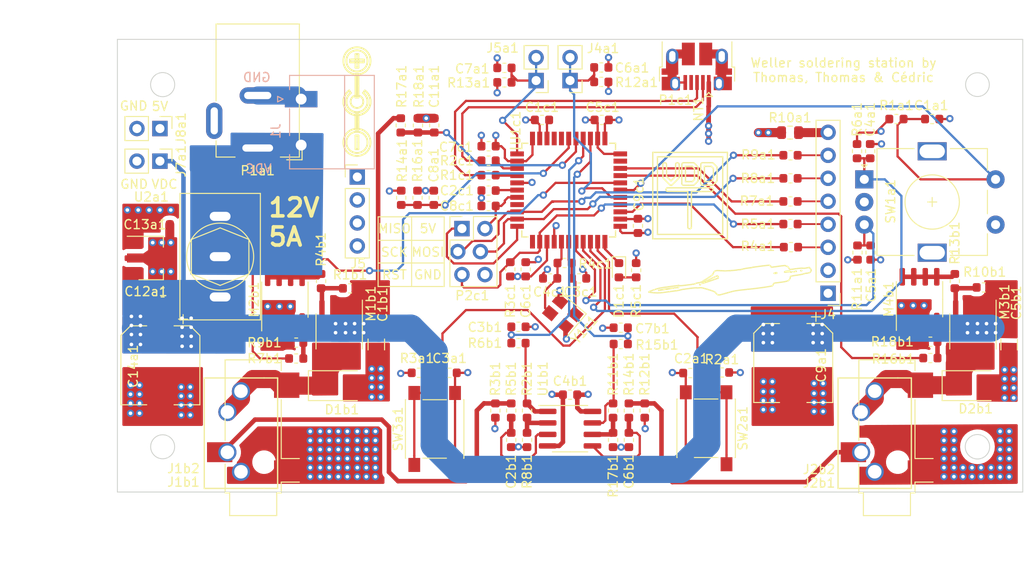
<source format=kicad_pcb>
(kicad_pcb (version 20171130) (host pcbnew "(5.1.2)-1")
  (layers (0 F.Cu signal) (1 In1.Cu power hide) (2 In2.Cu power hide) (31 B.Cu signal) (34 B.Paste user) (35 F.Paste user) (36 B.SilkS user) (37 F.SilkS user) (38 B.Mask user) (39 F.Mask user) (44 Edge.Cuts user))
  (net 0 "")
  (net 1 GND)
  (net 2 /Vdcin)
  (net 3 +VDC)
  (net 4 +5V)
  (net 5 /EncoderSW)
  (net 6 "Net-(C1c1-Pad1)")
  (net 7 /SW1)
  (net 8 "Net-(C2b1-Pad1)")
  (net 9 "Net-(C2c1-Pad1)")
  (net 10 /SW2)
  (net 11 /Vtemp1)
  (net 12 "Net-(C3c1-Pad2)")
  (net 13 /EncoderA)
  (net 14 "Net-(C4c1-Pad2)")
  (net 15 /EncoderB)
  (net 16 /RestHeater1)
  (net 17 "Net-(C6b1-Pad1)")
  (net 18 /RestHeater2)
  (net 19 /Vtemp2)
  (net 20 /NTCtemp1)
  (net 21 "Net-(D1b1-Pad1)")
  (net 22 "Net-(D1c1-Pad2)")
  (net 23 /Micro/GreenLED)
  (net 24 "Net-(D2b1-Pad1)")
  (net 25 "Net-(J4-Pad8)")
  (net 26 "Net-(J4-Pad7)")
  (net 27 "Net-(J4-Pad6)")
  (net 28 "Net-(J4-Pad5)")
  (net 29 "Net-(J4-Pad4)")
  (net 30 "Net-(J4-Pad3)")
  (net 31 /Channels/Temp1)
  (net 32 /Channels/Temp2)
  (net 33 "Net-(M1b1-Pad4)")
  (net 34 "Net-(M2b1-Pad5)")
  (net 35 "Net-(M2b1-Pad4)")
  (net 36 "Net-(M3b1-Pad4)")
  (net 37 "Net-(NT1-Pad1)")
  (net 38 "Net-(P1c1-Pad3)")
  (net 39 "Net-(P1c1-Pad2)")
  (net 40 /MOSI-SDA)
  (net 41 /SCK)
  (net 42 /Micro/D14-MISO)
  (net 43 "Net-(R11b1-Pad2)")
  (net 44 "Net-(R11b1-Pad1)")
  (net 45 /Heater2)
  (net 46 "Net-(R1c1-Pad2)")
  (net 47 "Net-(R2b1-Pad2)")
  (net 48 "Net-(R2b1-Pad1)")
  (net 49 "Net-(R2c1-Pad2)")
  (net 50 /CS)
  (net 51 /A0-DC)
  (net 52 /Heater1)
  (net 53 /RST)
  (net 54 "Net-(J5-Pad4)")
  (net 55 "Net-(J5-Pad3)")
  (net 56 "Net-(J5-Pad2)")
  (net 57 "Net-(J5-Pad1)")
  (net 58 "Net-(P1c1-Pad4)")
  (net 59 /Micro/A5)
  (net 60 /Micro/A4)
  (net 61 /Micro/D13)
  (net 62 /Micro/D12)
  (net 63 /Micro/D11)
  (net 64 /Micro/D14)
  (net 65 "Net-(J1-Pad2)")
  (net 66 "Net-(M4b1-Pad5)")
  (net 67 "Net-(M4b1-Pad4)")
  (module SWITCH:SW_Toggle_Blue_wSlots (layer F.Cu) (at 111.35 124 270)
    (fp_text reference SW4a1 hide)
    (fp_text value SW_SPDT)
    (pad 1 thru_hole oval (at -4.45 0 270) (size 3.2 5) (drill oval 1 2.3) (layers *.Cu *.Mask) (net 65 "Net-(J1-Pad2)"))
    (pad 2 thru_hole oval (at 0 0 270) (size 3.2 5) (drill oval 1 2.3) (layers *.Cu *.Mask) (net 65 "Net-(J1-Pad2)"))
    (pad 3 thru_hole oval (at 4.45 0 270) (size 3.2 5) (drill oval 1 2.3) (layers *.Cu *.Mask) (net 3 +VDC))
  )
  (module SWITCH:Audiojack_straight (layer F.Cu) (at 186.2 146.7 90)
    (fp_text reference J2b2 (at -0.8 -8.7 180) (layer F.SilkS))
    (fp_text value AudioJack3)
    (pad "" np_thru_hole oval (at 6.68 0 90) (size 2.6 1.6) (drill oval 2.6 1.6) (layers *.Cu *.Mask))
    (pad T thru_hole circle (at 7.84 -2.55 90) (size 2 2) (drill 1.5) (layers *.Cu *.Mask) (net 24 "Net-(D2b1-Pad1)"))
    (pad T thru_hole circle (at 5.54 -4.05 180) (size 2 2) (drill 1.5) (layers *.Cu *.Mask) (net 24 "Net-(D2b1-Pad1)"))
    (pad S thru_hole circle (at -1.06 -2.55 90) (size 2 2) (drill 1.5) (layers *.Cu *.Mask) (net 1 GND))
    (pad "" np_thru_hole circle (at 0 0 90) (size 1.6 1.6) (drill 1.6) (layers *.Cu *.Mask))
    (pad R thru_hole circle (at 1.09 -4.05 90) (size 2 2) (drill 1.5) (layers *.Cu *.Mask) (net 32 /Channels/Temp2))
  )
  (module SWITCH:Audiojack_straight (layer F.Cu) (at 116.2 146.7 90)
    (fp_text reference J1b2 (at -0.7 -8.9 180) (layer F.SilkS))
    (fp_text value AudioJack3)
    (pad "" np_thru_hole oval (at 6.68 0 90) (size 2.6 1.6) (drill oval 2.6 1.6) (layers *.Cu *.Mask))
    (pad T thru_hole circle (at 7.84 -2.55 90) (size 2 2) (drill 1.5) (layers *.Cu *.Mask) (net 21 "Net-(D1b1-Pad1)"))
    (pad T thru_hole circle (at 5.54 -4.05 180) (size 2 2) (drill 1.5) (layers *.Cu *.Mask) (net 21 "Net-(D1b1-Pad1)"))
    (pad S thru_hole circle (at -1.06 -2.55 90) (size 2 2) (drill 1.5) (layers *.Cu *.Mask) (net 1 GND))
    (pad "" np_thru_hole circle (at 0 0 90) (size 1.6 1.6) (drill 1.6) (layers *.Cu *.Mask))
    (pad R thru_hole circle (at 1.09 -4.05 90) (size 2 2) (drill 1.5) (layers *.Cu *.Mask) (net 31 /Channels/Temp1))
  )
  (module Connector_Audio:Jack_3.5mm_CUI_SJ-3523-SMT_Horizontal (layer F.Cu) (at 185 144 180)
    (fp_text reference J2b1 (at 7.5 -5 180) (layer F.SilkS))
    (fp_text value AudioJack3)
    (pad T smd rect (at -3.7 5.8 180) (size 2.8 2.8) (layers F.Cu F.Paste F.Mask) (net 24 "Net-(D2b1-Pad1)"))
    (pad S smd rect (at -3.7 -3.6 180) (size 2.8 2.2) (layers F.Cu F.Paste F.Mask) (net 1 GND))
    (pad R smd rect (at 3.7 -1.6 180) (size 2.8 2.2) (layers F.Cu F.Paste F.Mask) (net 32 /Channels/Temp2))
  )
  (module Connector_Audio:Jack_3.5mm_CUI_SJ-3523-SMT_Horizontal (layer F.Cu) (at 115 144 180)
    (fp_text reference J1b1 (at 7.7 -4.9 180) (layer F.SilkS))
    (fp_text value AudioJack3)
    (pad R smd rect (at 3.7 -1.6 180) (size 2.8 2.2) (layers F.Cu F.Paste F.Mask) (net 31 /Channels/Temp1))
    (pad S smd rect (at -3.7 -3.6 180) (size 2.8 2.2) (layers F.Cu F.Paste F.Mask) (net 1 GND))
    (pad T smd rect (at -3.7 5.8 180) (size 2.8 2.8) (layers F.Cu F.Paste F.Mask) (net 21 "Net-(D1b1-Pad1)"))
  )
  (module Connector_PinHeader_2.54mm:PinHeader_1x02_P2.54mm_Vertical (layer F.Cu) (at 104.7 109.85 270)
    (fp_text reference J8a1 (at 0 -2.33 90) (layer F.SilkS))
    (fp_text value Conn_01x02_Male)
    (pad 2 thru_hole oval (at 0 2.54 270) (size 1.7 1.7) (drill 1) (layers *.Cu *.Mask) (net 1 GND))
    (pad 1 thru_hole rect (at 0 0 270) (size 1.7 1.7) (drill 1) (layers *.Cu *.Mask) (net 4 +5V))
  )
  (module Connectors_Phoenix:PhoenixContact_MC-G_02x5.08mm_Angled (layer B.Cu) (at 120.3 106.6 270)
    (fp_text reference J1 (at 3.54 2.8 90) (layer B.SilkS) (effects (justify mirror)))
    (fp_text value Screw_Terminal_01x02)
    (pad 1 thru_hole rect (at 0 0 270) (size 1.8 3.6) (drill 1.2) (layers *.Cu *.Mask) (net 1 GND))
    (pad 2 thru_hole oval (at 5.08 0 270) (size 1.8 3.6) (drill 1.2) (layers *.Cu *.Mask) (net 65 "Net-(J1-Pad2)"))
  )
  (module Connector_PinHeader_2.54mm:PinHeader_1x08_P2.54mm_Vertical (layer F.Cu) (at 178.5 128.05 180)
    (fp_text reference J4 (at 0 -2.33) (layer F.SilkS))
    (fp_text value Conn_01x08_Female)
    (pad 8 thru_hole oval (at 0 17.78 180) (size 1.7 1.7) (drill 1) (layers *.Cu *.Mask) (net 25 "Net-(J4-Pad8)"))
    (pad 7 thru_hole oval (at 0 15.24 180) (size 1.7 1.7) (drill 1) (layers *.Cu *.Mask) (net 26 "Net-(J4-Pad7)"))
    (pad 6 thru_hole oval (at 0 12.7 180) (size 1.7 1.7) (drill 1) (layers *.Cu *.Mask) (net 27 "Net-(J4-Pad6)"))
    (pad 5 thru_hole oval (at 0 10.16 180) (size 1.7 1.7) (drill 1) (layers *.Cu *.Mask) (net 28 "Net-(J4-Pad5)"))
    (pad 4 thru_hole oval (at 0 7.62 180) (size 1.7 1.7) (drill 1) (layers *.Cu *.Mask) (net 29 "Net-(J4-Pad4)"))
    (pad 3 thru_hole oval (at 0 5.08 180) (size 1.7 1.7) (drill 1) (layers *.Cu *.Mask) (net 30 "Net-(J4-Pad3)"))
    (pad 2 thru_hole oval (at 0 2.54 180) (size 1.7 1.7) (drill 1) (layers *.Cu *.Mask) (net 1 GND))
    (pad 1 thru_hole rect (at 0 0 180) (size 1.7 1.7) (drill 1) (layers *.Cu *.Mask) (net 4 +5V))
  )
  (module Package_SO:SOIC-8_3.9x4.9mm_P1.27mm (layer F.Cu) (at 118.5 128.75 90)
    (fp_text reference M2b1 (at 0 -3.4 90) (layer F.SilkS))
    (fp_text value AOSP36326C)
    (pad 8 smd roundrect (at 2.475 -1.905 90) (size 1.95 0.6) (layers F.Cu F.Paste F.Mask) (net 34 "Net-(M2b1-Pad5)"))
    (pad 7 smd roundrect (at 2.475 -0.635 90) (size 1.95 0.6) (layers F.Cu F.Paste F.Mask) (net 34 "Net-(M2b1-Pad5)"))
    (pad 6 smd roundrect (at 2.475 0.635 90) (size 1.95 0.6) (layers F.Cu F.Paste F.Mask) (net 34 "Net-(M2b1-Pad5)"))
    (pad 5 smd roundrect (at 2.475 1.905 90) (size 1.95 0.6) (layers F.Cu F.Paste F.Mask) (net 34 "Net-(M2b1-Pad5)"))
    (pad 4 smd roundrect (at -2.475 1.905 90) (size 1.95 0.6) (layers F.Cu F.Paste F.Mask) (net 35 "Net-(M2b1-Pad4)"))
    (pad 3 smd roundrect (at -2.475 0.635 90) (size 1.95 0.6) (layers F.Cu F.Paste F.Mask) (net 1 GND))
    (pad 2 smd roundrect (at -2.475 -0.635 90) (size 1.95 0.6) (layers F.Cu F.Paste F.Mask) (net 1 GND))
    (pad 1 smd roundrect (at -2.475 -1.905 90) (size 1.95 0.6) (layers F.Cu F.Paste F.Mask) (net 1 GND))
  )
  (module Package_QFP:TQFP-44_10x10mm_P0.8mm (layer F.Cu) (at 149.85 116.65)
    (fp_text reference U1c1 (at -5.85 -6.85 90) (layer F.SilkS))
    (fp_text value ATmega32U4-AU)
    (pad 44 smd rect (at -4 -5.7 90) (size 1.5 0.55) (layers F.Cu F.Paste F.Mask) (net 4 +5V))
    (pad 43 smd rect (at -3.2 -5.7 90) (size 1.5 0.55) (layers F.Cu F.Paste F.Mask) (net 1 GND))
    (pad 42 smd rect (at -2.4 -5.7 90) (size 1.5 0.55) (layers F.Cu F.Paste F.Mask) (net 6 "Net-(C1c1-Pad1)"))
    (pad 41 smd rect (at -1.6 -5.7 90) (size 1.5 0.55) (layers F.Cu F.Paste F.Mask) (net 59 /Micro/A5))
    (pad 40 smd rect (at -0.8 -5.7 90) (size 1.5 0.55) (layers F.Cu F.Paste F.Mask) (net 60 /Micro/A4))
    (pad 39 smd rect (at 0 -5.7 90) (size 1.5 0.55) (layers F.Cu F.Paste F.Mask) (net 20 /NTCtemp1))
    (pad 38 smd rect (at 0.8 -5.7 90) (size 1.5 0.55) (layers F.Cu F.Paste F.Mask) (net 2 /Vdcin))
    (pad 37 smd rect (at 1.6 -5.7 90) (size 1.5 0.55) (layers F.Cu F.Paste F.Mask) (net 11 /Vtemp1))
    (pad 36 smd rect (at 2.4 -5.7 90) (size 1.5 0.55) (layers F.Cu F.Paste F.Mask) (net 19 /Vtemp2))
    (pad 35 smd rect (at 3.2 -5.7 90) (size 1.5 0.55) (layers F.Cu F.Paste F.Mask) (net 1 GND))
    (pad 34 smd rect (at 4 -5.7 90) (size 1.5 0.55) (layers F.Cu F.Paste F.Mask) (net 4 +5V))
    (pad 33 smd rect (at 5.7 -4) (size 1.5 0.55) (layers F.Cu F.Paste F.Mask) (net 1 GND))
    (pad 32 smd rect (at 5.7 -3.2) (size 1.5 0.55) (layers F.Cu F.Paste F.Mask) (net 61 /Micro/D13))
    (pad 31 smd rect (at 5.7 -2.4) (size 1.5 0.55) (layers F.Cu F.Paste F.Mask) (net 51 /A0-DC))
    (pad 30 smd rect (at 5.7 -1.6) (size 1.5 0.55) (layers F.Cu F.Paste F.Mask) (net 45 /Heater2))
    (pad 29 smd rect (at 5.7 -0.8) (size 1.5 0.55) (layers F.Cu F.Paste F.Mask) (net 52 /Heater1))
    (pad 28 smd rect (at 5.7 0) (size 1.5 0.55) (layers F.Cu F.Paste F.Mask) (net 5 /EncoderSW))
    (pad 27 smd rect (at 5.7 0.8) (size 1.5 0.55) (layers F.Cu F.Paste F.Mask) (net 16 /RestHeater1))
    (pad 26 smd rect (at 5.7 1.6) (size 1.5 0.55) (layers F.Cu F.Paste F.Mask) (net 62 /Micro/D12))
    (pad 25 smd rect (at 5.7 2.4) (size 1.5 0.55) (layers F.Cu F.Paste F.Mask) (net 50 /CS))
    (pad 24 smd rect (at 5.7 3.2) (size 1.5 0.55) (layers F.Cu F.Paste F.Mask) (net 4 +5V))
    (pad 23 smd rect (at 5.7 4) (size 1.5 0.55) (layers F.Cu F.Paste F.Mask) (net 1 GND))
    (pad 22 smd rect (at 4 5.7 90) (size 1.5 0.55) (layers F.Cu F.Paste F.Mask) (net 23 /Micro/GreenLED))
    (pad 21 smd rect (at 3.2 5.7 90) (size 1.5 0.55) (layers F.Cu F.Paste F.Mask) (net 7 /SW1))
    (pad 20 smd rect (at 2.4 5.7 90) (size 1.5 0.55) (layers F.Cu F.Paste F.Mask) (net 10 /SW2))
    (pad 19 smd rect (at 1.6 5.7 90) (size 1.5 0.55) (layers F.Cu F.Paste F.Mask) (net 13 /EncoderA))
    (pad 18 smd rect (at 0.8 5.7 90) (size 1.5 0.55) (layers F.Cu F.Paste F.Mask) (net 15 /EncoderB))
    (pad 17 smd rect (at 0 5.7 90) (size 1.5 0.55) (layers F.Cu F.Paste F.Mask) (net 12 "Net-(C3c1-Pad2)"))
    (pad 16 smd rect (at -0.8 5.7 90) (size 1.5 0.55) (layers F.Cu F.Paste F.Mask) (net 14 "Net-(C4c1-Pad2)"))
    (pad 15 smd rect (at -1.6 5.7 90) (size 1.5 0.55) (layers F.Cu F.Paste F.Mask) (net 1 GND))
    (pad 14 smd rect (at -2.4 5.7 90) (size 1.5 0.55) (layers F.Cu F.Paste F.Mask) (net 4 +5V))
    (pad 13 smd rect (at -3.2 5.7 90) (size 1.5 0.55) (layers F.Cu F.Paste F.Mask) (net 53 /RST))
    (pad 12 smd rect (at -4 5.7 90) (size 1.5 0.55) (layers F.Cu F.Paste F.Mask) (net 63 /Micro/D11))
    (pad 11 smd rect (at -5.7 4) (size 1.5 0.55) (layers F.Cu F.Paste F.Mask) (net 42 /Micro/D14-MISO))
    (pad 10 smd rect (at -5.7 3.2) (size 1.5 0.55) (layers F.Cu F.Paste F.Mask) (net 40 /MOSI-SDA))
    (pad 9 smd rect (at -5.7 2.4) (size 1.5 0.55) (layers F.Cu F.Paste F.Mask) (net 41 /SCK))
    (pad 8 smd rect (at -5.7 1.6) (size 1.5 0.55) (layers F.Cu F.Paste F.Mask) (net 64 /Micro/D14))
    (pad 7 smd rect (at -5.7 0.8) (size 1.5 0.55) (layers F.Cu F.Paste F.Mask) (net 4 +5V))
    (pad 6 smd rect (at -5.7 0) (size 1.5 0.55) (layers F.Cu F.Paste F.Mask) (net 9 "Net-(C2c1-Pad1)"))
    (pad 5 smd rect (at -5.7 -0.8) (size 1.5 0.55) (layers F.Cu F.Paste F.Mask) (net 1 GND))
    (pad 4 smd rect (at -5.7 -1.6) (size 1.5 0.55) (layers F.Cu F.Paste F.Mask) (net 46 "Net-(R1c1-Pad2)"))
    (pad 3 smd rect (at -5.7 -2.4) (size 1.5 0.55) (layers F.Cu F.Paste F.Mask) (net 49 "Net-(R2c1-Pad2)"))
    (pad 2 smd rect (at -5.7 -3.2) (size 1.5 0.55) (layers F.Cu F.Paste F.Mask) (net 4 +5V))
    (pad 1 smd rect (at -5.7 -4) (size 1.5 0.55) (layers F.Cu F.Paste F.Mask) (net 18 /RestHeater2))
  )
  (module Capacitor_SMD:CP_Elec_8x10.5 (layer F.Cu) (at 174.65 135.75 270)
    (fp_text reference C9a1 (at 0.25 -3.1 270) (layer F.SilkS))
    (fp_text value 330uF)
    (pad 2 smd roundrect (at 3.7 0 270) (size 4.4 2.5) (layers F.Cu F.Paste F.Mask) (roundrect_rratio 0.1) (net 1 GND))
    (pad 1 smd roundrect (at -3.7 0 270) (size 4.4 2.5) (layers F.Cu F.Paste F.Mask) (roundrect_rratio 0.1) (net 3 +VDC))
  )
  (module Capacitor_SMD:CP_Elec_8x10.5 (layer F.Cu) (at 104.75 136 270)
    (fp_text reference C14a1 (at 0.1 3 90) (layer F.SilkS))
    (fp_text value 330uF)
    (pad 2 smd roundrect (at 3.7 0 270) (size 4.4 2.5) (layers F.Cu F.Paste F.Mask) (roundrect_rratio 0.1) (net 1 GND))
    (pad 1 smd roundrect (at -3.7 0 270) (size 4.4 2.5) (layers F.Cu F.Paste F.Mask) (roundrect_rratio 0.1) (net 3 +VDC))
  )
  (module Crystal:Crystal_SMD_3225-4Pin_3.2x2.5mm (layer F.Cu) (at 149.2 130.3 140)
    (fp_text reference Y1c1 (at -2.963385 0.202112 230) (layer F.SilkS))
    (fp_text value 16MHz)
    (pad 4 smd rect (at -1.1 -0.85 140) (size 1.4 1.2) (layers F.Cu F.Paste F.Mask) (net 1 GND))
    (pad 3 smd rect (at 1.1 -0.85 140) (size 1.4 1.2) (layers F.Cu F.Paste F.Mask) (net 14 "Net-(C4c1-Pad2)"))
    (pad 2 smd rect (at 1.1 0.85 140) (size 1.4 1.2) (layers F.Cu F.Paste F.Mask) (net 1 GND))
    (pad 1 smd rect (at -1.1 0.85 140) (size 1.4 1.2) (layers F.Cu F.Paste F.Mask) (net 12 "Net-(C3c1-Pad2)"))
  )
  (module Package_TO_SOT_SMD:SOT-89-3 (layer F.Cu) (at 103.3 124.15)
    (fp_text reference U2a1 (at 0.45 -6.75 180) (layer F.SilkS))
    (fp_text value L78L05_SOT89)
    (pad 2 smd trapezoid (at -0.0762 0 90) (size 1.5 1) (rect_delta 0 0.7) (layers F.Cu F.Paste F.Mask) (net 1 GND))
    (pad 2 smd rect (at 1.3335 0 270) (size 2.2 1.84) (layers F.Cu F.Paste F.Mask) (net 1 GND))
    (pad 3 smd rect (at -1.48 1.5 270) (size 1 1.5) (layers F.Cu F.Paste F.Mask) (net 3 +VDC))
    (pad 2 smd rect (at -1.3335 0 270) (size 1 1.8) (layers F.Cu F.Paste F.Mask) (net 1 GND))
    (pad 1 smd rect (at -1.48 -1.5 270) (size 1 1.5) (layers F.Cu F.Paste F.Mask) (net 4 +5V))
    (pad 2 smd trapezoid (at 2.667 0 270) (size 1.6 0.85) (rect_delta 0 0.6) (layers F.Cu F.Paste F.Mask) (net 1 GND))
  )
  (module Package_SO:SOIC-8_3.9x4.9mm_P1.27mm (layer F.Cu) (at 150 143)
    (fp_text reference U1b1 (at -3 -5.5 90) (layer F.SilkS))
    (fp_text value OPA2335)
    (pad 8 smd roundrect (at 2.475 -1.905) (size 1.95 0.6) (layers F.Cu F.Paste F.Mask) (net 4 +5V))
    (pad 7 smd roundrect (at 2.475 -0.635) (size 1.95 0.6) (layers F.Cu F.Paste F.Mask) (net 44 "Net-(R11b1-Pad1)"))
    (pad 6 smd roundrect (at 2.475 0.635) (size 1.95 0.6) (layers F.Cu F.Paste F.Mask) (net 43 "Net-(R11b1-Pad2)"))
    (pad 5 smd roundrect (at 2.475 1.905) (size 1.95 0.6) (layers F.Cu F.Paste F.Mask) (net 17 "Net-(C6b1-Pad1)"))
    (pad 4 smd roundrect (at -2.475 1.905) (size 1.95 0.6) (layers F.Cu F.Paste F.Mask) (net 1 GND))
    (pad 3 smd roundrect (at -2.475 0.635) (size 1.95 0.6) (layers F.Cu F.Paste F.Mask) (net 8 "Net-(C2b1-Pad1)"))
    (pad 2 smd roundrect (at -2.475 -0.635) (size 1.95 0.6) (layers F.Cu F.Paste F.Mask) (net 47 "Net-(R2b1-Pad2)"))
    (pad 1 smd roundrect (at -2.475 -1.905) (size 1.95 0.6) (layers F.Cu F.Paste F.Mask) (net 48 "Net-(R2b1-Pad1)"))
  )
  (module Button_Switch_SMD:SW_Push_1P1T_NO_6x6mm_H9.5mm (layer F.Cu) (at 135.04481 143.031712 90)
    (fp_text reference SW3a1 (at 0 -4.05 90) (layer F.SilkS))
    (fp_text value SW_Push)
    (pad 2 smd rect (at 3.975 2.25 90) (size 1.55 1.3) (layers F.Cu F.Paste F.Mask) (net 1 GND))
    (pad 1 smd rect (at 3.975 -2.25 90) (size 1.55 1.3) (layers F.Cu F.Paste F.Mask) (net 10 /SW2))
    (pad 1 smd rect (at -3.975 -2.25 90) (size 1.55 1.3) (layers F.Cu F.Paste F.Mask) (net 10 /SW2))
    (pad 2 smd rect (at -3.975 2.25 90) (size 1.55 1.3) (layers F.Cu F.Paste F.Mask) (net 1 GND))
  )
  (module Button_Switch_SMD:SW_Push_1P1T_NO_6x6mm_H9.5mm (layer F.Cu) (at 165.031712 142.95519 270)
    (fp_text reference SW2a1 (at 0 -4.05 90) (layer F.SilkS))
    (fp_text value SW_Push)
    (pad 2 smd rect (at 3.975 2.25 270) (size 1.55 1.3) (layers F.Cu F.Paste F.Mask) (net 1 GND))
    (pad 1 smd rect (at 3.975 -2.25 270) (size 1.55 1.3) (layers F.Cu F.Paste F.Mask) (net 7 /SW1))
    (pad 1 smd rect (at -3.975 -2.25 270) (size 1.55 1.3) (layers F.Cu F.Paste F.Mask) (net 7 /SW1))
    (pad 2 smd rect (at -3.975 2.25 270) (size 1.55 1.3) (layers F.Cu F.Paste F.Mask) (net 1 GND))
  )
  (module Rotary_Encoder:RotaryEncoder_Alps_EC11E-Switch_Vertical_H20mm (layer F.Cu) (at 182.5 115.463615)
    (fp_text reference SW1a1 (at 2.9 2.436385 270) (layer F.SilkS))
    (fp_text value Rotary_Encoder_Switch)
    (pad A thru_hole rect (at 0 0) (size 2 2) (drill 1) (layers *.Cu *.Mask) (net 13 /EncoderA))
    (pad C thru_hole circle (at 0 2.5) (size 2 2) (drill 1) (layers *.Cu *.Mask) (net 1 GND))
    (pad B thru_hole circle (at 0 5) (size 2 2) (drill 1) (layers *.Cu *.Mask) (net 15 /EncoderB))
    (pad MP thru_hole rect (at 7.5 -3.1) (size 3.2 2) (drill oval 2.8 1.5) (layers *.Cu *.Mask))
    (pad MP thru_hole rect (at 7.5 8.1) (size 3.2 2) (drill oval 2.8 1.5) (layers *.Cu *.Mask))
    (pad S2 thru_hole circle (at 14.5 0) (size 2 2) (drill 1) (layers *.Cu *.Mask) (net 5 /EncoderSW))
    (pad S1 thru_hole circle (at 14.5 5) (size 2 2) (drill 1) (layers *.Cu *.Mask) (net 1 GND))
  )
  (module Resistor_SMD:R_0603_1608Metric (layer F.Cu) (at 119.75 133.5)
    (fp_text reference R9b1 (at -3.5 0) (layer F.SilkS))
    (fp_text value 10k)
    (pad 2 smd roundrect (at 0.7875 0) (size 0.875 0.95) (layers F.Cu F.Paste F.Mask) (net 35 "Net-(M2b1-Pad4)"))
    (pad 1 smd roundrect (at -0.7875 0) (size 0.875 0.95) (layers F.Cu F.Paste F.Mask) (net 1 GND))
  )
  (module Resistor_SMD:R_0603_1608Metric (layer F.Cu) (at 174.35 112.8)
    (fp_text reference R9a1 (at -3.55 -0.05) (layer F.SilkS))
    (fp_text value 1k)
    (pad 2 smd roundrect (at 0.7875 0) (size 0.875 0.95) (layers F.Cu F.Paste F.Mask) (net 26 "Net-(J4-Pad7)"))
    (pad 1 smd roundrect (at -0.7875 0) (size 0.875 0.95) (layers F.Cu F.Paste F.Mask) (net 41 /SCK))
  )
  (module Resistor_SMD:R_0603_1608Metric (layer F.Cu) (at 145.25 144.25 90)
    (fp_text reference R8b1 (at -3.5 0 90) (layer F.SilkS))
    (fp_text value 100)
    (pad 2 smd roundrect (at 0.7875 0 90) (size 0.875 0.95) (layers F.Cu F.Paste F.Mask) (net 47 "Net-(R2b1-Pad2)"))
    (pad 1 smd roundrect (at -0.7875 0 90) (size 0.875 0.95) (layers F.Cu F.Paste F.Mask) (net 1 GND))
  )
  (module Resistor_SMD:R_0603_1608Metric (layer F.Cu) (at 174.35 115.35)
    (fp_text reference R8a1 (at -3.6 0) (layer F.SilkS))
    (fp_text value 1k)
    (pad 2 smd roundrect (at 0.7875 0) (size 0.875 0.95) (layers F.Cu F.Paste F.Mask) (net 27 "Net-(J4-Pad6)"))
    (pad 1 smd roundrect (at -0.7875 0) (size 0.875 0.95) (layers F.Cu F.Paste F.Mask) (net 40 /MOSI-SDA))
  )
  (module Resistor_SMD:R_0603_1608Metric (layer F.Cu) (at 119.75 135.25 180)
    (fp_text reference R7b1 (at 3.5 0) (layer F.SilkS))
    (fp_text value 1k)
    (pad 2 smd roundrect (at 0.7875 0 180) (size 0.875 0.95) (layers F.Cu F.Paste F.Mask) (net 52 /Heater1))
    (pad 1 smd roundrect (at -0.7875 0 180) (size 0.875 0.95) (layers F.Cu F.Paste F.Mask) (net 35 "Net-(M2b1-Pad4)"))
  )
  (module Resistor_SMD:R_0603_1608Metric (layer F.Cu) (at 174.35 117.9)
    (fp_text reference R7a1 (at -3.7 -0.05) (layer F.SilkS))
    (fp_text value 1k)
    (pad 2 smd roundrect (at 0.7875 0) (size 0.875 0.95) (layers F.Cu F.Paste F.Mask) (net 28 "Net-(J4-Pad5)"))
    (pad 1 smd roundrect (at -0.7875 0) (size 0.875 0.95) (layers F.Cu F.Paste F.Mask) (net 51 /A0-DC))
  )
  (module Resistor_SMD:R_0603_1608Metric (layer F.Cu) (at 144.3 133.55)
    (fp_text reference R6b1 (at -3.7 0) (layer F.SilkS))
    (fp_text value 1k)
    (pad 2 smd roundrect (at 0.7875 0) (size 0.875 0.95) (layers F.Cu F.Paste F.Mask) (net 48 "Net-(R2b1-Pad1)"))
    (pad 1 smd roundrect (at -0.7875 0) (size 0.875 0.95) (layers F.Cu F.Paste F.Mask) (net 11 /Vtemp1))
  )
  (module Resistor_SMD:R_0603_1608Metric (layer F.Cu) (at 181.7 112.35 90)
    (fp_text reference R6a1 (at 3.5 0 90) (layer F.SilkS))
    (fp_text value 10k)
    (pad 2 smd roundrect (at 0.7875 0 90) (size 0.875 0.95) (layers F.Cu F.Paste F.Mask) (net 4 +5V))
    (pad 1 smd roundrect (at -0.7875 0 90) (size 0.875 0.95) (layers F.Cu F.Paste F.Mask) (net 13 /EncoderA))
  )
  (module Resistor_SMD:R_0603_1608Metric (layer F.Cu) (at 157.3 125.5 90)
    (fp_text reference R5c1 (at -3.4 0 90) (layer F.SilkS))
    (fp_text value 2k4)
    (pad 2 smd roundrect (at 0.7875 0 90) (size 0.875 0.95) (layers F.Cu F.Paste F.Mask) (net 4 +5V))
    (pad 1 smd roundrect (at -0.7875 0 90) (size 0.875 0.95) (layers F.Cu F.Paste F.Mask) (net 22 "Net-(D1c1-Pad2)"))
  )
  (module Resistor_SMD:R_0603_1608Metric (layer F.Cu) (at 143.5 141 90)
    (fp_text reference R5b1 (at 3.5 0 90) (layer F.SilkS))
    (fp_text value 1k)
    (pad 2 smd roundrect (at 0.7875 0 90) (size 0.875 0.95) (layers F.Cu F.Paste F.Mask) (net 31 /Channels/Temp1))
    (pad 1 smd roundrect (at -0.7875 0 90) (size 0.875 0.95) (layers F.Cu F.Paste F.Mask) (net 8 "Net-(C2b1-Pad1)"))
  )
  (module Resistor_SMD:R_0603_1608Metric (layer F.Cu) (at 174.35 120.4)
    (fp_text reference R5a1 (at -3.6 0) (layer F.SilkS))
    (fp_text value 1k)
    (pad 2 smd roundrect (at 0.7875 0) (size 0.875 0.95) (layers F.Cu F.Paste F.Mask) (net 29 "Net-(J4-Pad4)"))
    (pad 1 smd roundrect (at -0.7875 0) (size 0.875 0.95) (layers F.Cu F.Paste F.Mask) (net 53 /RST))
  )
  (module Resistor_SMD:R_0603_1608Metric (layer F.Cu) (at 149.4 124.7)
    (fp_text reference R4c1 (at 3.4 0.1) (layer F.SilkS))
    (fp_text value 1M)
    (pad 2 smd roundrect (at 0.7875 0) (size 0.875 0.95) (layers F.Cu F.Paste F.Mask) (net 12 "Net-(C3c1-Pad2)"))
    (pad 1 smd roundrect (at -0.7875 0) (size 0.875 0.95) (layers F.Cu F.Paste F.Mask) (net 14 "Net-(C4c1-Pad2)"))
  )
  (module Resistor_SMD:R_0603_1608Metric (layer F.Cu) (at 122.5 126.7 270)
    (fp_text reference R4b1 (at -3.5 0 90) (layer F.SilkS))
    (fp_text value 1k)
    (pad 2 smd roundrect (at 0.7875 0 270) (size 0.875 0.95) (layers F.Cu F.Paste F.Mask) (net 33 "Net-(M1b1-Pad4)"))
    (pad 1 smd roundrect (at -0.7875 0 270) (size 0.875 0.95) (layers F.Cu F.Paste F.Mask) (net 34 "Net-(M2b1-Pad5)"))
  )
  (module Resistor_SMD:R_0603_1608Metric (layer F.Cu) (at 174.4 122.95)
    (fp_text reference R4a1 (at -3.65 -0.1) (layer F.SilkS))
    (fp_text value 1k)
    (pad 2 smd roundrect (at 0.7875 0) (size 0.875 0.95) (layers F.Cu F.Paste F.Mask) (net 30 "Net-(J4-Pad3)"))
    (pad 1 smd roundrect (at -0.7875 0) (size 0.875 0.95) (layers F.Cu F.Paste F.Mask) (net 50 /CS))
  )
  (module Resistor_SMD:R_0603_1608Metric (layer F.Cu) (at 143.4 125.4 270)
    (fp_text reference R3c1 (at 3.5 0 90) (layer F.SilkS))
    (fp_text value 10k)
    (pad 2 smd roundrect (at 0.7875 0 270) (size 0.875 0.95) (layers F.Cu F.Paste F.Mask) (net 4 +5V))
    (pad 1 smd roundrect (at -0.7875 0 270) (size 0.875 0.95) (layers F.Cu F.Paste F.Mask) (net 53 /RST))
  )
  (module Resistor_SMD:R_0603_1608Metric (layer F.Cu) (at 141.75 141 270)
    (fp_text reference R3b1 (at -3.5 0 90) (layer F.SilkS))
    (fp_text value 1M)
    (pad 2 smd roundrect (at 0.7875 0 270) (size 0.875 0.95) (layers F.Cu F.Paste F.Mask) (net 4 +5V))
    (pad 1 smd roundrect (at -0.7875 0 270) (size 0.875 0.95) (layers F.Cu F.Paste F.Mask) (net 31 /Channels/Temp1))
  )
  (module Resistor_SMD:R_0603_1608Metric (layer F.Cu) (at 133.29481 136.831712 180)
    (fp_text reference R3a1 (at 0.2 1.6) (layer F.SilkS))
    (fp_text value 10k)
    (pad 2 smd roundrect (at 0.7875 0 180) (size 0.875 0.95) (layers F.Cu F.Paste F.Mask) (net 4 +5V))
    (pad 1 smd roundrect (at -0.7875 0 180) (size 0.875 0.95) (layers F.Cu F.Paste F.Mask) (net 10 /SW2))
  )
  (module Resistor_SMD:R_0603_1608Metric (layer F.Cu) (at 141 113.4)
    (fp_text reference R2c1 (at -3.5 0) (layer F.SilkS))
    (fp_text value 22)
    (pad 2 smd roundrect (at 0.7875 0) (size 0.875 0.95) (layers F.Cu F.Paste F.Mask) (net 49 "Net-(R2c1-Pad2)"))
    (pad 1 smd roundrect (at -0.7875 0) (size 0.875 0.95) (layers F.Cu F.Paste F.Mask) (net 39 "Net-(P1c1-Pad2)"))
  )
  (module Resistor_SMD:R_0603_1608Metric (layer F.Cu) (at 145.25 141 270)
    (fp_text reference R2b1 (at -3.5 0 90) (layer F.SilkS))
    (fp_text value 56k)
    (pad 2 smd roundrect (at 0.7875 0 270) (size 0.875 0.95) (layers F.Cu F.Paste F.Mask) (net 47 "Net-(R2b1-Pad2)"))
    (pad 1 smd roundrect (at -0.7875 0 270) (size 0.875 0.95) (layers F.Cu F.Paste F.Mask) (net 48 "Net-(R2b1-Pad1)"))
  )
  (module Resistor_SMD:R_0603_1608Metric (layer F.Cu) (at 166.781712 136.793451)
    (fp_text reference R2a1 (at 0 -1.43) (layer F.SilkS))
    (fp_text value 10k)
    (pad 2 smd roundrect (at 0.7875 0) (size 0.875 0.95) (layers F.Cu F.Paste F.Mask) (net 4 +5V))
    (pad 1 smd roundrect (at -0.7875 0) (size 0.875 0.95) (layers F.Cu F.Paste F.Mask) (net 7 /SW1))
  )
  (module Resistor_SMD:R_0603_1608Metric (layer F.Cu) (at 141 115)
    (fp_text reference R1c1 (at -3.5 0) (layer F.SilkS))
    (fp_text value 22)
    (pad 2 smd roundrect (at 0.7875 0) (size 0.875 0.95) (layers F.Cu F.Paste F.Mask) (net 46 "Net-(R1c1-Pad2)"))
    (pad 1 smd roundrect (at -0.7875 0) (size 0.875 0.95) (layers F.Cu F.Paste F.Mask) (net 38 "Net-(P1c1-Pad3)"))
  )
  (module Resistor_SMD:R_0603_1608Metric (layer F.Cu) (at 125.7 127.5)
    (fp_text reference R1b1 (at 0 -1.5) (layer F.SilkS))
    (fp_text value 2k4)
    (pad 2 smd roundrect (at 0.7875 0) (size 0.875 0.95) (layers F.Cu F.Paste F.Mask) (net 3 +VDC))
    (pad 1 smd roundrect (at -0.7875 0) (size 0.875 0.95) (layers F.Cu F.Paste F.Mask) (net 33 "Net-(M1b1-Pad4)"))
  )
  (module Resistor_SMD:R_0603_1608Metric (layer F.Cu) (at 186.05 108.8 180)
    (fp_text reference R1a1 (at 0 1.5) (layer F.SilkS))
    (fp_text value 10k)
    (pad 2 smd roundrect (at 0.7875 0 180) (size 0.875 0.95) (layers F.Cu F.Paste F.Mask) (net 4 +5V))
    (pad 1 smd roundrect (at -0.7875 0 180) (size 0.875 0.95) (layers F.Cu F.Paste F.Mask) (net 5 /EncoderSW))
  )
  (module Resistor_SMD:R_0603_1608Metric (layer F.Cu) (at 189.8 133.4)
    (fp_text reference R18b1 (at -4.2 0) (layer F.SilkS))
    (fp_text value 10k)
    (pad 2 smd roundrect (at 0.7875 0) (size 0.875 0.95) (layers F.Cu F.Paste F.Mask) (net 67 "Net-(M4b1-Pad4)"))
    (pad 1 smd roundrect (at -0.7875 0) (size 0.875 0.95) (layers F.Cu F.Paste F.Mask) (net 1 GND))
  )
  (module Resistor_SMD:R_0603_1608Metric (layer F.Cu) (at 133.2 109.5 270)
    (fp_text reference R18a1 (at -4.3 -0.1 90) (layer F.SilkS))
    (fp_text value 1k)
    (pad 2 smd roundrect (at 0.7875 0 270) (size 0.875 0.95) (layers F.Cu F.Paste F.Mask) (net 2 /Vdcin))
    (pad 1 smd roundrect (at -0.7875 0 270) (size 0.875 0.95) (layers F.Cu F.Paste F.Mask) (net 1 GND))
  )
  (module Resistor_SMD:R_0603_1608Metric (layer F.Cu) (at 154.75 144.25 90)
    (fp_text reference R17b1 (at -4 0 90) (layer F.SilkS))
    (fp_text value 100)
    (pad 2 smd roundrect (at 0.7875 0 90) (size 0.875 0.95) (layers F.Cu F.Paste F.Mask) (net 43 "Net-(R11b1-Pad2)"))
    (pad 1 smd roundrect (at -0.7875 0 90) (size 0.875 0.95) (layers F.Cu F.Paste F.Mask) (net 1 GND))
  )
  (module Resistor_SMD:R_0603_1608Metric (layer F.Cu) (at 131.3 109.5 90)
    (fp_text reference R17a1 (at 4.3 0.1 90) (layer F.SilkS))
    (fp_text value 10k)
    (pad 2 smd roundrect (at 0.7875 0 90) (size 0.875 0.95) (layers F.Cu F.Paste F.Mask) (net 3 +VDC))
    (pad 1 smd roundrect (at -0.7875 0 90) (size 0.875 0.95) (layers F.Cu F.Paste F.Mask) (net 2 /Vdcin))
  )
  (module Resistor_SMD:R_0603_1608Metric (layer F.Cu) (at 189.8 135.2 180)
    (fp_text reference R16b1 (at 4.1 -0.1) (layer F.SilkS))
    (fp_text value 1k)
    (pad 2 smd roundrect (at 0.7875 0 180) (size 0.875 0.95) (layers F.Cu F.Paste F.Mask) (net 45 /Heater2))
    (pad 1 smd roundrect (at -0.7875 0 180) (size 0.875 0.95) (layers F.Cu F.Paste F.Mask) (net 67 "Net-(M4b1-Pad4)"))
  )
  (module Resistor_SMD:R_0603_1608Metric (layer F.Cu) (at 133.15 117.5 90)
    (fp_text reference R16a1 (at 4.1 0 90) (layer F.SilkS))
    (fp_text value 100k)
    (pad 2 smd roundrect (at 0.7875 0 90) (size 0.875 0.95) (layers F.Cu F.Paste F.Mask) (net 1 GND))
    (pad 1 smd roundrect (at -0.7875 0 90) (size 0.875 0.95) (layers F.Cu F.Paste F.Mask) (net 20 /NTCtemp1))
  )
  (module Resistor_SMD:R_0603_1608Metric (layer F.Cu) (at 155.6 133.65 180)
    (fp_text reference R15b1 (at -4 -0.1) (layer F.SilkS))
    (fp_text value 1k)
    (pad 2 smd roundrect (at 0.7875 0 180) (size 0.875 0.95) (layers F.Cu F.Paste F.Mask) (net 44 "Net-(R11b1-Pad1)"))
    (pad 1 smd roundrect (at -0.7875 0 180) (size 0.875 0.95) (layers F.Cu F.Paste F.Mask) (net 19 /Vtemp2))
  )
  (module Resistor_SMD:R_0603_1608Metric (layer F.Cu) (at 156.5 141 90)
    (fp_text reference R14b1 (at 4 0 90) (layer F.SilkS))
    (fp_text value 1k)
    (pad 2 smd roundrect (at 0.7875 0 90) (size 0.875 0.95) (layers F.Cu F.Paste F.Mask) (net 32 /Channels/Temp2))
    (pad 1 smd roundrect (at -0.7875 0 90) (size 0.875 0.95) (layers F.Cu F.Paste F.Mask) (net 17 "Net-(C6b1-Pad1)"))
  )
  (module Resistor_SMD:R_0603_1608Metric (layer F.Cu) (at 131.35 117.5 90)
    (fp_text reference R14a1 (at 4.1 0.1 90) (layer F.SilkS))
    (fp_text value 100k)
    (pad 2 smd roundrect (at 0.7875 0 90) (size 0.875 0.95) (layers F.Cu F.Paste F.Mask) (net 4 +5V))
    (pad 1 smd roundrect (at -0.7875 0 90) (size 0.875 0.95) (layers F.Cu F.Paste F.Mask) (net 20 /NTCtemp1))
  )
  (module Resistor_SMD:R_0603_1608Metric (layer F.Cu) (at 192.5 126.7 270)
    (fp_text reference R13b1 (at -4.2 0 90) (layer F.SilkS))
    (fp_text value 1k)
    (pad 2 smd roundrect (at 0.7875 0 270) (size 0.875 0.95) (layers F.Cu F.Paste F.Mask) (net 36 "Net-(M3b1-Pad4)"))
    (pad 1 smd roundrect (at -0.7875 0 270) (size 0.875 0.95) (layers F.Cu F.Paste F.Mask) (net 66 "Net-(M4b1-Pad5)"))
  )
  (module Resistor_SMD:R_0603_1608Metric (layer F.Cu) (at 142.75 104.75 180)
    (fp_text reference R13a1 (at 3.95 -0.05) (layer F.SilkS))
    (fp_text value 10k)
    (pad 2 smd roundrect (at 0.7875 0 180) (size 0.875 0.95) (layers F.Cu F.Paste F.Mask) (net 4 +5V))
    (pad 1 smd roundrect (at -0.7875 0 180) (size 0.875 0.95) (layers F.Cu F.Paste F.Mask) (net 18 /RestHeater2))
  )
  (module Resistor_SMD:R_0603_1608Metric (layer F.Cu) (at 158.25 141 270)
    (fp_text reference R12b1 (at -4 0 90) (layer F.SilkS))
    (fp_text value 1M)
    (pad 2 smd roundrect (at 0.7875 0 270) (size 0.875 0.95) (layers F.Cu F.Paste F.Mask) (net 4 +5V))
    (pad 1 smd roundrect (at -0.7875 0 270) (size 0.875 0.95) (layers F.Cu F.Paste F.Mask) (net 32 /Channels/Temp2))
  )
  (module Resistor_SMD:R_0603_1608Metric (layer F.Cu) (at 153.45 104.7)
    (fp_text reference R12a1 (at 3.9 0.05) (layer F.SilkS))
    (fp_text value 10k)
    (pad 2 smd roundrect (at 0.7875 0) (size 0.875 0.95) (layers F.Cu F.Paste F.Mask) (net 4 +5V))
    (pad 1 smd roundrect (at -0.7875 0) (size 0.875 0.95) (layers F.Cu F.Paste F.Mask) (net 16 /RestHeater1))
  )
  (module Resistor_SMD:R_0603_1608Metric (layer F.Cu) (at 154.75 141 270)
    (fp_text reference R11b1 (at -4 0 90) (layer F.SilkS))
    (fp_text value 56k)
    (pad 2 smd roundrect (at 0.7875 0 270) (size 0.875 0.95) (layers F.Cu F.Paste F.Mask) (net 43 "Net-(R11b1-Pad2)"))
    (pad 1 smd roundrect (at -0.7875 0 270) (size 0.875 0.95) (layers F.Cu F.Paste F.Mask) (net 44 "Net-(R11b1-Pad1)"))
  )
  (module Resistor_SMD:R_0603_1608Metric (layer F.Cu) (at 181.75 123.55 270)
    (fp_text reference R11a1 (at 4.05 0.05 90) (layer F.SilkS))
    (fp_text value 10k)
    (pad 2 smd roundrect (at 0.7875 0 270) (size 0.875 0.95) (layers F.Cu F.Paste F.Mask) (net 4 +5V))
    (pad 1 smd roundrect (at -0.7875 0 270) (size 0.875 0.95) (layers F.Cu F.Paste F.Mask) (net 15 /EncoderB))
  )
  (module Resistor_SMD:R_0603_1608Metric (layer F.Cu) (at 195.7 127.4)
    (fp_text reference R10b1 (at 0.1 -1.7) (layer F.SilkS))
    (fp_text value 2k4)
    (pad 2 smd roundrect (at 0.7875 0) (size 0.875 0.95) (layers F.Cu F.Paste F.Mask) (net 3 +VDC))
    (pad 1 smd roundrect (at -0.7875 0) (size 0.875 0.95) (layers F.Cu F.Paste F.Mask) (net 36 "Net-(M3b1-Pad4)"))
  )
  (module Resistor_SMD:R_0805_2012Metric (layer F.Cu) (at 174.3 110.3)
    (fp_text reference R10a1 (at 0 -1.65) (layer F.SilkS))
    (fp_text value 150)
    (pad 2 smd roundrect (at 0.9375 0) (size 0.975 1.4) (layers F.Cu F.Paste F.Mask) (net 25 "Net-(J4-Pad8)"))
    (pad 1 smd roundrect (at -0.9375 0) (size 0.975 1.4) (layers F.Cu F.Paste F.Mask) (net 4 +5V))
  )
  (module Package_SO:SOIC-8_3.9x4.9mm_P1.27mm (layer F.Cu) (at 188.6 128.7 90)
    (fp_text reference M4b1 (at 0 -3.4 90) (layer F.SilkS))
    (fp_text value AOSP36326C)
    (pad 8 smd roundrect (at 2.475 -1.905 90) (size 1.95 0.6) (layers F.Cu F.Paste F.Mask) (net 66 "Net-(M4b1-Pad5)"))
    (pad 7 smd roundrect (at 2.475 -0.635 90) (size 1.95 0.6) (layers F.Cu F.Paste F.Mask) (net 66 "Net-(M4b1-Pad5)"))
    (pad 6 smd roundrect (at 2.475 0.635 90) (size 1.95 0.6) (layers F.Cu F.Paste F.Mask) (net 66 "Net-(M4b1-Pad5)"))
    (pad 5 smd roundrect (at 2.475 1.905 90) (size 1.95 0.6) (layers F.Cu F.Paste F.Mask) (net 66 "Net-(M4b1-Pad5)"))
    (pad 4 smd roundrect (at -2.475 1.905 90) (size 1.95 0.6) (layers F.Cu F.Paste F.Mask) (net 67 "Net-(M4b1-Pad4)"))
    (pad 3 smd roundrect (at -2.475 0.635 90) (size 1.95 0.6) (layers F.Cu F.Paste F.Mask) (net 1 GND))
    (pad 2 smd roundrect (at -2.475 -0.635 90) (size 1.95 0.6) (layers F.Cu F.Paste F.Mask) (net 1 GND))
    (pad 1 smd roundrect (at -2.475 -1.905 90) (size 1.95 0.6) (layers F.Cu F.Paste F.Mask) (net 1 GND))
  )
  (module Connector_PinHeader_2.54mm:PinHeader_2x03_P2.54mm_Vertical (layer F.Cu) (at 138.06 120.9)
    (fp_text reference P2c1 (at 1.14 7.4) (layer F.SilkS))
    (fp_text value Conn_02x03_Odd_Even)
    (pad 6 thru_hole oval (at 2.54 5.08) (size 1.7 1.7) (drill 1) (layers *.Cu *.Mask) (net 1 GND))
    (pad 5 thru_hole oval (at 0 5.08) (size 1.7 1.7) (drill 1) (layers *.Cu *.Mask) (net 53 /RST))
    (pad 4 thru_hole oval (at 2.04 2.54) (size 1.7 1.7) (drill 1) (layers *.Cu *.Mask) (net 40 /MOSI-SDA))
    (pad 3 thru_hole oval (at -0.46 2.54) (size 1.7 1.7) (drill 1) (layers *.Cu *.Mask) (net 41 /SCK))
    (pad 2 thru_hole oval (at 2.54 0) (size 1.7 1.7) (drill 1) (layers *.Cu *.Mask) (net 4 +5V))
    (pad 1 thru_hole rect (at 0 0) (size 1.7 1.7) (drill 1) (layers *.Cu *.Mask) (net 42 /Micro/D14-MISO))
  )
  (module Connector_USB:USB_Micro-B_Amphenol_10103594-0001LF_Horizontal (layer F.Cu) (at 164 103 180)
    (fp_text reference P1c1 (at 2.35 -3.7) (layer F.SilkS))
    (fp_text value USB_B_Micro)
    (pad 6 smd rect (at 0.935 1.385 270) (size 2.5 1.43) (layers F.Cu F.Paste F.Mask) (net 1 GND))
    (pad 6 smd rect (at -0.985 1.385 270) (size 2.5 1.43) (layers F.Cu F.Paste F.Mask) (net 1 GND))
    (pad 6 thru_hole oval (at 2.705 1.115 270) (size 1.7 1.35) (drill oval 1.2 0.7) (layers *.Cu *.Mask) (net 1 GND))
    (pad 6 thru_hole oval (at -2.755 1.115 270) (size 1.7 1.35) (drill oval 1.2 0.7) (layers *.Cu *.Mask) (net 1 GND))
    (pad 6 thru_hole oval (at 2.395 -1.885 270) (size 1.5 1.1) (drill oval 1.05 0.65) (layers *.Cu *.Mask) (net 1 GND))
    (pad 6 thru_hole oval (at -2.445 -1.885 270) (size 1.5 1.1) (drill oval 1.05 0.65) (layers *.Cu *.Mask) (net 1 GND))
    (pad 5 smd rect (at 1.275 -1.765 270) (size 1.65 0.4) (layers F.Cu F.Paste F.Mask) (net 1 GND))
    (pad 4 smd rect (at 0.625 -1.765 270) (size 1.65 0.4) (layers F.Cu F.Paste F.Mask) (net 58 "Net-(P1c1-Pad4)"))
    (pad 3 smd rect (at -0.025 -1.765 270) (size 1.65 0.4) (layers F.Cu F.Paste F.Mask) (net 38 "Net-(P1c1-Pad3)"))
    (pad 2 smd rect (at -0.675 -1.765 270) (size 1.65 0.4) (layers F.Cu F.Paste F.Mask) (net 39 "Net-(P1c1-Pad2)"))
    (pad 1 smd rect (at -1.325 -1.765 270) (size 1.65 0.4) (layers F.Cu F.Paste F.Mask) (net 37 "Net-(NT1-Pad1)"))
    (pad 6 smd rect (at 2.875 -1.885 180) (size 2 1.5) (layers F.Cu F.Paste F.Mask) (net 1 GND))
    (pad 6 smd rect (at -2.875 -1.865 180) (size 2 1.5) (layers F.Cu F.Paste F.Mask) (net 1 GND))
    (pad 6 smd rect (at 2.975 -0.565 180) (size 1.825 0.7) (layers F.Cu F.Paste F.Mask) (net 1 GND))
    (pad 6 smd rect (at -2.975 -0.565 180) (size 1.825 0.7) (layers F.Cu F.Paste F.Mask) (net 1 GND))
    (pad 6 smd rect (at -2.755 0.185 180) (size 1.35 2) (layers F.Cu F.Paste F.Mask) (net 1 GND))
    (pad 6 smd rect (at 2.725 0.185 180) (size 1.35 2) (layers F.Cu F.Paste F.Mask) (net 1 GND))
  )
  (module Connector_BarrelJack:BarrelJack_Wuerth_6941xx301002 (layer F.Cu) (at 115.5 112 180)
    (fp_text reference P1a1 (at 0 -2.5) (layer F.SilkS))
    (fp_text value Barrel_Jack_Switch)
    (pad 1 thru_hole rect (at 0 0 180) (size 4.4 1.8) (drill oval 3.4 0.8) (layers *.Cu *.Mask) (net 65 "Net-(J1-Pad2)"))
    (pad 2 thru_hole oval (at 0 5.8 180) (size 4 1.8) (drill oval 3 0.8) (layers *.Cu *.Mask) (net 1 GND))
    (pad 3 thru_hole oval (at 4.8 3 270) (size 4 1.8) (drill oval 3 0.8) (layers *.Cu *.Mask) (net 1 GND))
  )
  (module NetTie:NetTie-2_SMD_Pad0.5mm (layer F.Cu) (at 165.3 107.9 270)
    (fp_text reference NT1 (at -0.2 1.1 90) (layer F.SilkS))
    (fp_text value Net-Tie_2)
    (fp_poly (pts (xy -0.5 -0.25) (xy 0.5 -0.25) (xy 0.5 0.25) (xy -0.5 0.25)) (layer F.Cu) (width 0))
    (pad 2 smd circle (at 0.5 0 270) (size 0.5 0.5) (layers F.Cu) (net 4 +5V))
    (pad 1 smd circle (at -0.5 0 270) (size 0.5 0.5) (layers F.Cu) (net 37 "Net-(NT1-Pad1)"))
  )
  (module Package_SO:SOIC-8_3.9x4.9mm_P1.27mm (layer F.Cu) (at 194.5 132.25 270)
    (fp_text reference M3b1 (at -3.25 -3.5 90) (layer F.SilkS))
    (fp_text value AO4407A)
    (pad 8 smd roundrect (at 2.475 -1.905 270) (size 1.95 0.6) (layers F.Cu F.Paste F.Mask) (net 24 "Net-(D2b1-Pad1)"))
    (pad 7 smd roundrect (at 2.475 -0.635 270) (size 1.95 0.6) (layers F.Cu F.Paste F.Mask) (net 24 "Net-(D2b1-Pad1)"))
    (pad 6 smd roundrect (at 2.475 0.635 270) (size 1.95 0.6) (layers F.Cu F.Paste F.Mask) (net 24 "Net-(D2b1-Pad1)"))
    (pad 5 smd roundrect (at 2.475 1.905 270) (size 1.95 0.6) (layers F.Cu F.Paste F.Mask) (net 24 "Net-(D2b1-Pad1)"))
    (pad 4 smd roundrect (at -2.475 1.905 270) (size 1.95 0.6) (layers F.Cu F.Paste F.Mask) (net 36 "Net-(M3b1-Pad4)"))
    (pad 3 smd roundrect (at -2.475 0.635 270) (size 1.95 0.6) (layers F.Cu F.Paste F.Mask) (net 3 +VDC))
    (pad 2 smd roundrect (at -2.475 -0.635 270) (size 1.95 0.6) (layers F.Cu F.Paste F.Mask) (net 3 +VDC))
    (pad 1 smd roundrect (at -2.475 -1.905 270) (size 1.95 0.6) (layers F.Cu F.Paste F.Mask) (net 3 +VDC))
  )
  (module Package_SO:SOIC-8_3.9x4.9mm_P1.27mm (layer F.Cu) (at 124.5 132.25 270)
    (fp_text reference M1b1 (at -3.05 -3.5 90) (layer F.SilkS))
    (fp_text value AO4407A)
    (pad 8 smd roundrect (at 2.475 -1.905 270) (size 1.95 0.6) (layers F.Cu F.Paste F.Mask) (net 21 "Net-(D1b1-Pad1)"))
    (pad 7 smd roundrect (at 2.475 -0.635 270) (size 1.95 0.6) (layers F.Cu F.Paste F.Mask) (net 21 "Net-(D1b1-Pad1)"))
    (pad 6 smd roundrect (at 2.475 0.635 270) (size 1.95 0.6) (layers F.Cu F.Paste F.Mask) (net 21 "Net-(D1b1-Pad1)"))
    (pad 5 smd roundrect (at 2.475 1.905 270) (size 1.95 0.6) (layers F.Cu F.Paste F.Mask) (net 21 "Net-(D1b1-Pad1)"))
    (pad 4 smd roundrect (at -2.475 1.905 270) (size 1.95 0.6) (layers F.Cu F.Paste F.Mask) (net 33 "Net-(M1b1-Pad4)"))
    (pad 3 smd roundrect (at -2.475 0.635 270) (size 1.95 0.6) (layers F.Cu F.Paste F.Mask) (net 3 +VDC))
    (pad 2 smd roundrect (at -2.475 -0.635 270) (size 1.95 0.6) (layers F.Cu F.Paste F.Mask) (net 3 +VDC))
    (pad 1 smd roundrect (at -2.475 -1.905 270) (size 1.95 0.6) (layers F.Cu F.Paste F.Mask) (net 3 +VDC))
  )
  (module Connector_PinHeader_2.54mm:PinHeader_1x02_P2.54mm_Vertical (layer F.Cu) (at 104.7 113.45 270)
    (fp_text reference J7a1 (at 0 -2.33 90) (layer F.SilkS))
    (fp_text value Conn_01x02_Male)
    (pad 2 thru_hole oval (at 0 2.54 270) (size 1.7 1.7) (drill 1) (layers *.Cu *.Mask) (net 1 GND))
    (pad 1 thru_hole rect (at 0 0 270) (size 1.7 1.7) (drill 1) (layers *.Cu *.Mask) (net 3 +VDC))
  )
  (module Connector_PinHeader_2.54mm:PinHeader_1x02_P2.54mm_Vertical (layer F.Cu) (at 146.25 104.55 180)
    (fp_text reference J5a1 (at 3.7 3.6) (layer F.SilkS))
    (fp_text value Conn_01x02_Male)
    (pad 2 thru_hole oval (at 0 2.54 180) (size 1.7 1.7) (drill 1) (layers *.Cu *.Mask) (net 18 /RestHeater2))
    (pad 1 thru_hole rect (at 0 0 180) (size 1.7 1.7) (drill 1) (layers *.Cu *.Mask) (net 18 /RestHeater2))
  )
  (module Connector_PinHeader_2.54mm:PinHeader_1x02_P2.54mm_Vertical (layer F.Cu) (at 150 104.55 180)
    (fp_text reference J4a1 (at -3.65 3.55 180) (layer F.SilkS))
    (fp_text value Conn_01x02_Male)
    (pad 2 thru_hole oval (at 0 2.54 180) (size 1.7 1.7) (drill 1) (layers *.Cu *.Mask) (net 16 /RestHeater1))
    (pad 1 thru_hole rect (at 0 0 180) (size 1.7 1.7) (drill 1) (layers *.Cu *.Mask) (net 16 /RestHeater1))
  )
  (module Connector_PinHeader_2.54mm:PinHeader_1x04_P2.54mm_Vertical (layer F.Cu) (at 126.5 115.2)
    (fp_text reference J5 (at 0.1 9.6) (layer F.SilkS))
    (fp_text value Conn_01x04_Female)
    (pad 4 thru_hole oval (at 0 7.62) (size 1.7 1.7) (drill 1) (layers *.Cu *.Mask) (net 54 "Net-(J5-Pad4)"))
    (pad 3 thru_hole oval (at 0 5.08) (size 1.7 1.7) (drill 1) (layers *.Cu *.Mask) (net 55 "Net-(J5-Pad3)"))
    (pad 2 thru_hole oval (at 0 2.54) (size 1.7 1.7) (drill 1) (layers *.Cu *.Mask) (net 56 "Net-(J5-Pad2)"))
    (pad 1 thru_hole rect (at 0 0) (size 1.7 1.7) (drill 1) (layers *.Cu *.Mask) (net 57 "Net-(J5-Pad1)"))
  )
  (module Diode_SMD:D_SMA (layer F.Cu) (at 194.5 138.25)
    (fp_text reference D2b1 (at 0.3 2.55 180) (layer F.SilkS))
    (fp_text value SS14)
    (pad 2 smd rect (at 2 0) (size 2.5 1.8) (layers F.Cu F.Paste F.Mask) (net 1 GND))
    (pad 1 smd rect (at -2 0) (size 2.5 1.8) (layers F.Cu F.Paste F.Mask) (net 24 "Net-(D2b1-Pad1)"))
  )
  (module LED_SMD:LED_0603_1608Metric (layer F.Cu) (at 155.4 125.5 270)
    (fp_text reference D1c1 (at 3.4 0 90) (layer F.SilkS))
    (fp_text value LED)
    (pad 2 smd roundrect (at 0.7875 0 270) (size 0.875 0.95) (layers F.Cu F.Paste F.Mask) (net 22 "Net-(D1c1-Pad2)"))
    (pad 1 smd roundrect (at -0.7875 0 270) (size 0.875 0.95) (layers F.Cu F.Paste F.Mask) (net 23 /Micro/GreenLED))
  )
  (module Diode_SMD:D_SMA (layer F.Cu) (at 124.5 138.25)
    (fp_text reference D1b1 (at 0.3 2.65 180) (layer F.SilkS))
    (fp_text value SS14)
    (pad 2 smd rect (at 2 0) (size 2.5 1.8) (layers F.Cu F.Paste F.Mask) (net 1 GND))
    (pad 1 smd rect (at -2 0) (size 2.5 1.8) (layers F.Cu F.Paste F.Mask) (net 21 "Net-(D1b1-Pad1)"))
  )
  (module Capacitor_SMD:C_0603_1608Metric (layer F.Cu) (at 157.5 120.6 270)
    (fp_text reference C9c1 (at -3.5 -0.1 90) (layer F.SilkS))
    (fp_text value 100nF)
    (pad 2 smd roundrect (at 0.7875 0 270) (size 0.875 0.95) (layers F.Cu F.Paste F.Mask) (net 1 GND))
    (pad 1 smd roundrect (at -0.7875 0 270) (size 0.875 0.95) (layers F.Cu F.Paste F.Mask) (net 4 +5V))
  )
  (module Capacitor_SMD:C_0603_1608Metric (layer F.Cu) (at 141 118.4 180)
    (fp_text reference C8c1 (at 3.5 0) (layer F.SilkS))
    (fp_text value 100nF)
    (pad 2 smd roundrect (at 0.7875 0 180) (size 0.875 0.95) (layers F.Cu F.Paste F.Mask) (net 1 GND))
    (pad 1 smd roundrect (at -0.7875 0 180) (size 0.875 0.95) (layers F.Cu F.Paste F.Mask) (net 4 +5V))
  )
  (module Capacitor_SMD:C_0603_1608Metric (layer F.Cu) (at 134.95 117.5 90)
    (fp_text reference C8a1 (at 3.6 0 90) (layer F.SilkS))
    (fp_text value 10nF)
    (pad 2 smd roundrect (at 0.7875 0 90) (size 0.875 0.95) (layers F.Cu F.Paste F.Mask) (net 1 GND))
    (pad 1 smd roundrect (at -0.7875 0 90) (size 0.875 0.95) (layers F.Cu F.Paste F.Mask) (net 20 /NTCtemp1))
  )
  (module Capacitor_SMD:C_0603_1608Metric (layer F.Cu) (at 141 111.8 180)
    (fp_text reference C7c1 (at 3.6 -0.1) (layer F.SilkS))
    (fp_text value 100nF)
    (pad 2 smd roundrect (at 0.7875 0 180) (size 0.875 0.95) (layers F.Cu F.Paste F.Mask) (net 1 GND))
    (pad 1 smd roundrect (at -0.7875 0 180) (size 0.875 0.95) (layers F.Cu F.Paste F.Mask) (net 4 +5V))
  )
  (module Capacitor_SMD:C_0603_1608Metric (layer F.Cu) (at 155.6 131.85 180)
    (fp_text reference C7b1 (at -3.5 -0.1) (layer F.SilkS))
    (fp_text value 10nF)
    (pad 2 smd roundrect (at 0.7875 0 180) (size 0.875 0.95) (layers F.Cu F.Paste F.Mask) (net 1 GND))
    (pad 1 smd roundrect (at -0.7875 0 180) (size 0.875 0.95) (layers F.Cu F.Paste F.Mask) (net 19 /Vtemp2))
  )
  (module Capacitor_SMD:C_0603_1608Metric (layer F.Cu) (at 142.75 103.15 180)
    (fp_text reference C7a1 (at 3.55 -0.1) (layer F.SilkS))
    (fp_text value 10nF)
    (pad 2 smd roundrect (at 0.7875 0 180) (size 0.875 0.95) (layers F.Cu F.Paste F.Mask) (net 1 GND))
    (pad 1 smd roundrect (at -0.7875 0 180) (size 0.875 0.95) (layers F.Cu F.Paste F.Mask) (net 18 /RestHeater2))
  )
  (module Capacitor_SMD:C_0603_1608Metric (layer F.Cu) (at 145.1 125.4 90)
    (fp_text reference C6c1 (at -3.5 0 90) (layer F.SilkS))
    (fp_text value 100nF)
    (pad 2 smd roundrect (at 0.7875 0 90) (size 0.875 0.95) (layers F.Cu F.Paste F.Mask) (net 1 GND))
    (pad 1 smd roundrect (at -0.7875 0 90) (size 0.875 0.95) (layers F.Cu F.Paste F.Mask) (net 4 +5V))
  )
  (module Capacitor_SMD:C_0603_1608Metric (layer F.Cu) (at 156.5 144.25 270)
    (fp_text reference C6b1 (at 3.5 0 90) (layer F.SilkS))
    (fp_text value 10nF)
    (pad 2 smd roundrect (at 0.7875 0 270) (size 0.875 0.95) (layers F.Cu F.Paste F.Mask) (net 1 GND))
    (pad 1 smd roundrect (at -0.7875 0 270) (size 0.875 0.95) (layers F.Cu F.Paste F.Mask) (net 17 "Net-(C6b1-Pad1)"))
  )
  (module Capacitor_SMD:C_0603_1608Metric (layer F.Cu) (at 153.45 103.1)
    (fp_text reference C6a1 (at 3.4 0.05) (layer F.SilkS))
    (fp_text value 10nF)
    (pad 2 smd roundrect (at 0.7875 0) (size 0.875 0.95) (layers F.Cu F.Paste F.Mask) (net 1 GND))
    (pad 1 smd roundrect (at -0.7875 0) (size 0.875 0.95) (layers F.Cu F.Paste F.Mask) (net 16 /RestHeater1))
  )
  (module Capacitor_SMD:C_0603_1608Metric (layer F.Cu) (at 153.5 108.9 180)
    (fp_text reference C5c1 (at -0.1 1.4) (layer F.SilkS))
    (fp_text value 100nF)
    (pad 2 smd roundrect (at 0.7875 0 180) (size 0.875 0.95) (layers F.Cu F.Paste F.Mask) (net 1 GND))
    (pad 1 smd roundrect (at -0.7875 0 180) (size 0.875 0.95) (layers F.Cu F.Paste F.Mask) (net 4 +5V))
  )
  (module Capacitor_SMD:C_1206_3216Metric (layer F.Cu) (at 198.5 133.7 270)
    (fp_text reference C5b1 (at -4.6 -0.8 90) (layer F.SilkS))
    (fp_text value 10uF)
    (pad 2 smd roundrect (at 1.4 0 270) (size 1.25 1.75) (layers F.Cu F.Paste F.Mask) (roundrect_rratio 0.2) (net 1 GND))
    (pad 1 smd roundrect (at -1.4 0 270) (size 1.25 1.75) (layers F.Cu F.Paste F.Mask) (roundrect_rratio 0.2) (net 3 +VDC))
  )
  (module Capacitor_SMD:C_0603_1608Metric (layer F.Cu) (at 183.2 123.55 270)
    (fp_text reference C5a1 (at 3.6 -0.05 90) (layer F.SilkS))
    (fp_text value 10nF)
    (pad 2 smd roundrect (at 0.7875 0 270) (size 0.875 0.95) (layers F.Cu F.Paste F.Mask) (net 1 GND))
    (pad 1 smd roundrect (at -0.7875 0 270) (size 0.875 0.95) (layers F.Cu F.Paste F.Mask) (net 15 /EncoderB))
  )
  (module Capacitor_SMD:C_0603_1608Metric (layer F.Cu) (at 147.8 126.4)
    (fp_text reference C4c1 (at 0 1.5 180) (layer F.SilkS))
    (fp_text value 22pF)
    (pad 2 smd roundrect (at 0.7875 0) (size 0.875 0.95) (layers F.Cu F.Paste F.Mask) (net 14 "Net-(C4c1-Pad2)"))
    (pad 1 smd roundrect (at -0.7875 0) (size 0.875 0.95) (layers F.Cu F.Paste F.Mask) (net 1 GND))
  )
  (module Capacitor_SMD:C_0603_1608Metric (layer F.Cu) (at 150 139.25 180)
    (fp_text reference C4b1 (at 0 1.5) (layer F.SilkS))
    (fp_text value 100nF)
    (pad 2 smd roundrect (at 0.7875 0 180) (size 0.875 0.95) (layers F.Cu F.Paste F.Mask) (net 1 GND))
    (pad 1 smd roundrect (at -0.7875 0 180) (size 0.875 0.95) (layers F.Cu F.Paste F.Mask) (net 4 +5V))
  )
  (module Capacitor_SMD:C_0603_1608Metric (layer F.Cu) (at 183.15 112.35 90)
    (fp_text reference C4a1 (at 3.5 0 90) (layer F.SilkS))
    (fp_text value 10nF)
    (pad 2 smd roundrect (at 0.7875 0 90) (size 0.875 0.95) (layers F.Cu F.Paste F.Mask) (net 1 GND))
    (pad 1 smd roundrect (at -0.7875 0 90) (size 0.875 0.95) (layers F.Cu F.Paste F.Mask) (net 13 /EncoderA))
  )
  (module Capacitor_SMD:C_0603_1608Metric (layer F.Cu) (at 151 126.4 180)
    (fp_text reference C3c1 (at -0.15 -1.5 180) (layer F.SilkS))
    (fp_text value 22pF)
    (pad 2 smd roundrect (at 0.7875 0 180) (size 0.875 0.95) (layers F.Cu F.Paste F.Mask) (net 12 "Net-(C3c1-Pad2)"))
    (pad 1 smd roundrect (at -0.7875 0 180) (size 0.875 0.95) (layers F.Cu F.Paste F.Mask) (net 1 GND))
  )
  (module Capacitor_SMD:C_0603_1608Metric (layer F.Cu) (at 144.3 131.75)
    (fp_text reference C3b1 (at -3.7 0.05) (layer F.SilkS))
    (fp_text value 10nF)
    (pad 1 smd roundrect (at -0.7875 0) (size 0.875 0.95) (layers F.Cu F.Paste F.Mask) (net 11 /Vtemp1))
    (pad 2 smd roundrect (at 0.7875 0) (size 0.875 0.95) (layers F.Cu F.Paste F.Mask) (net 1 GND))
  )
  (module Capacitor_SMD:C_0603_1608Metric (layer F.Cu) (at 136.69481 136.831712)
    (fp_text reference C3a1 (at 0 -1.6) (layer F.SilkS))
    (fp_text value 10nF)
    (pad 2 smd roundrect (at 0.7875 0) (size 0.875 0.95) (layers F.Cu F.Paste F.Mask) (net 1 GND))
    (pad 1 smd roundrect (at -0.7875 0) (size 0.875 0.95) (layers F.Cu F.Paste F.Mask) (net 10 /SW2))
  )
  (module Capacitor_SMD:C_0603_1608Metric (layer F.Cu) (at 141 116.7 180)
    (fp_text reference C2c1 (at 3.5 0) (layer F.SilkS))
    (fp_text value 1uF)
    (pad 2 smd roundrect (at 0.7875 0 180) (size 0.875 0.95) (layers F.Cu F.Paste F.Mask) (net 1 GND))
    (pad 1 smd roundrect (at -0.7875 0 180) (size 0.875 0.95) (layers F.Cu F.Paste F.Mask) (net 9 "Net-(C2c1-Pad1)"))
  )
  (module Capacitor_SMD:C_0603_1608Metric (layer F.Cu) (at 143.5 144.25 270)
    (fp_text reference C2b1 (at 3.5 0 270) (layer F.SilkS))
    (fp_text value 10nF)
    (pad 2 smd roundrect (at 0.7875 0 270) (size 0.875 0.95) (layers F.Cu F.Paste F.Mask) (net 1 GND))
    (pad 1 smd roundrect (at -0.7875 0 270) (size 0.875 0.95) (layers F.Cu F.Paste F.Mask) (net 8 "Net-(C2b1-Pad1)"))
  )
  (module Capacitor_SMD:C_0603_1608Metric (layer F.Cu) (at 163.281712 136.85519 180)
    (fp_text reference C2a1 (at -0.1 1.6) (layer F.SilkS))
    (fp_text value 10nF)
    (pad 2 smd roundrect (at 0.7875 0 180) (size 0.875 0.95) (layers F.Cu F.Paste F.Mask) (net 1 GND))
    (pad 1 smd roundrect (at -0.7875 0 180) (size 0.875 0.95) (layers F.Cu F.Paste F.Mask) (net 7 /SW1))
  )
  (module Capacitor_SMD:C_0603_1608Metric (layer F.Cu) (at 146.9 108.9 180)
    (fp_text reference C1c1 (at 0 1.4) (layer F.SilkS))
    (fp_text value 100nF)
    (pad 2 smd roundrect (at 0.7875 0 180) (size 0.875 0.95) (layers F.Cu F.Paste F.Mask) (net 1 GND))
    (pad 1 smd roundrect (at -0.7875 0 180) (size 0.875 0.95) (layers F.Cu F.Paste F.Mask) (net 6 "Net-(C1c1-Pad1)"))
  )
  (module Capacitor_SMD:C_1206_3216Metric (layer F.Cu) (at 128.6 133.7 270)
    (fp_text reference C1b1 (at -4.4 -0.7 90) (layer F.SilkS))
    (fp_text value 10uF)
    (pad 2 smd roundrect (at 1.4 0 270) (size 1.25 1.75) (layers F.Cu F.Paste F.Mask) (roundrect_rratio 0.2) (net 1 GND))
    (pad 1 smd roundrect (at -1.4 0 270) (size 1.25 1.75) (layers F.Cu F.Paste F.Mask) (roundrect_rratio 0.2) (net 3 +VDC))
  )
  (module Capacitor_SMD:C_0603_1608Metric (layer F.Cu) (at 190 108.8)
    (fp_text reference C1a1 (at -0.1 -1.5) (layer F.SilkS))
    (fp_text value 10nF)
    (pad 2 smd roundrect (at 0.7875 0) (size 0.875 0.95) (layers F.Cu F.Paste F.Mask) (net 1 GND))
    (pad 1 smd roundrect (at -0.7875 0) (size 0.875 0.95) (layers F.Cu F.Paste F.Mask) (net 5 /EncoderSW))
  )
  (module Capacitor_SMD:C_0603_1608Metric (layer F.Cu) (at 105 120.45)
    (fp_text reference C13a1 (at -1.95 0) (layer F.SilkS))
    (fp_text value 1uF)
    (pad 2 smd roundrect (at 0.7875 0) (size 0.875 0.95) (layers F.Cu F.Paste F.Mask) (net 1 GND))
    (pad 1 smd roundrect (at -0.7875 0) (size 0.875 0.95) (layers F.Cu F.Paste F.Mask) (net 4 +5V))
  )
  (module Capacitor_SMD:C_0603_1608Metric (layer F.Cu) (at 105 127.95)
    (fp_text reference C12a1 (at -1.85 -0.1) (layer F.SilkS))
    (fp_text value 1uF)
    (pad 2 smd roundrect (at 0.7875 0) (size 0.875 0.95) (layers F.Cu F.Paste F.Mask) (net 1 GND))
    (pad 1 smd roundrect (at -0.7875 0) (size 0.875 0.95) (layers F.Cu F.Paste F.Mask) (net 3 +VDC))
  )
  (module Capacitor_SMD:C_0603_1608Metric (layer F.Cu) (at 135 109.5 90)
    (fp_text reference C11a1 (at 4.3 0 90) (layer F.SilkS))
    (fp_text value 10nF)
    (pad 2 smd roundrect (at 0.7875 0 90) (size 0.875 0.95) (layers F.Cu F.Paste F.Mask) (net 1 GND))
    (pad 1 smd roundrect (at -0.7875 0 90) (size 0.875 0.95) (layers F.Cu F.Paste F.Mask) (net 2 /Vdcin))
  )
  (gr_text "12V\n5A" (at 116.5 120.2) (layer F.SilkS) (effects (font (size 2 2) (thickness 0.4)) (justify left)))
  (gr_line (start 126.613 103.826) (end 126.313 103.826) (layer F.SilkS) (width 0.2))
  (gr_line (start 126.466 103.876) (end 126.464 106.3) (layer F.SilkS) (width 0.2))
  (gr_line (start 126.314 109.977) (end 126.614 109.977) (layer F.SilkS) (width 0.2))
  (gr_line (start 126.465 108.375) (end 126.463 109.877) (layer F.SilkS) (width 0.2))
  (gr_line (start 125.298 106.741) (end 125.306 106.683) (layer F.SilkS) (width 0.2))
  (gr_line (start 125.336 107.203) (end 125.321 107.146) (layer F.SilkS) (width 0.2))
  (gr_line (start 125.331 106.569) (end 125.348 106.513) (layer F.SilkS) (width 0.2))
  (gr_line (start 125.317 106.626) (end 125.331 106.569) (layer F.SilkS) (width 0.2))
  (gr_line (start 125.306 106.683) (end 125.317 106.626) (layer F.SilkS) (width 0.2))
  (gr_line (start 125.513 107.568) (end 125.48 107.52) (layer F.SilkS) (width 0.2))
  (gr_line (start 125.29 106.857) (end 125.293 106.799) (layer F.SilkS) (width 0.2))
  (gr_line (start 125.48 107.52) (end 125.45 107.47) (layer F.SilkS) (width 0.2))
  (gr_line (start 125.396 107.366) (end 125.374 107.313) (layer F.SilkS) (width 0.2))
  (gr_line (start 125.293 106.799) (end 125.298 106.741) (layer F.SilkS) (width 0.2))
  (gr_line (start 125.291 106.915) (end 125.29 106.857) (layer F.SilkS) (width 0.2))
  (gr_line (start 125.294 106.974) (end 125.291 106.915) (layer F.SilkS) (width 0.2))
  (gr_line (start 125.309 107.089) (end 125.3 107.032) (layer F.SilkS) (width 0.2))
  (gr_line (start 125.3 107.032) (end 125.294 106.974) (layer F.SilkS) (width 0.2))
  (gr_line (start 125.321 107.146) (end 125.309 107.089) (layer F.SilkS) (width 0.2))
  (gr_line (start 125.45 107.47) (end 125.421 107.419) (layer F.SilkS) (width 0.2))
  (gr_line (start 125.374 107.313) (end 125.354 107.258) (layer F.SilkS) (width 0.2))
  (gr_line (start 125.421 107.419) (end 125.396 107.366) (layer F.SilkS) (width 0.2))
  (gr_line (start 125.415 106.352) (end 125.442 106.3) (layer F.SilkS) (width 0.2))
  (gr_line (start 125.389 106.404) (end 125.415 106.352) (layer F.SilkS) (width 0.2))
  (gr_line (start 125.367 106.458) (end 125.389 106.404) (layer F.SilkS) (width 0.2))
  (gr_line (start 125.348 106.513) (end 125.367 106.458) (layer F.SilkS) (width 0.2))
  (gr_line (start 125.354 107.258) (end 125.336 107.203) (layer F.SilkS) (width 0.2))
  (gr_line (start 127.214 102.226) (end 127.214 102.527) (layer F.SilkS) (width 0.2))
  (gr_line (start 125.713 102.226) (end 127.214 102.226) (layer F.SilkS) (width 0.2))
  (gr_line (start 127.214 102.527) (end 125.713 102.527) (layer F.SilkS) (width 0.2))
  (gr_line (start 127.213 102.377) (end 127.213 102.377) (layer F.SilkS) (width 0.2))
  (gr_line (start 127.213 102.377) (end 127.213 102.527) (layer F.SilkS) (width 0.2))
  (gr_line (start 127.213 102.527) (end 125.713 102.527) (layer F.SilkS) (width 0.2))
  (gr_line (start 125.713 102.227) (end 127.213 102.227) (layer F.SilkS) (width 0.2))
  (gr_line (start 127.213 102.227) (end 127.213 102.377) (layer F.SilkS) (width 0.2))
  (gr_line (start 125.713 102.527) (end 125.713 102.227) (layer F.SilkS) (width 0.2))
  (gr_line (start 127.89 106.414) (end 127.866 106.344) (layer F.SilkS) (width 0.2))
  (gr_line (start 127.953 106.705) (end 127.942 106.631) (layer F.SilkS) (width 0.2))
  (gr_line (start 127.443 105.742) (end 127.385 105.695) (layer F.SilkS) (width 0.2))
  (gr_line (start 127.551 105.844) (end 127.498 105.792) (layer F.SilkS) (width 0.2))
  (gr_line (start 127.771 106.142) (end 127.733 106.079) (layer F.SilkS) (width 0.2))
  (gr_line (start 127.963 106.853) (end 127.96 106.779) (layer F.SilkS) (width 0.2))
  (gr_line (start 127.14 105.915) (end 127.186 105.951) (layer F.SilkS) (width 0.2))
  (gr_line (start 127.325 105.65) (end 127.14 105.915) (layer F.SilkS) (width 0.2))
  (gr_line (start 127.385 105.695) (end 127.325 105.65) (layer F.SilkS) (width 0.2))
  (gr_line (start 127.733 106.079) (end 127.692 106.017) (layer F.SilkS) (width 0.2))
  (gr_line (start 127.942 106.631) (end 127.928 106.558) (layer F.SilkS) (width 0.2))
  (gr_line (start 127.498 105.792) (end 127.443 105.742) (layer F.SilkS) (width 0.2))
  (gr_line (start 127.648 105.957) (end 127.6 105.899) (layer F.SilkS) (width 0.2))
  (gr_line (start 127.692 106.017) (end 127.648 105.957) (layer F.SilkS) (width 0.2))
  (gr_line (start 127.958 107.002) (end 127.962 106.927) (layer F.SilkS) (width 0.2))
  (gr_line (start 127.806 106.208) (end 127.771 106.142) (layer F.SilkS) (width 0.2))
  (gr_line (start 127.838 106.275) (end 127.806 106.208) (layer F.SilkS) (width 0.2))
  (gr_line (start 127.911 106.486) (end 127.89 106.414) (layer F.SilkS) (width 0.2))
  (gr_line (start 127.928 106.558) (end 127.911 106.486) (layer F.SilkS) (width 0.2))
  (gr_line (start 127.96 106.779) (end 127.953 106.705) (layer F.SilkS) (width 0.2))
  (gr_line (start 127.866 106.344) (end 127.838 106.275) (layer F.SilkS) (width 0.2))
  (gr_line (start 127.962 106.927) (end 127.963 106.853) (layer F.SilkS) (width 0.2))
  (gr_line (start 127.6 105.899) (end 127.551 105.844) (layer F.SilkS) (width 0.2))
  (gr_line (start 125.488 105.739) (end 125.433 105.789) (layer F.SilkS) (width 0.2))
  (gr_line (start 125.605 105.648) (end 125.545 105.692) (layer F.SilkS) (width 0.2))
  (gr_line (start 125.33 105.897) (end 125.283 105.954) (layer F.SilkS) (width 0.2))
  (gr_line (start 125.159 106.14) (end 125.124 106.205) (layer F.SilkS) (width 0.2))
  (gr_line (start 125.197 106.076) (end 125.159 106.14) (layer F.SilkS) (width 0.2))
  (gr_line (start 125.38 105.842) (end 125.33 105.897) (layer F.SilkS) (width 0.2))
  (gr_line (start 125.433 105.789) (end 125.38 105.842) (layer F.SilkS) (width 0.2))
  (gr_line (start 125.545 105.692) (end 125.488 105.739) (layer F.SilkS) (width 0.2))
  (gr_line (start 125.283 105.954) (end 125.239 106.014) (layer F.SilkS) (width 0.2))
  (gr_line (start 125.239 106.014) (end 125.197 106.076) (layer F.SilkS) (width 0.2))
  (gr_line (start 125.815 108.229) (end 125.883 108.259) (layer F.SilkS) (width 0.2))
  (gr_line (start 125.749 108.195) (end 125.815 108.229) (layer F.SilkS) (width 0.2))
  (gr_line (start 126.022 108.31) (end 126.094 108.33) (layer F.SilkS) (width 0.2))
  (gr_line (start 125.952 108.286) (end 126.022 108.31) (layer F.SilkS) (width 0.2))
  (gr_line (start 125.883 108.259) (end 125.952 108.286) (layer F.SilkS) (width 0.2))
  (gr_line (start 125.539 106.155) (end 125.576 106.11) (layer F.SilkS) (width 0.2))
  (gr_curve (pts (xy 126.462 110.208) (xy 127.125 110.208) (xy 127.632 110.715) (xy 127.632 111.377999)) (layer F.SilkS) (width 0.2))
  (gr_line (start 125.442 106.3) (end 125.472 106.25) (layer F.SilkS) (width 0.2))
  (gr_curve (pts (xy 125.292 111.377999) (xy 125.292 110.715) (xy 125.799 110.208) (xy 126.462 110.208)) (layer F.SilkS) (width 0.2))
  (gr_curve (pts (xy 126.463 100.877) (xy 127.313 100.877) (xy 127.963 101.527) (xy 127.963 102.377)) (layer F.SilkS) (width 0.2))
  (gr_line (start 125.505 106.202) (end 125.539 106.155) (layer F.SilkS) (width 0.2))
  (gr_curve (pts (xy 127.963 102.377) (xy 127.963 103.227) (xy 127.313 103.877) (xy 126.463 103.877)) (layer F.SilkS) (width 0.2))
  (gr_line (start 124.963001 111.376999) (end 124.963001 111.376999) (layer F.SilkS) (width 0.2))
  (gr_curve (pts (xy 126.462 101.208) (xy 127.125 101.208) (xy 127.632 101.715) (xy 127.632 102.378)) (layer F.SilkS) (width 0.2))
  (gr_curve (pts (xy 124.963001 111.376999) (xy 124.963001 110.527) (xy 125.613 109.877) (xy 126.463 109.877)) (layer F.SilkS) (width 0.2))
  (gr_line (start 125.657 106.025) (end 125.7 105.986) (layer F.SilkS) (width 0.2))
  (gr_curve (pts (xy 126.462 103.548) (xy 125.799 103.548) (xy 125.292 103.041) (xy 125.292 102.378)) (layer F.SilkS) (width 0.2))
  (gr_line (start 124.963001 102.377) (end 124.963001 102.377) (layer F.SilkS) (width 0.2))
  (gr_line (start 125.7 105.986) (end 125.745 105.949) (layer F.SilkS) (width 0.2))
  (gr_line (start 125.615 106.066) (end 125.657 106.025) (layer F.SilkS) (width 0.2))
  (gr_line (start 125.605 105.648) (end 125.605 105.648) (layer F.SilkS) (width 0.2))
  (gr_curve (pts (xy 126.462 112.547999) (xy 125.799 112.547999) (xy 125.292 112.040999) (xy 125.292 111.377999)) (layer F.SilkS) (width 0.2))
  (gr_line (start 125.292 102.378) (end 125.292 102.378) (layer F.SilkS) (width 0.2))
  (gr_line (start 125.792 105.916) (end 125.605 105.648) (layer F.SilkS) (width 0.2))
  (gr_curve (pts (xy 126.463 112.876999) (xy 125.613 112.876999) (xy 124.963001 112.226999) (xy 124.963001 111.376999)) (layer F.SilkS) (width 0.2))
  (gr_curve (pts (xy 127.963 111.376999) (xy 127.963 112.226999) (xy 127.313 112.876999) (xy 126.463 112.876999)) (layer F.SilkS) (width 0.2))
  (gr_line (start 125.576 106.11) (end 125.615 106.066) (layer F.SilkS) (width 0.2))
  (gr_curve (pts (xy 126.463 109.877) (xy 127.313 109.877) (xy 127.963 110.527) (xy 127.963 111.376999)) (layer F.SilkS) (width 0.2))
  (gr_curve (pts (xy 127.632 102.378) (xy 127.632 103.041) (xy 127.125 103.548) (xy 126.462 103.548)) (layer F.SilkS) (width 0.2))
  (gr_line (start 125.745 105.949) (end 125.792 105.916) (layer F.SilkS) (width 0.2))
  (gr_curve (pts (xy 125.292 102.378) (xy 125.292 101.715) (xy 125.799 101.208) (xy 126.462 101.208)) (layer F.SilkS) (width 0.2))
  (gr_curve (pts (xy 124.963001 102.377) (xy 124.963001 101.527) (xy 125.613 100.877) (xy 126.463 100.877)) (layer F.SilkS) (width 0.2))
  (gr_curve (pts (xy 126.463 103.877) (xy 125.613 103.877) (xy 124.963001 103.227) (xy 124.963001 102.377)) (layer F.SilkS) (width 0.2))
  (gr_line (start 125.472 106.25) (end 125.505 106.202) (layer F.SilkS) (width 0.2))
  (gr_curve (pts (xy 127.632 111.377999) (xy 127.632 112.040999) (xy 127.125 112.547999) (xy 126.462 112.547999)) (layer F.SilkS) (width 0.2))
  (gr_line (start 126.613 110.627) (end 126.613 111.376999) (layer F.SilkS) (width 0.2))
  (gr_line (start 126.613 106.427) (end 126.313 106.427) (layer F.SilkS) (width 0.2))
  (gr_line (start 126.614 106.427) (end 126.313 106.427) (layer F.SilkS) (width 0.2))
  (gr_line (start 126.614 101.626) (end 126.614 103.127) (layer F.SilkS) (width 0.2))
  (gr_line (start 126.613 105.127) (end 126.613 106.427) (layer F.SilkS) (width 0.2))
  (gr_line (start 126.313 103.127) (end 126.313 101.626) (layer F.SilkS) (width 0.2))
  (gr_line (start 125.713 102.527) (end 125.713 102.226) (layer F.SilkS) (width 0.2))
  (gr_line (start 126.613 102.377) (end 126.613 102.377) (layer F.SilkS) (width 0.2))
  (gr_line (start 126.613 109.127) (end 126.613 109.127) (layer F.SilkS) (width 0.2))
  (gr_line (start 126.613 101.627) (end 126.613 102.377) (layer F.SilkS) (width 0.2))
  (gr_line (start 126.313 101.627) (end 126.613 101.627) (layer F.SilkS) (width 0.2))
  (gr_line (start 126.313 103.127) (end 126.313 101.627) (layer F.SilkS) (width 0.2))
  (gr_line (start 126.313 110.627) (end 126.613 110.627) (layer F.SilkS) (width 0.2))
  (gr_line (start 126.313 110.626) (end 126.614 110.626) (layer F.SilkS) (width 0.2))
  (gr_line (start 126.313 108.277) (end 126.613 108.277) (layer F.SilkS) (width 0.2))
  (gr_line (start 126.613 102.377) (end 126.613 103.127) (layer F.SilkS) (width 0.2))
  (gr_line (start 126.614 110.626) (end 126.614 112.126999) (layer F.SilkS) (width 0.2))
  (gr_line (start 126.613 109.127) (end 126.613 109.977) (layer F.SilkS) (width 0.2))
  (gr_line (start 126.614 108.276) (end 126.614 109.977) (layer F.SilkS) (width 0.2))
  (gr_line (start 126.613 108.277) (end 126.613 109.127) (layer F.SilkS) (width 0.2))
  (gr_line (start 126.313 112.126999) (end 126.313 110.626) (layer F.SilkS) (width 0.2))
  (gr_line (start 126.614 103.826) (end 126.614 106.427) (layer F.SilkS) (width 0.2))
  (gr_line (start 126.613 103.127) (end 126.313 103.127) (layer F.SilkS) (width 0.2))
  (gr_line (start 126.614 103.127) (end 126.313 103.127) (layer F.SilkS) (width 0.2))
  (gr_line (start 126.313 112.126999) (end 126.313 110.627) (layer F.SilkS) (width 0.2))
  (gr_line (start 126.613 111.376999) (end 126.613 112.126999) (layer F.SilkS) (width 0.2))
  (gr_line (start 126.613 105.127) (end 126.613 105.127) (layer F.SilkS) (width 0.2))
  (gr_line (start 126.313 109.977) (end 126.313 108.277) (layer F.SilkS) (width 0.2))
  (gr_line (start 126.614 112.126999) (end 126.313 112.126999) (layer F.SilkS) (width 0.2))
  (gr_line (start 126.313 106.427) (end 126.313 103.826) (layer F.SilkS) (width 0.2))
  (gr_line (start 126.313 109.977) (end 126.313 108.276) (layer F.SilkS) (width 0.2))
  (gr_line (start 125.292 111.377999) (end 125.292 111.377999) (layer F.SilkS) (width 0.2))
  (gr_line (start 126.613 112.126999) (end 126.313 112.126999) (layer F.SilkS) (width 0.2))
  (gr_line (start 126.613 111.376999) (end 126.613 111.376999) (layer F.SilkS) (width 0.2))
  (gr_line (start 126.313 106.427) (end 126.313 103.827) (layer F.SilkS) (width 0.2))
  (gr_line (start 126.313 101.626) (end 126.614 101.626) (layer F.SilkS) (width 0.2))
  (gr_line (start 126.313 108.276) (end 126.614 108.276) (layer F.SilkS) (width 0.2))
  (gr_line (start 126.613 103.827) (end 126.613 105.127) (layer F.SilkS) (width 0.2))
  (gr_line (start 125.000001 106.555) (end 124.986001 106.628) (layer F.SilkS) (width 0.2))
  (gr_line (start 124.966001 106.924) (end 124.970001 106.999) (layer F.SilkS) (width 0.2))
  (gr_line (start 124.965001 106.85) (end 124.966001 106.924) (layer F.SilkS) (width 0.2))
  (gr_line (start 124.968001 106.776) (end 124.965001 106.85) (layer F.SilkS) (width 0.2))
  (gr_line (start 125.093 106.273) (end 125.065001 106.342) (layer F.SilkS) (width 0.2))
  (gr_line (start 124.975001 106.702) (end 124.968001 106.776) (layer F.SilkS) (width 0.2))
  (gr_line (start 124.986001 106.628) (end 124.975001 106.702) (layer F.SilkS) (width 0.2))
  (gr_line (start 125.039001 106.412) (end 125.017001 106.483) (layer F.SilkS) (width 0.2))
  (gr_line (start 125.124 106.205) (end 125.093 106.273) (layer F.SilkS) (width 0.2))
  (gr_line (start 125.065001 106.342) (end 125.039001 106.412) (layer F.SilkS) (width 0.2))
  (gr_line (start 125.017001 106.483) (end 125.000001 106.555) (layer F.SilkS) (width 0.2))
  (gr_line (start 125.208 107.695) (end 125.25 107.756) (layer F.SilkS) (width 0.2))
  (gr_line (start 125.394 107.927) (end 125.447 107.978) (layer F.SilkS) (width 0.2))
  (gr_line (start 125.343 107.872) (end 125.394 107.927) (layer F.SilkS) (width 0.2))
  (gr_line (start 125.25 107.756) (end 125.295 107.816) (layer F.SilkS) (width 0.2))
  (gr_line (start 125.295 107.816) (end 125.343 107.872) (layer F.SilkS) (width 0.2))
  (gr_line (start 127.95 107.075) (end 127.958 107.002) (layer F.SilkS) (width 0.2))
  (gr_line (start 127.938 107.149) (end 127.95 107.075) (layer F.SilkS) (width 0.2))
  (gr_line (start 127.923 107.222) (end 127.938 107.149) (layer F.SilkS) (width 0.2))
  (gr_line (start 127.904 107.294) (end 127.923 107.222) (layer F.SilkS) (width 0.2))
  (gr_line (start 127.881 107.365) (end 127.904 107.294) (layer F.SilkS) (width 0.2))
  (gr_curve (pts (xy 125.763 106.878) (xy 125.763 106.482) (xy 126.066 106.178) (xy 126.462 106.178)) (layer F.SilkS) (width 0.2))
  (gr_line (start 125.024001 107.291) (end 125.045001 107.362) (layer F.SilkS) (width 0.2))
  (gr_line (start 124.970001 106.999) (end 124.978001 107.073) (layer F.SilkS) (width 0.2))
  (gr_line (start 125.005001 107.219) (end 125.024001 107.291) (layer F.SilkS) (width 0.2))
  (gr_line (start 124.978001 107.073) (end 124.990001 107.146) (layer F.SilkS) (width 0.2))
  (gr_line (start 124.990001 107.146) (end 125.005001 107.219) (layer F.SilkS) (width 0.2))
  (gr_line (start 126.094 108.33) (end 126.166 108.346) (layer F.SilkS) (width 0.2))
  (gr_line (start 126.239 108.359) (end 126.313 108.369) (layer F.SilkS) (width 0.2))
  (gr_line (start 126.166 108.346) (end 126.239 108.359) (layer F.SilkS) (width 0.2))
  (gr_line (start 126.387 108.374) (end 126.462 108.376) (layer F.SilkS) (width 0.2))
  (gr_line (start 126.313 108.369) (end 126.387 108.374) (layer F.SilkS) (width 0.2))
  (gr_curve (pts (xy 126.462 106.178) (xy 126.858 106.178) (xy 127.162 106.482) (xy 127.162 106.878)) (layer F.SilkS) (width 0.2))
  (gr_line (start 125.763 106.878) (end 125.763 106.878) (layer F.SilkS) (width 0.2))
  (gr_curve (pts (xy 126.462 107.577) (xy 126.066 107.577) (xy 125.763 107.274) (xy 125.763 106.878)) (layer F.SilkS) (width 0.2))
  (gr_curve (pts (xy 127.162 106.878) (xy 127.162 107.274) (xy 126.858 107.577) (xy 126.462 107.577)) (layer F.SilkS) (width 0.2))
  (gr_line (start 127.422 108.03) (end 127.478 107.981) (layer F.SilkS) (width 0.2))
  (gr_line (start 127.364 108.076) (end 127.422 108.03) (layer F.SilkS) (width 0.2))
  (gr_line (start 127.303 108.119) (end 127.364 108.076) (layer F.SilkS) (width 0.2))
  (gr_line (start 127.241 108.159) (end 127.303 108.119) (layer F.SilkS) (width 0.2))
  (gr_line (start 127.176 108.195) (end 127.241 108.159) (layer F.SilkS) (width 0.2))
  (gr_line (start 126.973 108.287) (end 127.042 108.26) (layer F.SilkS) (width 0.2))
  (gr_line (start 126.901 108.31) (end 126.973 108.287) (layer F.SilkS) (width 0.2))
  (gr_line (start 126.83 108.33) (end 126.901 108.31) (layer F.SilkS) (width 0.2))
  (gr_line (start 127.11 108.229) (end 127.176 108.195) (layer F.SilkS) (width 0.2))
  (gr_line (start 127.042 108.26) (end 127.11 108.229) (layer F.SilkS) (width 0.2))
  (gr_line (start 126.462 108.376) (end 126.536 108.374) (layer F.SilkS) (width 0.2))
  (gr_line (start 126.684 108.359) (end 126.757 108.347) (layer F.SilkS) (width 0.2))
  (gr_line (start 126.61 108.369) (end 126.684 108.359) (layer F.SilkS) (width 0.2))
  (gr_line (start 126.536 108.374) (end 126.61 108.369) (layer F.SilkS) (width 0.2))
  (gr_line (start 126.757 108.347) (end 126.83 108.33) (layer F.SilkS) (width 0.2))
  (gr_line (start 125.905 107.911) (end 125.854 107.882) (layer F.SilkS) (width 0.2))
  (gr_line (start 126.01 107.962) (end 125.957 107.938) (layer F.SilkS) (width 0.2))
  (gr_line (start 125.712 107.78) (end 125.668 107.741) (layer F.SilkS) (width 0.2))
  (gr_line (start 126.523 108.052) (end 126.464 108.053) (layer F.SilkS) (width 0.2))
  (gr_line (start 126.696 108.03) (end 126.639 108.04) (layer F.SilkS) (width 0.2))
  (gr_line (start 125.758 107.817) (end 125.712 107.78) (layer F.SilkS) (width 0.2))
  (gr_line (start 125.957 107.938) (end 125.905 107.911) (layer F.SilkS) (width 0.2))
  (gr_line (start 126.348 108.047) (end 126.29 108.04) (layer F.SilkS) (width 0.2))
  (gr_line (start 126.233 108.03) (end 126.176 108.017) (layer F.SilkS) (width 0.2))
  (gr_line (start 126.29 108.04) (end 126.233 108.03) (layer F.SilkS) (width 0.2))
  (gr_line (start 126.464 108.053) (end 126.406 108.052) (layer F.SilkS) (width 0.2))
  (gr_line (start 125.549 107.614) (end 125.513 107.568) (layer F.SilkS) (width 0.2))
  (gr_line (start 126.12 108.001) (end 126.064 107.983) (layer F.SilkS) (width 0.2))
  (gr_line (start 126.176 108.017) (end 126.12 108.001) (layer F.SilkS) (width 0.2))
  (gr_line (start 125.854 107.882) (end 125.805 107.851) (layer F.SilkS) (width 0.2))
  (gr_line (start 126.639 108.04) (end 126.581 108.047) (layer F.SilkS) (width 0.2))
  (gr_line (start 125.626 107.701) (end 125.586 107.658) (layer F.SilkS) (width 0.2))
  (gr_line (start 125.586 107.658) (end 125.549 107.614) (layer F.SilkS) (width 0.2))
  (gr_line (start 126.406 108.052) (end 126.348 108.047) (layer F.SilkS) (width 0.2))
  (gr_line (start 125.668 107.741) (end 125.626 107.701) (layer F.SilkS) (width 0.2))
  (gr_line (start 125.805 107.851) (end 125.758 107.817) (layer F.SilkS) (width 0.2))
  (gr_line (start 126.064 107.983) (end 126.01 107.962) (layer F.SilkS) (width 0.2))
  (gr_line (start 126.581 108.047) (end 126.523 108.052) (layer F.SilkS) (width 0.2))
  (gr_line (start 127.427 106.203) (end 127.459 106.251) (layer F.SilkS) (width 0.2))
  (gr_line (start 127.54 106.406) (end 127.563 106.46) (layer F.SilkS) (width 0.2))
  (gr_line (start 127.632 106.742) (end 127.637 106.8) (layer F.SilkS) (width 0.2))
  (gr_line (start 127.624 106.684) (end 127.632 106.742) (layer F.SilkS) (width 0.2))
  (gr_line (start 127.582 106.515) (end 127.599 106.571) (layer F.SilkS) (width 0.2))
  (gr_line (start 127.232 105.988) (end 127.275 106.027) (layer F.SilkS) (width 0.2))
  (gr_line (start 127.489 106.302) (end 127.517 106.353) (layer F.SilkS) (width 0.2))
  (gr_line (start 127.517 106.353) (end 127.54 106.406) (layer F.SilkS) (width 0.2))
  (gr_line (start 127.639 106.917) (end 127.636 106.975) (layer F.SilkS) (width 0.2))
  (gr_line (start 127.599 106.571) (end 127.613 106.627) (layer F.SilkS) (width 0.2))
  (gr_line (start 127.459 106.251) (end 127.489 106.302) (layer F.SilkS) (width 0.2))
  (gr_line (start 127.621 107.091) (end 127.609 107.148) (layer F.SilkS) (width 0.2))
  (gr_line (start 127.63 107.033) (end 127.621 107.091) (layer F.SilkS) (width 0.2))
  (gr_line (start 127.64 106.858) (end 127.639 106.917) (layer F.SilkS) (width 0.2))
  (gr_line (start 127.355 106.111) (end 127.392 106.156) (layer F.SilkS) (width 0.2))
  (gr_line (start 127.637 106.8) (end 127.64 106.858) (layer F.SilkS) (width 0.2))
  (gr_line (start 127.186 105.951) (end 127.232 105.988) (layer F.SilkS) (width 0.2))
  (gr_line (start 127.613 106.627) (end 127.624 106.684) (layer F.SilkS) (width 0.2))
  (gr_line (start 127.392 106.156) (end 127.427 106.203) (layer F.SilkS) (width 0.2))
  (gr_line (start 127.275 106.027) (end 127.316 106.068) (layer F.SilkS) (width 0.2))
  (gr_line (start 127.636 106.975) (end 127.63 107.033) (layer F.SilkS) (width 0.2))
  (gr_line (start 127.563 106.46) (end 127.582 106.515) (layer F.SilkS) (width 0.2))
  (gr_line (start 127.316 106.068) (end 127.355 106.111) (layer F.SilkS) (width 0.2))
  (gr_line (start 127.855 107.434) (end 127.881 107.365) (layer F.SilkS) (width 0.2))
  (gr_line (start 127.826 107.503) (end 127.855 107.434) (layer F.SilkS) (width 0.2))
  (gr_line (start 127.793 107.569) (end 127.826 107.503) (layer F.SilkS) (width 0.2))
  (gr_line (start 127.757 107.635) (end 127.793 107.569) (layer F.SilkS) (width 0.2))
  (gr_line (start 127.718 107.698) (end 127.757 107.635) (layer F.SilkS) (width 0.2))
  (gr_line (start 125.622 108.117) (end 125.685 108.157) (layer F.SilkS) (width 0.2))
  (gr_line (start 125.503 108.027) (end 125.561 108.074) (layer F.SilkS) (width 0.2))
  (gr_line (start 125.447 107.978) (end 125.503 108.027) (layer F.SilkS) (width 0.2))
  (gr_line (start 125.685 108.157) (end 125.749 108.195) (layer F.SilkS) (width 0.2))
  (gr_line (start 125.561 108.074) (end 125.622 108.117) (layer F.SilkS) (width 0.2))
  (gr_line (start 127.342 107.66) (end 127.302 107.702) (layer F.SilkS) (width 0.2))
  (gr_line (start 127.479 107.471) (end 127.448 107.521) (layer F.SilkS) (width 0.2))
  (gr_line (start 126.753 108.017) (end 126.696 108.03) (layer F.SilkS) (width 0.2))
  (gr_line (start 126.809 108.001) (end 126.753 108.017) (layer F.SilkS) (width 0.2))
  (gr_line (start 127.074 107.882) (end 127.024 107.911) (layer F.SilkS) (width 0.2))
  (gr_line (start 127.532 107.368) (end 127.507 107.42) (layer F.SilkS) (width 0.2))
  (gr_line (start 126.864 107.983) (end 126.809 108.001) (layer F.SilkS) (width 0.2))
  (gr_line (start 127.171 107.817) (end 127.123 107.851) (layer F.SilkS) (width 0.2))
  (gr_line (start 126.972 107.938) (end 126.919 107.961) (layer F.SilkS) (width 0.2))
  (gr_line (start 126.919 107.961) (end 126.864 107.983) (layer F.SilkS) (width 0.2))
  (gr_line (start 127.448 107.521) (end 127.415 107.569) (layer F.SilkS) (width 0.2))
  (gr_line (start 127.024 107.911) (end 126.972 107.938) (layer F.SilkS) (width 0.2))
  (gr_line (start 127.594 107.204) (end 127.577 107.26) (layer F.SilkS) (width 0.2))
  (gr_line (start 127.216 107.781) (end 127.171 107.817) (layer F.SilkS) (width 0.2))
  (gr_line (start 127.26 107.743) (end 127.216 107.781) (layer F.SilkS) (width 0.2))
  (gr_line (start 127.302 107.702) (end 127.26 107.743) (layer F.SilkS) (width 0.2))
  (gr_line (start 127.38 107.615) (end 127.342 107.66) (layer F.SilkS) (width 0.2))
  (gr_line (start 127.415 107.569) (end 127.38 107.615) (layer F.SilkS) (width 0.2))
  (gr_line (start 127.507 107.42) (end 127.479 107.471) (layer F.SilkS) (width 0.2))
  (gr_line (start 127.609 107.148) (end 127.594 107.204) (layer F.SilkS) (width 0.2))
  (gr_line (start 127.556 107.314) (end 127.532 107.368) (layer F.SilkS) (width 0.2))
  (gr_line (start 127.577 107.26) (end 127.556 107.314) (layer F.SilkS) (width 0.2))
  (gr_line (start 127.123 107.851) (end 127.074 107.882) (layer F.SilkS) (width 0.2))
  (gr_line (start 127.532 107.929) (end 127.582 107.875) (layer F.SilkS) (width 0.2))
  (gr_line (start 127.478 107.981) (end 127.532 107.929) (layer F.SilkS) (width 0.2))
  (gr_line (start 127.676 107.759) (end 127.718 107.698) (layer F.SilkS) (width 0.2))
  (gr_line (start 127.631 107.818) (end 127.676 107.759) (layer F.SilkS) (width 0.2))
  (gr_line (start 127.582 107.875) (end 127.631 107.818) (layer F.SilkS) (width 0.2))
  (gr_line (start 125.169 107.632) (end 125.208 107.695) (layer F.SilkS) (width 0.2))
  (gr_line (start 125.045001 107.362) (end 125.071001 107.432) (layer F.SilkS) (width 0.2))
  (gr_line (start 125.133 107.567) (end 125.169 107.632) (layer F.SilkS) (width 0.2))
  (gr_line (start 125.071001 107.432) (end 125.1 107.5) (layer F.SilkS) (width 0.2))
  (gr_line (start 125.1 107.5) (end 125.133 107.567) (layer F.SilkS) (width 0.2))
  (gr_curve (pts (xy 164.163718 126.89387) (xy 164.389445 126.869697) (xy 164.475142 126.834096) (xy 164.807518 126.626414)) (layer F.SilkS) (width 0.15))
  (gr_curve (pts (xy 163.860723 126.973095) (xy 163.884157 126.944858) (xy 164.020505 126.909207) (xy 164.163718 126.89387)) (layer F.SilkS) (width 0.15))
  (gr_curve (pts (xy 163.571866 127.050732) (xy 163.707303 127.036272) (xy 163.837288 127.001332) (xy 163.860723 126.973095)) (layer F.SilkS) (width 0.15))
  (gr_curve (pts (xy 162.759247 127.156052) (xy 163.070751 127.112589) (xy 163.43643 127.065195) (xy 163.571866 127.050732)) (layer F.SilkS) (width 0.15))
  (gr_curve (pts (xy 162.104403 127.204955) (xy 162.15387 127.221795) (xy 162.442576 127.20023) (xy 162.759247 127.156052)) (layer F.SilkS) (width 0.15))
  (gr_curve (pts (xy 161.996087 127.178879) (xy 162.007001 127.176659) (xy 162.055743 127.188389) (xy 162.104403 127.204955)) (layer F.SilkS) (width 0.15))
  (gr_curve (pts (xy 161.738118 127.764314) (xy 161.585321 127.779824) (xy 161.237063 127.825998) (xy 160.964212 127.866926)) (layer F.SilkS) (width 0.15))
  (gr_curve (pts (xy 164.301505 127.437078) (xy 164.20133 127.456575) (xy 164.05334 127.462604) (xy 163.972639 127.450473)) (layer F.SilkS) (width 0.15))
  (gr_curve (pts (xy 160.884837 127.327761) (xy 161.48511 127.248099) (xy 161.985173 127.181102) (xy 161.996087 127.178879)) (layer F.SilkS) (width 0.15))
  (gr_curve (pts (xy 162.154837 127.68443) (xy 162.078439 127.712856) (xy 161.890915 127.748804) (xy 161.738118 127.764314)) (layer F.SilkS) (width 0.15))
  (gr_curve (pts (xy 159.295902 127.651415) (xy 159.754747 127.486503) (xy 159.878289 127.461338) (xy 160.884837 127.327761)) (layer F.SilkS) (width 0.15))
  (gr_curve (pts (xy 159.25447 127.985541) (xy 158.965707 127.963566) (xy 158.719328 127.93547) (xy 158.706963 127.923104)) (layer F.SilkS) (width 0.15))
  (gr_curve (pts (xy 162.631087 127.589805) (xy 162.445548 127.613423) (xy 162.231235 127.656003) (xy 162.154837 127.68443)) (layer F.SilkS) (width 0.15))
  (gr_curve (pts (xy 163.39717 127.487642) (xy 163.161364 127.520216) (xy 162.816626 127.566188) (xy 162.631087 127.589805)) (layer F.SilkS) (width 0.15))
  (gr_curve (pts (xy 160.964212 127.866926) (xy 159.97593 128.015163) (xy 159.802143 128.02722) (xy 159.25447 127.985541)) (layer F.SilkS) (width 0.15))
  (gr_curve (pts (xy 165.218959 127.623518) (xy 164.561589 127.425152) (xy 164.464334 127.405388) (xy 164.301505 127.437078)) (layer F.SilkS) (width 0.15))
  (gr_curve (pts (xy 163.972639 127.450473) (xy 163.891938 127.438338) (xy 163.632977 127.455063) (xy 163.39717 127.487642)) (layer F.SilkS) (width 0.15))
  (gr_curve (pts (xy 166.361712 128.229322) (xy 166.303068 128.220847) (xy 166.199471 128.139423) (xy 166.108385 128.030199)) (layer F.SilkS) (width 0.15))
  (gr_curve (pts (xy 158.706963 127.923104) (xy 158.670378 127.886519) (xy 158.77131 127.839957) (xy 159.295902 127.651415)) (layer F.SilkS) (width 0.15))
  (gr_curve (pts (xy 166.108385 128.030199) (xy 165.954878 127.846127) (xy 165.951407 127.844538) (xy 165.218959 127.623518)) (layer F.SilkS) (width 0.15))
  (gr_curve (pts (xy 164.807518 126.626414) (xy 165.670458 126.087218) (xy 165.720843 126.048554) (xy 165.815472 125.852969)) (layer F.SilkS) (width 0.15))
  (gr_curve (pts (xy 165.815472 125.852969) (xy 165.972241 125.528945) (xy 166.026658 125.509328) (xy 166.658018 125.549223)) (layer F.SilkS) (width 0.15))
  (gr_curve (pts (xy 166.658018 125.549223) (xy 166.956889 125.56811) (xy 167.206277 125.578704) (xy 167.212213 125.572767)) (layer F.SilkS) (width 0.15))
  (gr_curve (pts (xy 174.884603 125.616464) (xy 174.857317 125.627474) (xy 174.879638 125.636483) (xy 174.934211 125.636483)) (layer F.SilkS) (width 0.15))
  (gr_curve (pts (xy 175.479916 125.53709) (xy 175.452629 125.5481) (xy 175.47495 125.557107) (xy 175.529524 125.557107)) (layer F.SilkS) (width 0.15))
  (gr_line (start 174.983821 125.616464) (end 174.983821 125.616464) (layer F.SilkS) (width 0.15))
  (gr_curve (pts (xy 174.934211 125.636483) (xy 174.988783 125.636483) (xy 175.011107 125.627468) (xy 174.983821 125.616464)) (layer F.SilkS) (width 0.15))
  (gr_curve (pts (xy 174.983821 125.616464) (xy 174.956536 125.605454) (xy 174.911888 125.605454) (xy 174.884603 125.616464)) (layer F.SilkS) (width 0.15))
  (gr_curve (pts (xy 175.529524 125.557107) (xy 175.584095 125.557107) (xy 175.60642 125.548092) (xy 175.579133 125.53709)) (layer F.SilkS) (width 0.15))
  (gr_line (start 175.579133 125.53709) (end 175.579133 125.53709) (layer F.SilkS) (width 0.15))
  (gr_curve (pts (xy 175.579133 125.53709) (xy 175.551848 125.52608) (xy 175.507201 125.52608) (xy 175.479916 125.53709)) (layer F.SilkS) (width 0.15))
  (gr_curve (pts (xy 171.213643 125.031427) (xy 171.622994 124.976174) (xy 171.989111 124.94208) (xy 172.027237 124.955661)) (layer F.SilkS) (width 0.15))
  (gr_curve (pts (xy 170.119441 125.194119) (xy 170.139133 125.181954) (xy 170.225923 125.162969) (xy 170.312306 125.151939)) (layer F.SilkS) (width 0.15))
  (gr_curve (pts (xy 168.980965 125.398287) (xy 168.98113 125.367582) (xy 169.622321 125.25359) (xy 169.939159 125.227943)) (layer F.SilkS) (width 0.15))
  (gr_curve (pts (xy 167.212213 125.572767) (xy 167.21815 125.566827) (xy 167.435516 125.553933) (xy 167.69525 125.544105)) (layer F.SilkS) (width 0.15))
  (gr_curve (pts (xy 168.365931 125.482511) (xy 168.475071 125.458463) (xy 168.658075 125.435564) (xy 168.772606 125.431626)) (layer F.SilkS) (width 0.15))
  (gr_curve (pts (xy 167.69525 125.544105) (xy 167.954984 125.53428) (xy 168.25679 125.50656) (xy 168.365931 125.482511)) (layer F.SilkS) (width 0.15))
  (gr_curve (pts (xy 169.939159 125.227943) (xy 170.018621 125.221508) (xy 170.099749 125.20629) (xy 170.119441 125.194119)) (layer F.SilkS) (width 0.15))
  (gr_curve (pts (xy 168.772606 125.431626) (xy 168.887137 125.427681) (xy 168.980898 125.412687) (xy 168.980965 125.398287)) (layer F.SilkS) (width 0.15))
  (gr_line (start 172.17593 125.074208) (end 172.255306 125.168063) (layer F.SilkS) (width 0.15))
  (gr_curve (pts (xy 172.027237 124.955661) (xy 172.065362 124.969236) (xy 172.132274 125.022589) (xy 172.17593 125.074208)) (layer F.SilkS) (width 0.15))
  (gr_curve (pts (xy 170.312306 125.151939) (xy 170.39869 125.140914) (xy 170.804291 125.086679) (xy 171.213643 125.031427)) (layer F.SilkS) (width 0.15))
  (gr_curve (pts (xy 174.239681 125.378159) (xy 174.271942 125.428953) (xy 174.312788 125.434211) (xy 174.457961 125.406255)) (layer F.SilkS) (width 0.15))
  (gr_curve (pts (xy 173.457845 125.004603) (xy 173.64853 124.976333) (xy 173.76385 124.975013) (xy 173.795189 125.000733)) (layer F.SilkS) (width 0.15))
  (gr_curve (pts (xy 172.711712 125.10781) (xy 172.962736 125.074671) (xy 173.298496 125.028228) (xy 173.457845 125.004603)) (layer F.SilkS) (width 0.15))
  (gr_curve (pts (xy 173.94066 125.053548) (xy 174.028231 125.065833) (xy 174.070364 125.11157) (xy 174.239681 125.378159)) (layer F.SilkS) (width 0.15))
  (gr_line (start 172.255306 125.168063) (end 172.711712 125.10781) (layer F.SilkS) (width 0.15))
  (gr_curve (pts (xy 174.457961 125.406255) (xy 174.899189 125.321289) (xy 175.651489 125.244494) (xy 175.717397 125.277692)) (layer F.SilkS) (width 0.15))
  (gr_curve (pts (xy 173.795189 125.000733) (xy 173.821378 125.022233) (xy 173.886841 125.045999) (xy 173.94066 125.053548)) (layer F.SilkS) (width 0.15))
  (gr_curve (pts (xy 175.717397 125.277692) (xy 175.761332 125.299821) (xy 175.903162 125.290517) (xy 176.097419 125.252778)) (layer F.SilkS) (width 0.15))
  (gr_curve (pts (xy 176.529337 125.314548) (xy 176.623538 125.40875) (xy 176.64572 125.458883) (xy 176.626711 125.534622)) (layer F.SilkS) (width 0.15))
  (gr_line (start 176.407345 125.192556) (end 176.529337 125.314548) (layer F.SilkS) (width 0.15))
  (gr_line (start 176.097419 125.252778) (end 176.407345 125.192556) (layer F.SilkS) (width 0.15))
  (gr_curve (pts (xy 174.099905 126.645446) (xy 173.96495 126.736076) (xy 173.62921 126.798125) (xy 172.740023 126.896772)) (layer F.SilkS) (width 0.15))
  (gr_curve (pts (xy 172.458437 127.04648) (xy 172.429876 127.114806) (xy 172.380997 127.191864) (xy 172.349816 127.21772)) (layer F.SilkS) (width 0.15))
  (gr_curve (pts (xy 174.337109 126.252278) (xy 174.334004 126.399924) (xy 174.244427 126.548393) (xy 174.099905 126.645446)) (layer F.SilkS) (width 0.15))
  (gr_curve (pts (xy 175.807337 125.901176) (xy 175.774595 125.92838) (xy 175.470985 125.989659) (xy 175.132649 126.037355)) (layer F.SilkS) (width 0.15))
  (gr_curve (pts (xy 176.626711 125.534622) (xy 176.574914 125.740999) (xy 176.482751 125.799164) (xy 176.164525 125.826317)) (layer F.SilkS) (width 0.15))
  (gr_curve (pts (xy 167.393587 127.9916) (xy 166.553221 128.23247) (xy 166.487858 128.247527) (xy 166.361712 128.229314)) (layer F.SilkS) (width 0.15))
  (gr_curve (pts (xy 169.635931 127.60838) (xy 168.294827 127.745253) (xy 168.191366 127.762936) (xy 167.393587 127.9916)) (layer F.SilkS) (width 0.15))
  (gr_curve (pts (xy 172.349816 127.21772) (xy 172.27444 127.280223) (xy 170.86907 127.482524) (xy 169.635931 127.60838)) (layer F.SilkS) (width 0.15))
  (gr_curve (pts (xy 172.740023 126.896772) (xy 172.530137 126.920057) (xy 172.505896 126.932945) (xy 172.458437 127.04648)) (layer F.SilkS) (width 0.15))
  (gr_curve (pts (xy 176.164525 125.826317) (xy 176.000813 125.840282) (xy 175.840079 125.873972) (xy 175.807337 125.901176)) (layer F.SilkS) (width 0.15))
  (gr_curve (pts (xy 175.132649 126.037355) (xy 174.341308 126.14891) (xy 174.339275 126.149459) (xy 174.337109 126.252278)) (layer F.SilkS) (width 0.15))
  (gr_curve (pts (xy 161.986165 127.401329) (xy 161.947966 127.391354) (xy 161.885458 127.391354) (xy 161.847259 127.401329)) (layer F.SilkS) (width 0.15))
  (gr_line (start 160.745931 127.586367) (end 160.745931 127.586367) (layer F.SilkS) (width 0.15))
  (gr_curve (pts (xy 161.638899 127.459166) (xy 161.715298 127.459166) (xy 161.746552 127.450991) (xy 161.708353 127.441016)) (layer F.SilkS) (width 0.15))
  (gr_curve (pts (xy 159.852962 127.720773) (xy 159.92936 127.706583) (xy 160.331196 127.646098) (xy 160.745931 127.586367)) (layer F.SilkS) (width 0.15))
  (gr_curve (pts (xy 160.745931 127.586367) (xy 161.160665 127.526639) (xy 161.459071 127.475654) (xy 161.409055 127.473071)) (layer F.SilkS) (width 0.15))
  (gr_curve (pts (xy 161.409055 127.473071) (xy 161.265791 127.465676) (xy 159.902348 127.665158) (xy 159.803218 127.708023)) (layer F.SilkS) (width 0.15))
  (gr_curve (pts (xy 161.569446 127.441016) (xy 161.531247 127.450991) (xy 161.562501 127.459166) (xy 161.638899 127.459166)) (layer F.SilkS) (width 0.15))
  (gr_line (start 161.708353 127.441016) (end 161.708353 127.441016) (layer F.SilkS) (width 0.15))
  (gr_curve (pts (xy 161.708353 127.441016) (xy 161.670153 127.431026) (xy 161.607646 127.431026) (xy 161.569446 127.441016)) (layer F.SilkS) (width 0.15))
  (gr_curve (pts (xy 159.803218 127.708023) (xy 159.732599 127.738559) (xy 159.742944 127.741211) (xy 159.852962 127.720773)) (layer F.SilkS) (width 0.15))
  (gr_line (start 166.361712 128.229314) (end 166.361712 128.229322) (layer F.SilkS) (width 0.15))
  (gr_line (start 164.406276 127.087205) (end 164.406276 127.087208) (layer F.SilkS) (width 0.15))
  (gr_curve (pts (xy 164.406276 127.087208) (xy 164.393088 127.074023) (xy 164.358857 127.072613) (xy 164.330208 127.084073)) (layer F.SilkS) (width 0.15))
  (gr_curve (pts (xy 165.765259 126.341975) (xy 165.514863 126.46461) (xy 165.144794 126.642432) (xy 164.942884 126.737135)) (layer F.SilkS) (width 0.15))
  (gr_curve (pts (xy 166.264568 126.118998) (xy 166.240345 126.118998) (xy 166.015655 126.219338) (xy 165.765259 126.341975)) (layer F.SilkS) (width 0.15))
  (gr_curve (pts (xy 161.916712 127.419479) (xy 161.99311 127.419479) (xy 162.024364 127.411304) (xy 161.986165 127.401329)) (layer F.SilkS) (width 0.15))
  (gr_curve (pts (xy 164.354186 127.10805) (xy 164.396023 127.109775) (xy 164.419464 127.100385) (xy 164.406276 127.087205)) (layer F.SilkS) (width 0.15))
  (gr_curve (pts (xy 164.330208 127.084073) (xy 164.298548 127.096748) (xy 164.307952 127.106145) (xy 164.354186 127.10805)) (layer F.SilkS) (width 0.15))
  (gr_curve (pts (xy 165.503105 126.672591) (xy 165.964424 126.518678) (xy 166.358474 126.376163) (xy 166.378769 126.355894)) (layer F.SilkS) (width 0.15))
  (gr_curve (pts (xy 161.847259 127.401329) (xy 161.809059 127.411319) (xy 161.840314 127.419479) (xy 161.916712 127.419479)) (layer F.SilkS) (width 0.15))
  (gr_curve (pts (xy 166.378769 126.355894) (xy 166.422957 126.311762) (xy 166.330031 126.118998) (xy 166.264568 126.118998)) (layer F.SilkS) (width 0.15))
  (gr_line (start 161.986165 127.401329) (end 161.986165 127.401329) (layer F.SilkS) (width 0.15))
  (gr_line (start 174.146002 125.682431) (end 174.146002 125.682437) (layer F.SilkS) (width 0.15))
  (gr_line (start 174.765541 125.655079) (end 174.765541 125.655079) (layer F.SilkS) (width 0.15))
  (gr_curve (pts (xy 173.721407 125.66537) (xy 173.649551 125.72349) (xy 173.657425 125.726162) (xy 173.838424 125.705057)) (layer F.SilkS) (width 0.15))
  (gr_curve (pts (xy 174.696086 125.673228) (xy 174.772486 125.673228) (xy 174.80374 125.665053) (xy 174.765541 125.655079)) (layer F.SilkS) (width 0.15))
  (gr_curve (pts (xy 174.765541 125.655079) (xy 174.72734 125.645088) (xy 174.664834 125.645088) (xy 174.626633 125.655079)) (layer F.SilkS) (width 0.15))
  (gr_curve (pts (xy 174.447214 125.698146) (xy 174.434029 125.684961) (xy 174.399794 125.683551) (xy 174.371145 125.695011)) (layer F.SilkS) (width 0.15))
  (gr_curve (pts (xy 174.395123 125.718989) (xy 174.436961 125.720714) (xy 174.460402 125.711339) (xy 174.447214 125.698145)) (layer F.SilkS) (width 0.15))
  (gr_curve (pts (xy 173.838424 125.705057) (xy 173.945153 125.692607) (xy 174.083564 125.682431) (xy 174.146002 125.682431)) (layer F.SilkS) (width 0.15))
  (gr_curve (pts (xy 174.626633 125.655079) (xy 174.588434 125.665053) (xy 174.619688 125.673228) (xy 174.696086 125.673228)) (layer F.SilkS) (width 0.15))
  (gr_line (start 174.447214 125.698145) (end 174.447214 125.698146) (layer F.SilkS) (width 0.15))
  (gr_curve (pts (xy 174.371145 125.695011) (xy 174.339485 125.707686) (xy 174.34889 125.717085) (xy 174.395123 125.718989)) (layer F.SilkS) (width 0.15))
  (gr_curve (pts (xy 172.827467 125.815641) (xy 172.836557 125.807856) (xy 172.833917 125.791418) (xy 172.821602 125.779095)) (layer F.SilkS) (width 0.15))
  (gr_curve (pts (xy 174.259528 125.632827) (xy 174.259529 125.601906) (xy 174.210938 125.585805) (xy 174.130543 125.590085)) (layer F.SilkS) (width 0.15))
  (gr_curve (pts (xy 164.942884 126.737135) (xy 164.596565 126.89957) (xy 164.517296 126.952436) (xy 164.620058 126.952436)) (layer F.SilkS) (width 0.15))
  (gr_curve (pts (xy 164.620058 126.952436) (xy 164.644414 126.952436) (xy 165.041785 126.826506) (xy 165.503105 126.672591)) (layer F.SilkS) (width 0.15))
  (gr_curve (pts (xy 174.130543 125.590085) (xy 174.0596 125.593865) (xy 173.955856 125.59832) (xy 173.9 125.6)) (layer F.SilkS) (width 0.15))
  (gr_curve (pts (xy 172.535006 125.844237) (xy 172.553695 125.874478) (xy 172.785136 125.851842) (xy 172.827469 125.815641)) (layer F.SilkS) (width 0.15))
  (gr_line (start 165.503105 126.672591) (end 165.503105 126.672591) (layer F.SilkS) (width 0.15))
  (gr_line (start 172.827469 125.815641) (end 172.827467 125.815641) (layer F.SilkS) (width 0.15))
  (gr_curve (pts (xy 172.821602 125.779095) (xy 172.786303 125.743796) (xy 172.511528 125.806251) (xy 172.535006 125.844237)) (layer F.SilkS) (width 0.15))
  (gr_curve (pts (xy 174.146002 125.682437) (xy 174.210361 125.682437) (xy 174.259526 125.660951) (xy 174.259528 125.632827)) (layer F.SilkS) (width 0.15))
  (gr_curve (pts (xy 173.9 125.6) (xy 173.844145 125.60168) (xy 173.763778 125.631096) (xy 173.721407 125.66537)) (layer F.SilkS) (width 0.15))
  (gr_text "Weller soldering station by\nThomas, Thomas & Cédric" (at 180.2 103.4) (layer F.SilkS) (effects (font (size 1 1))))
  (gr_text VDC (at 115.6 114.3) (layer B.SilkS) (effects (font (size 1 1)) (justify mirror)))
  (gr_text GND (at 115.4 104.2) (layer B.SilkS) (effects (font (size 1 1)) (justify mirror)))
  (gr_line (start 128.8 122.2) (end 136.1 122.2) (layer F.SilkS) (width 0.12))
  (gr_line (start 136.1 124.7) (end 128.8 124.7) (layer F.SilkS) (width 0.12))
  (gr_line (start 132.5 119.6) (end 132.5 127.3) (layer F.SilkS) (width 0.12))
  (gr_line (start 128.8 119.6) (end 136.1 119.6) (layer F.SilkS) (width 0.12))
  (gr_line (start 128.8 127.3) (end 128.8 119.6) (layer F.SilkS) (width 0.12))
  (gr_line (start 136.1 127.3) (end 128.8 127.3) (layer F.SilkS) (width 0.12))
  (gr_line (start 136.1 119.6) (end 136.1 127.3) (layer F.SilkS) (width 0.12))
  (gr_text RST (at 130.6 126) (layer F.SilkS) (effects (font (size 1 1))))
  (gr_text GND (at 134.3 126) (layer F.SilkS) (effects (font (size 1 1))))
  (gr_text MOSI (at 134.3 123.5) (layer F.SilkS) (effects (font (size 1 1))))
  (gr_text SCK (at 130.6 123.5) (layer F.SilkS) (effects (font (size 1 1))))
  (gr_text MISO (at 130.6 120.9) (layer F.SilkS) (effects (font (size 1 1))))
  (gr_text 5V (at 134.3 120.9) (layer F.SilkS) (effects (font (size 1 1))))
  (gr_line (start 163.742078 115.478002) (end 163.62606 115.593481) (layer F.SilkS) (width 0.15))
  (gr_curve (pts (xy 164.432554 114.809378) (xy 164.430324 115.380547) (xy 164.432204 115.87882) (xy 164.436729 115.916652)) (layer F.SilkS) (width 0.15))
  (gr_line (start 163.62606 115.593481) (end 163.510043 115.708961) (layer F.SilkS) (width 0.15))
  (gr_line (start 163.510043 114.028857) (end 163.62606 114.144335) (layer F.SilkS) (width 0.15))
  (gr_line (start 162.74989 114.028857) (end 163.129967 114.028857) (layer F.SilkS) (width 0.15))
  (gr_curve (pts (xy 162.464804 116.100457) (xy 162.496214 116.114137) (xy 162.630682 116.118144) (xy 163.072003 116.118546)) (layer F.SilkS) (width 0.15))
  (gr_curve (pts (xy 163.063157 113.618753) (xy 162.489741 113.618753) (xy 162.48918 113.618753) (xy 162.445484 113.648518)) (layer F.SilkS) (width 0.15))
  (gr_curve (pts (xy 166.233685 115.61801) (xy 166.248678 115.541109) (xy 166.243909 114.140487) (xy 166.228514 114.099171)) (layer F.SilkS) (width 0.15))
  (gr_line (start 162.74989 115.708961) (end 162.74989 114.868909) (layer F.SilkS) (width 0.15))
  (gr_line (start 163.681476 116.09884) (end 163.681479 116.09884) (layer F.SilkS) (width 0.15))
  (gr_line (start 163.129967 115.708961) (end 162.74989 115.708961) (layer F.SilkS) (width 0.15))
  (gr_line (start 165.832286 114.259815) (end 165.832286 114.868909) (layer F.SilkS) (width 0.15))
  (gr_curve (pts (xy 164.436729 115.916652) (xy 164.446696 115.999939) (xy 164.487441 116.064803) (xy 164.54932 116.095893)) (layer F.SilkS) (width 0.15))
  (gr_curve (pts (xy 163.679664 113.637091) (xy 163.64555 113.622395) (xy 163.523094 113.618753) (xy 163.063157 113.618753)) (layer F.SilkS) (width 0.15))
  (gr_line (start 165.832286 115.478002) (end 165.716269 115.593481) (layer F.SilkS) (width 0.15))
  (gr_line (start 165.832286 114.868909) (end 165.832286 115.478002) (layer F.SilkS) (width 0.15))
  (gr_line (start 165.220175 114.028857) (end 165.600252 114.028857) (layer F.SilkS) (width 0.15))
  (gr_line (start 163.62606 114.144335) (end 163.742078 114.259815) (layer F.SilkS) (width 0.15))
  (gr_line (start 164.840098 114.868909) (end 164.840098 114.028857) (layer F.SilkS) (width 0.15))
  (gr_curve (pts (xy 165.160213 113.618753) (xy 164.579565 113.618753) (xy 164.579418 113.618759) (xy 164.535193 113.648563)) (layer F.SilkS) (width 0.15))
  (gr_line (start 163.742078 114.868909) (end 163.742078 115.478002) (layer F.SilkS) (width 0.15))
  (gr_line (start 162.74989 114.868909) (end 162.74989 114.028857) (layer F.SilkS) (width 0.15))
  (gr_line (start 164.840098 115.708961) (end 164.840098 114.868909) (layer F.SilkS) (width 0.15))
  (gr_curve (pts (xy 165.772298 116.09855) (xy 165.796075 116.087268) (xy 165.907655 115.984577) (xy 166.020255 115.870347)) (layer F.SilkS) (width 0.15))
  (gr_line (start 163.742078 114.259815) (end 163.742078 114.868909) (layer F.SilkS) (width 0.15))
  (gr_line (start 165.220175 115.708961) (end 164.840098 115.708961) (layer F.SilkS) (width 0.15))
  (gr_line (start 165.600252 115.708961) (end 165.220175 115.708961) (layer F.SilkS) (width 0.15))
  (gr_line (start 165.716269 115.593481) (end 165.600252 115.708961) (layer F.SilkS) (width 0.15))
  (gr_line (start 163.510043 115.708961) (end 163.129967 115.708961) (layer F.SilkS) (width 0.15))
  (gr_curve (pts (xy 162.346546 115.943715) (xy 162.355855 116.008507) (xy 162.405856 116.07478) (xy 162.464804 116.100457)) (layer F.SilkS) (width 0.15))
  (gr_line (start 165.716269 114.144335) (end 165.832286 114.259815) (layer F.SilkS) (width 0.15))
  (gr_curve (pts (xy 166.020255 115.870347) (xy 166.178536 115.709774) (xy 166.226955 115.652529) (xy 166.233685 115.61801)) (layer F.SilkS) (width 0.15))
  (gr_curve (pts (xy 163.072003 116.118546) (xy 163.553958 116.118996) (xy 163.645242 116.116036) (xy 163.681476 116.09884)) (layer F.SilkS) (width 0.15))
  (gr_curve (pts (xy 162.374075 113.715627) (xy 162.346612 113.752686) (xy 162.34637 113.761138) (xy 162.342441 114.820263)) (layer F.SilkS) (width 0.15))
  (gr_curve (pts (xy 162.342441 114.820263) (xy 162.340261 115.407272) (xy 162.342091 115.912826) (xy 162.346546 115.943715)) (layer F.SilkS) (width 0.15))
  (gr_curve (pts (xy 162.445484 113.648518) (xy 162.421431 113.664889) (xy 162.389296 113.695088) (xy 162.374075 113.715627)) (layer F.SilkS) (width 0.15))
  (gr_line (start 165.772298 116.09855) (end 165.772298 116.09855) (layer F.SilkS) (width 0.15))
  (gr_curve (pts (xy 165.77672 113.637694) (xy 165.747286 113.622088) (xy 165.638727 113.618753) (xy 165.160213 113.618753)) (layer F.SilkS) (width 0.15))
  (gr_curve (pts (xy 164.463783 113.724631) (xy 164.437092 113.770065) (xy 164.436537 113.789348) (xy 164.432554 114.809378)) (layer F.SilkS) (width 0.15))
  (gr_line (start 163.129967 114.028857) (end 163.510043 114.028857) (layer F.SilkS) (width 0.15))
  (gr_curve (pts (xy 164.535193 113.648563) (xy 164.510863 113.664958) (xy 164.478728 113.699189) (xy 164.463783 113.724631)) (layer F.SilkS) (width 0.15))
  (gr_curve (pts (xy 166.228514 114.099171) (xy 166.212598 114.056458) (xy 165.830582 113.666255) (xy 165.77672 113.637694)) (layer F.SilkS) (width 0.15))
  (gr_line (start 165.600252 114.028857) (end 165.716269 114.144335) (layer F.SilkS) (width 0.15))
  (gr_line (start 164.840098 114.028857) (end 165.220175 114.028857) (layer F.SilkS) (width 0.15))
  (gr_curve (pts (xy 165.162214 116.119044) (xy 165.646939 116.119057) (xy 165.735332 116.116094) (xy 165.772298 116.09855)) (layer F.SilkS) (width 0.15))
  (gr_curve (pts (xy 164.54932 116.095893) (xy 164.591008 116.116837) (xy 164.648942 116.119025) (xy 165.162214 116.119044)) (layer F.SilkS) (width 0.15))
  (gr_line (start 167.380295 112.484078) (end 167.380295 122.029467) (layer F.SilkS) (width 0.15))
  (gr_line (start 159.138128 112.484078) (end 167.380295 112.484078) (layer F.SilkS) (width 0.15))
  (gr_line (start 159.138128 122.029467) (end 159.138128 112.484078) (layer F.SilkS) (width 0.15))
  (gr_line (start 167.380295 122.029467) (end 159.138128 122.029467) (layer F.SilkS) (width 0.15))
  (gr_line (start 160.74927 116.396868) (end 160.69942 116.424886) (layer F.SilkS) (width 0.15))
  (gr_curve (pts (xy 165.700197 116.421362) (xy 165.65581 116.397776) (xy 165.563173 116.396868) (xy 163.201686 116.396868)) (layer F.SilkS) (width 0.15))
  (gr_curve (pts (xy 164.137548 114.114846) (xy 164.126089 114.072988) (xy 164.08118 114.019455) (xy 163.922648 113.858679)) (layer F.SilkS) (width 0.15))
  (gr_curve (pts (xy 163.923579 115.877252) (xy 164.081711 115.717627) (xy 164.126065 115.664918) (xy 164.137548 115.622971)) (layer F.SilkS) (width 0.15))
  (gr_line (start 161.232334 116.10063) (end 161.232267 116.100629) (layer F.SilkS) (width 0.15))
  (gr_line (start 161.400566 115.371614) (end 161.149213 115.622706) (layer F.SilkS) (width 0.15))
  (gr_line (start 166.864157 112.970523) (end 166.864157 121.543023) (layer F.SilkS) (width 0.15))
  (gr_curve (pts (xy 161.678255 113.714542) (xy 161.652924 113.75609) (xy 161.651966 113.782461) (xy 161.651919 114.439091)) (layer F.SilkS) (width 0.15))
  (gr_curve (pts (xy 160.691227 116.773082) (xy 160.727367 116.800069) (xy 160.739792 116.800395) (xy 161.864498 116.803883)) (layer F.SilkS) (width 0.15))
  (gr_curve (pts (xy 161.232267 116.100629) (xy 161.255729 116.090469) (xy 161.448067 115.907865) (xy 161.660752 115.693832)) (layer F.SilkS) (width 0.15))
  (gr_curve (pts (xy 161.063238 116.09734) (xy 161.113021 116.123261) (xy 161.177191 116.12451) (xy 161.232334 116.10063)) (layer F.SilkS) (width 0.15))
  (gr_line (start 163.299947 120.899993) (end 163.3 120.9) (layer F.SilkS) (width 0.15))
  (gr_line (start 160.250062 113.770888) (end 160.249862 114.515555) (layer F.SilkS) (width 0.15))
  (gr_line (start 159.654262 112.970523) (end 166.864157 112.970523) (layer F.SilkS) (width 0.15))
  (gr_line (start 161.651919 114.439091) (end 161.651919 115.120524) (layer F.SilkS) (width 0.15))
  (gr_line (start 160.279609 113.719348) (end 160.250062 113.770888) (layer F.SilkS) (width 0.15))
  (gr_curve (pts (xy 162.028184 113.724631) (xy 161.947584 113.587426) (xy 161.759073 113.581991) (xy 161.678255 113.714542)) (layer F.SilkS) (width 0.15))
  (gr_curve (pts (xy 165.696412 116.780992) (xy 165.843313 116.714306) (xy 165.845585 116.49862) (xy 165.700197 116.421362)) (layer F.SilkS) (width 0.15))
  (gr_line (start 163.201686 116.396868) (end 160.74927 116.396868) (layer F.SilkS) (width 0.15))
  (gr_line (start 161.864498 116.803883) (end 163.001241 116.807407) (layer F.SilkS) (width 0.15))
  (gr_curve (pts (xy 160.559135 113.648735) (xy 160.458285 113.590917) (xy 160.33545 113.621947) (xy 160.279609 113.719348)) (layer F.SilkS) (width 0.15))
  (gr_line (start 161.651919 115.120524) (end 161.400566 115.371614) (layer F.SilkS) (width 0.15))
  (gr_curve (pts (xy 161.660752 115.693832) (xy 162.029952 115.322291) (xy 162.047029 115.302893) (xy 162.055044 115.24594)) (layer F.SilkS) (width 0.15))
  (gr_curve (pts (xy 160.69942 116.424886) (xy 160.564755 116.500572) (xy 160.560636 116.67557) (xy 160.691227 116.773082)) (layer F.SilkS) (width 0.15))
  (gr_line (start 163.404734 120.782347) (end 163.408209 118.794664) (layer F.SilkS) (width 0.15))
  (gr_line (start 159.654262 121.543023) (end 159.654262 112.970523) (layer F.SilkS) (width 0.15))
  (gr_line (start 166.864157 121.543023) (end 159.654262 121.543023) (layer F.SilkS) (width 0.15))
  (gr_line (start 160.904472 115.378233) (end 160.659731 115.133759) (layer F.SilkS) (width 0.15))
  (gr_line (start 163.411684 116.806981) (end 164.526073 116.806681) (layer F.SilkS) (width 0.15))
  (gr_curve (pts (xy 162.059389 114.478648) (xy 162.055479 113.792314) (xy 162.054534 113.769487) (xy 162.028184 113.724631)) (layer F.SilkS) (width 0.15))
  (gr_curve (pts (xy 163.922648 113.858679) (xy 163.81242 113.746892) (xy 163.703078 113.647177) (xy 163.679664 113.637091)) (layer F.SilkS) (width 0.15))
  (gr_curve (pts (xy 164.137548 115.622971) (xy 164.157583 115.549785) (xy 164.157583 114.188033) (xy 164.137548 114.114846)) (layer F.SilkS) (width 0.15))
  (gr_line (start 163.374761 120.830547) (end 163.404734 120.782347) (layer F.SilkS) (width 0.15))
  (gr_curve (pts (xy 160.659731 114.452117) (xy 160.659731 113.684234) (xy 160.662721 113.708122) (xy 160.559135 113.648735)) (layer F.SilkS) (width 0.15))
  (gr_curve (pts (xy 163.681479 116.09884) (xy 163.70492 116.087717) (xy 163.813864 115.988002) (xy 163.923579 115.877252)) (layer F.SilkS) (width 0.15))
  (gr_curve (pts (xy 160.275198 115.309305) (xy 160.305326 115.367176) (xy 161.005358 116.067202) (xy 161.063238 116.09734)) (layer F.SilkS) (width 0.15))
  (gr_line (start 163.408209 118.794664) (end 163.411684 116.806981) (layer F.SilkS) (width 0.15))
  (gr_curve (pts (xy 160.249862 114.515555) (xy 160.249662 115.225904) (xy 160.250827 115.262484) (xy 160.275198 115.309305)) (layer F.SilkS) (width 0.15))
  (gr_line (start 161.149213 115.622706) (end 160.904472 115.378233) (layer F.SilkS) (width 0.15))
  (gr_curve (pts (xy 164.526073 116.806681) (xy 165.596375 116.806381) (xy 165.642674 116.805386) (xy 165.696412 116.780992)) (layer F.SilkS) (width 0.15))
  (gr_curve (pts (xy 163.027579 120.825455) (xy 163.081878 120.914513) (xy 163.200779 120.947052) (xy 163.299947 120.899993)) (layer F.SilkS) (width 0.15))
  (gr_line (start 160.659731 115.133759) (end 160.659731 114.452117) (layer F.SilkS) (width 0.15))
  (gr_curve (pts (xy 162.055044 115.24594) (xy 162.059654 115.213198) (xy 162.061607 114.867917) (xy 162.059389 114.478648)) (layer F.SilkS) (width 0.15))
  (gr_curve (pts (xy 163.001241 118.794874) (xy 163.001241 120.754717) (xy 163.001641 120.782939) (xy 163.027579 120.825455)) (layer F.SilkS) (width 0.15))
  (gr_line (start 163.001241 116.807407) (end 163.001241 118.794874) (layer F.SilkS) (width 0.15))
  (gr_curve (pts (xy 163.3 120.9) (xy 163.324633 120.888312) (xy 163.358274 120.857058) (xy 163.374761 120.830547)) (layer F.SilkS) (width 0.15))
  (gr_text GND (at 101.8 107.35) (layer F.SilkS) (effects (font (size 1 1))))
  (gr_text 5V (at 104.7 107.4) (layer F.SilkS) (effects (font (size 1 1))))
  (gr_text VDC (at 105.2 116) (layer F.SilkS) (effects (font (size 1 1))))
  (gr_text GND (at 101.85 116) (layer F.SilkS) (effects (font (size 1 1))))
  (gr_circle (center 195 145) (end 196.350488 145) (layer Edge.Cuts) (width 0.1))
  (gr_line (start 100 100) (end 200 100) (layer Edge.Cuts) (width 0.1))
  (gr_line (start 100 150) (end 100 100) (layer Edge.Cuts) (width 0.1))
  (gr_line (start 200 150) (end 100 150) (layer Edge.Cuts) (width 0.1))
  (gr_circle (center 105 105) (end 106.333124 105) (layer Edge.Cuts) (width 0.1))
  (gr_circle (center 195 105) (end 196.311887 105) (layer Edge.Cuts) (width 0.1))
  (gr_line (start 200 100) (end 200 150) (layer Edge.Cuts) (width 0.1))
  (gr_circle (center 105 145) (end 106.325649 145) (layer Edge.Cuts) (width 0.1))
  (via (at 104.9 122.45) (size 0.8) (drill 0.4) (layers F.Cu B.Cu) (net 1))
  (via (at 103.9 122.45) (size 0.8) (drill 0.4) (layers F.Cu B.Cu) (net 1))
  (via (at 104.9 125.65) (size 0.8) (drill 0.4) (layers F.Cu B.Cu) (net 1))
  (via (at 103.9 125.65) (size 0.8) (drill 0.4) (layers F.Cu B.Cu) (net 1))
  (via (at 105.9 125.65) (size 0.8) (drill 0.4) (layers F.Cu B.Cu) (net 1))
  (via (at 102.45 141.3) (size 0.8) (drill 0.4) (layers F.Cu B.Cu) (net 1))
  (via (at 101.45 139.2) (size 0.8) (drill 0.4) (layers F.Cu B.Cu) (net 1))
  (via (at 102.45 140.2) (size 0.8) (drill 0.4) (layers F.Cu B.Cu) (net 1))
  (via (at 107.05 141.5) (size 0.8) (drill 0.4) (layers F.Cu B.Cu) (net 1))
  (via (at 102.45 138.2) (size 0.8) (drill 0.4) (layers F.Cu B.Cu) (net 1))
  (via (at 108.05 138.4) (size 0.8) (drill 0.4) (layers F.Cu B.Cu) (net 1))
  (via (at 101.45 140.2) (size 0.8) (drill 0.4) (layers F.Cu B.Cu) (net 1))
  (via (at 102.45 139.2) (size 0.8) (drill 0.4) (layers F.Cu B.Cu) (net 1))
  (via (at 107.05 139.4) (size 0.8) (drill 0.4) (layers F.Cu B.Cu) (net 1))
  (via (at 108.05 141.5) (size 0.8) (drill 0.4) (layers F.Cu B.Cu) (net 1))
  (via (at 107.05 138.4) (size 0.8) (drill 0.4) (layers F.Cu B.Cu) (net 1))
  (via (at 108.05 139.4) (size 0.8) (drill 0.4) (layers F.Cu B.Cu) (net 1))
  (via (at 108.05 140.4) (size 0.8) (drill 0.4) (layers F.Cu B.Cu) (net 1))
  (via (at 101.45 141.3) (size 0.8) (drill 0.4) (layers F.Cu B.Cu) (net 1))
  (via (at 101.45 138.2) (size 0.8) (drill 0.4) (layers F.Cu B.Cu) (net 1))
  (via (at 107.05 140.4) (size 0.8) (drill 0.4) (layers F.Cu B.Cu) (net 1))
  (via (at 176.95 138) (size 0.8) (drill 0.4) (layers F.Cu B.Cu) (net 1))
  (via (at 177.95 140.1) (size 0.8) (drill 0.4) (layers F.Cu B.Cu) (net 1))
  (via (at 176.95 139.1) (size 0.8) (drill 0.4) (layers F.Cu B.Cu) (net 1))
  (via (at 172.35 137.8) (size 0.8) (drill 0.4) (layers F.Cu B.Cu) (net 1))
  (via (at 176.95 141.1) (size 0.8) (drill 0.4) (layers F.Cu B.Cu) (net 1))
  (via (at 171.35 140.9) (size 0.8) (drill 0.4) (layers F.Cu B.Cu) (net 1))
  (via (at 177.95 139.1) (size 0.8) (drill 0.4) (layers F.Cu B.Cu) (net 1))
  (via (at 176.95 140.1) (size 0.8) (drill 0.4) (layers F.Cu B.Cu) (net 1))
  (via (at 172.35 139.9) (size 0.8) (drill 0.4) (layers F.Cu B.Cu) (net 1))
  (via (at 171.35 137.8) (size 0.8) (drill 0.4) (layers F.Cu B.Cu) (net 1))
  (via (at 172.35 140.9) (size 0.8) (drill 0.4) (layers F.Cu B.Cu) (net 1))
  (via (at 171.35 139.9) (size 0.8) (drill 0.4) (layers F.Cu B.Cu) (net 1))
  (via (at 171.35 138.9) (size 0.8) (drill 0.4) (layers F.Cu B.Cu) (net 1))
  (via (at 177.95 138) (size 0.8) (drill 0.4) (layers F.Cu B.Cu) (net 1))
  (via (at 177.95 141.1) (size 0.8) (drill 0.4) (layers F.Cu B.Cu) (net 1))
  (via (at 172.35 138.9) (size 0.8) (drill 0.4) (layers F.Cu B.Cu) (net 1))
  (via (at 121.3 148.3) (size 0.8) (drill 0.4) (layers F.Cu B.Cu) (net 1))
  (via (at 122.4 147.3) (size 0.8) (drill 0.4) (layers F.Cu B.Cu) (net 1))
  (via (at 124.4 148.3) (size 0.8) (drill 0.4) (layers F.Cu B.Cu) (net 1))
  (via (at 122.4 148.3) (size 0.8) (drill 0.4) (layers F.Cu B.Cu) (net 1))
  (via (at 123.4 147.3) (size 0.8) (drill 0.4) (layers F.Cu B.Cu) (net 1))
  (via (at 124.4 147.3) (size 0.8) (drill 0.4) (layers F.Cu B.Cu) (net 1))
  (via (at 121.3 147.3) (size 0.8) (drill 0.4) (layers F.Cu B.Cu) (net 1))
  (via (at 123.4 148.3) (size 0.8) (drill 0.4) (layers F.Cu B.Cu) (net 1))
  (via (at 121.3 146.3) (size 0.8) (drill 0.4) (layers F.Cu B.Cu) (net 1))
  (via (at 122.4 145.3) (size 0.8) (drill 0.4) (layers F.Cu B.Cu) (net 1))
  (via (at 124.4 146.3) (size 0.8) (drill 0.4) (layers F.Cu B.Cu) (net 1))
  (via (at 122.4 146.3) (size 0.8) (drill 0.4) (layers F.Cu B.Cu) (net 1))
  (via (at 123.4 145.3) (size 0.8) (drill 0.4) (layers F.Cu B.Cu) (net 1))
  (via (at 124.4 145.3) (size 0.8) (drill 0.4) (layers F.Cu B.Cu) (net 1))
  (via (at 121.3 145.3) (size 0.8) (drill 0.4) (layers F.Cu B.Cu) (net 1))
  (via (at 123.4 146.3) (size 0.8) (drill 0.4) (layers F.Cu B.Cu) (net 1))
  (via (at 121.3 144.3) (size 0.8) (drill 0.4) (layers F.Cu B.Cu) (net 1))
  (via (at 122.4 143.3) (size 0.8) (drill 0.4) (layers F.Cu B.Cu) (net 1))
  (via (at 124.4 144.3) (size 0.8) (drill 0.4) (layers F.Cu B.Cu) (net 1))
  (via (at 122.4 144.3) (size 0.8) (drill 0.4) (layers F.Cu B.Cu) (net 1))
  (via (at 123.4 143.3) (size 0.8) (drill 0.4) (layers F.Cu B.Cu) (net 1))
  (via (at 124.4 143.3) (size 0.8) (drill 0.4) (layers F.Cu B.Cu) (net 1))
  (via (at 121.3 143.3) (size 0.8) (drill 0.4) (layers F.Cu B.Cu) (net 1))
  (via (at 123.4 144.3) (size 0.8) (drill 0.4) (layers F.Cu B.Cu) (net 1))
  (via (at 125.4 144.3) (size 0.8) (drill 0.4) (layers F.Cu B.Cu) (net 1))
  (via (at 126.5 143.3) (size 0.8) (drill 0.4) (layers F.Cu B.Cu) (net 1))
  (via (at 128.5 144.3) (size 0.8) (drill 0.4) (layers F.Cu B.Cu) (net 1))
  (via (at 126.5 144.3) (size 0.8) (drill 0.4) (layers F.Cu B.Cu) (net 1))
  (via (at 127.5 143.3) (size 0.8) (drill 0.4) (layers F.Cu B.Cu) (net 1))
  (via (at 128.5 143.3) (size 0.8) (drill 0.4) (layers F.Cu B.Cu) (net 1))
  (via (at 125.4 143.3) (size 0.8) (drill 0.4) (layers F.Cu B.Cu) (net 1))
  (via (at 127.5 144.3) (size 0.8) (drill 0.4) (layers F.Cu B.Cu) (net 1))
  (via (at 125.4 146.3) (size 0.8) (drill 0.4) (layers F.Cu B.Cu) (net 1))
  (via (at 126.5 145.3) (size 0.8) (drill 0.4) (layers F.Cu B.Cu) (net 1))
  (via (at 128.5 146.3) (size 0.8) (drill 0.4) (layers F.Cu B.Cu) (net 1))
  (via (at 126.5 146.3) (size 0.8) (drill 0.4) (layers F.Cu B.Cu) (net 1))
  (via (at 127.5 145.3) (size 0.8) (drill 0.4) (layers F.Cu B.Cu) (net 1))
  (via (at 128.5 145.3) (size 0.8) (drill 0.4) (layers F.Cu B.Cu) (net 1))
  (via (at 125.4 145.3) (size 0.8) (drill 0.4) (layers F.Cu B.Cu) (net 1))
  (via (at 127.5 146.3) (size 0.8) (drill 0.4) (layers F.Cu B.Cu) (net 1))
  (via (at 125.4 148.3) (size 0.8) (drill 0.4) (layers F.Cu B.Cu) (net 1))
  (via (at 126.5 147.3) (size 0.8) (drill 0.4) (layers F.Cu B.Cu) (net 1))
  (via (at 128.5 148.3) (size 0.8) (drill 0.4) (layers F.Cu B.Cu) (net 1))
  (via (at 126.5 148.3) (size 0.8) (drill 0.4) (layers F.Cu B.Cu) (net 1))
  (via (at 127.5 147.3) (size 0.8) (drill 0.4) (layers F.Cu B.Cu) (net 1))
  (via (at 128.5 147.3) (size 0.8) (drill 0.4) (layers F.Cu B.Cu) (net 1))
  (via (at 125.4 147.3) (size 0.8) (drill 0.4) (layers F.Cu B.Cu) (net 1))
  (via (at 127.5 148.3) (size 0.8) (drill 0.4) (layers F.Cu B.Cu) (net 1))
  (via (at 199 139.6) (size 0.8) (drill 0.4) (layers F.Cu B.Cu) (net 1))
  (via (at 198 138.5) (size 0.8) (drill 0.4) (layers F.Cu B.Cu) (net 1))
  (via (at 199 136.5) (size 0.8) (drill 0.4) (layers F.Cu B.Cu) (net 1))
  (via (at 199 138.5) (size 0.8) (drill 0.4) (layers F.Cu B.Cu) (net 1))
  (via (at 198 137.5) (size 0.8) (drill 0.4) (layers F.Cu B.Cu) (net 1))
  (via (at 198 136.5) (size 0.8) (drill 0.4) (layers F.Cu B.Cu) (net 1))
  (via (at 198 139.6) (size 0.8) (drill 0.4) (layers F.Cu B.Cu) (net 1))
  (via (at 199 137.5) (size 0.8) (drill 0.4) (layers F.Cu B.Cu) (net 1))
  (via (at 129.1 139.5) (size 0.8) (drill 0.4) (layers F.Cu B.Cu) (net 1))
  (via (at 128.1 138.4) (size 0.8) (drill 0.4) (layers F.Cu B.Cu) (net 1))
  (via (at 129.1 136.4) (size 0.8) (drill 0.4) (layers F.Cu B.Cu) (net 1))
  (via (at 129.1 138.4) (size 0.8) (drill 0.4) (layers F.Cu B.Cu) (net 1))
  (via (at 128.1 137.4) (size 0.8) (drill 0.4) (layers F.Cu B.Cu) (net 1))
  (via (at 128.1 136.4) (size 0.8) (drill 0.4) (layers F.Cu B.Cu) (net 1))
  (via (at 128.1 139.5) (size 0.8) (drill 0.4) (layers F.Cu B.Cu) (net 1))
  (via (at 129.1 137.4) (size 0.8) (drill 0.4) (layers F.Cu B.Cu) (net 1))
  (via (at 194.4 148.3) (size 0.8) (drill 0.4) (layers F.Cu B.Cu) (net 1))
  (via (at 192.4 145.3) (size 0.8) (drill 0.4) (layers F.Cu B.Cu) (net 1))
  (via (at 197.5 145.3) (size 0.8) (drill 0.4) (layers F.Cu B.Cu) (net 1))
  (via (at 196.5 147.3) (size 0.8) (drill 0.4) (layers F.Cu B.Cu) (net 1))
  (via (at 191.3 147.3) (size 0.8) (drill 0.4) (layers F.Cu B.Cu) (net 1))
  (via (at 198.5 148.3) (size 0.8) (drill 0.4) (layers F.Cu B.Cu) (net 1))
  (via (at 191.3 145.3) (size 0.8) (drill 0.4) (layers F.Cu B.Cu) (net 1))
  (via (at 198.5 146.3) (size 0.8) (drill 0.4) (layers F.Cu B.Cu) (net 1))
  (via (at 198.5 144.3) (size 0.8) (drill 0.4) (layers F.Cu B.Cu) (net 1))
  (via (at 197.5 147.3) (size 0.8) (drill 0.4) (layers F.Cu B.Cu) (net 1))
  (via (at 193.4 148.3) (size 0.8) (drill 0.4) (layers F.Cu B.Cu) (net 1))
  (via (at 191.3 146.3) (size 0.8) (drill 0.4) (layers F.Cu B.Cu) (net 1))
  (via (at 197.5 144.3) (size 0.8) (drill 0.4) (layers F.Cu B.Cu) (net 1))
  (via (at 197.5 146.3) (size 0.8) (drill 0.4) (layers F.Cu B.Cu) (net 1))
  (via (at 192.4 148.3) (size 0.8) (drill 0.4) (layers F.Cu B.Cu) (net 1))
  (via (at 192.4 146.3) (size 0.8) (drill 0.4) (layers F.Cu B.Cu) (net 1))
  (via (at 191.3 143.3) (size 0.8) (drill 0.4) (layers F.Cu B.Cu) (net 1))
  (via (at 195.4 148.3) (size 0.8) (drill 0.4) (layers F.Cu B.Cu) (net 1))
  (via (at 196.5 148.3) (size 0.8) (drill 0.4) (layers F.Cu B.Cu) (net 1))
  (via (at 191.3 144.3) (size 0.8) (drill 0.4) (layers F.Cu B.Cu) (net 1))
  (via (at 192.4 147.3) (size 0.8) (drill 0.4) (layers F.Cu B.Cu) (net 1))
  (via (at 197.5 148.3) (size 0.8) (drill 0.4) (layers F.Cu B.Cu) (net 1))
  (via (at 194.4 147.3) (size 0.8) (drill 0.4) (layers F.Cu B.Cu) (net 1))
  (via (at 192.4 144.3) (size 0.8) (drill 0.4) (layers F.Cu B.Cu) (net 1))
  (via (at 191.3 148.3) (size 0.8) (drill 0.4) (layers F.Cu B.Cu) (net 1))
  (via (at 195.4 147.3) (size 0.8) (drill 0.4) (layers F.Cu B.Cu) (net 1))
  (via (at 192.4 143.3) (size 0.8) (drill 0.4) (layers F.Cu B.Cu) (net 1))
  (via (at 198.5 145.3) (size 0.8) (drill 0.4) (layers F.Cu B.Cu) (net 1))
  (via (at 198.5 147.3) (size 0.8) (drill 0.4) (layers F.Cu B.Cu) (net 1))
  (via (at 197.5 143.3) (size 0.8) (drill 0.4) (layers F.Cu B.Cu) (net 1))
  (via (at 193.4 147.3) (size 0.8) (drill 0.4) (layers F.Cu B.Cu) (net 1))
  (via (at 198.5 143.3) (size 0.8) (drill 0.4) (layers F.Cu B.Cu) (net 1))
  (via (at 186.6 129.4) (size 0.8) (drill 0.4) (layers F.Cu B.Cu) (net 1))
  (via (at 187.9 129.4) (size 0.8) (drill 0.4) (layers F.Cu B.Cu) (net 1))
  (via (at 189.1 129.4) (size 0.8) (drill 0.4) (layers F.Cu B.Cu) (net 1))
  (via (at 116.6 129.5) (size 0.8) (drill 0.4) (layers F.Cu B.Cu) (net 1))
  (via (at 145.8 115.8) (size 0.8) (drill 0.4) (layers F.Cu B.Cu) (net 1))
  (segment (start 144.15 115.85) (end 145.75 115.85) (width 0.25) (layer F.Cu) (net 1))
  (segment (start 145.75 115.85) (end 145.8 115.8) (width 0.25) (layer F.Cu) (net 1))
  (via (at 140.2125 117.5125) (size 0.8) (drill 0.4) (layers F.Cu B.Cu) (net 1))
  (segment (start 140.2125 116.7) (end 140.2125 117.5125) (width 0.25) (layer F.Cu) (net 1))
  (segment (start 140.2125 118.4) (end 140.2125 117.5125) (width 0.25) (layer F.Cu) (net 1))
  (via (at 140.2 110.6) (size 0.8) (drill 0.4) (layers F.Cu B.Cu) (net 1))
  (segment (start 140.2125 111.8) (end 140.2125 110.6125) (width 0.25) (layer F.Cu) (net 1))
  (segment (start 140.2125 110.6125) (end 140.2 110.6) (width 0.25) (layer F.Cu) (net 1))
  (via (at 146.5 124.3) (size 0.8) (drill 0.4) (layers F.Cu B.Cu) (net 1))
  (segment (start 146.1875 124.6125) (end 146.5 124.3) (width 0.25) (layer F.Cu) (net 1))
  (segment (start 145.1 124.6125) (end 146.1875 124.6125) (width 0.25) (layer F.Cu) (net 1))
  (via (at 147.5 125.4) (size 0.8) (drill 0.4) (layers F.Cu B.Cu) (net 1))
  (segment (start 147.0125 126.4) (end 147.0125 125.8875) (width 0.25) (layer F.Cu) (net 1))
  (segment (start 147.0125 125.8875) (end 147.5 125.4) (width 0.25) (layer F.Cu) (net 1))
  (via (at 151.4 125.4) (size 0.8) (drill 0.4) (layers F.Cu B.Cu) (net 1))
  (segment (start 151.7875 126.4) (end 151.7875 125.7875) (width 0.25) (layer F.Cu) (net 1))
  (segment (start 151.7875 125.7875) (end 151.4 125.4) (width 0.25) (layer F.Cu) (net 1))
  (segment (start 153.05 109.2375) (end 153.05 110.95) (width 0.25) (layer F.Cu) (net 1))
  (segment (start 152.7125 108.9) (end 153.05 109.2375) (width 0.25) (layer F.Cu) (net 1))
  (segment (start 152.7125 108.9) (end 151.7 108.9) (width 0.25) (layer F.Cu) (net 1))
  (via (at 151.7 108.9) (size 0.8) (drill 0.4) (layers F.Cu B.Cu) (net 1))
  (segment (start 153.05 111.95) (end 153.05 110.95) (width 0.25) (layer F.Cu) (net 1))
  (segment (start 153.75 112.65) (end 153.05 111.95) (width 0.25) (layer F.Cu) (net 1))
  (segment (start 155.55 112.65) (end 153.75 112.65) (width 0.25) (layer F.Cu) (net 1))
  (segment (start 146.65 109.4375) (end 146.1125 108.9) (width 0.25) (layer F.Cu) (net 1))
  (segment (start 146.65 110.95) (end 146.65 109.4375) (width 0.25) (layer F.Cu) (net 1))
  (via (at 145.1 108.9) (size 0.8) (drill 0.4) (layers F.Cu B.Cu) (net 1))
  (segment (start 146.1125 108.9) (end 145.1 108.9) (width 0.25) (layer F.Cu) (net 1))
  (segment (start 161.245 104.765) (end 161.125 104.885) (width 0.25) (layer F.Cu) (net 1))
  (segment (start 162.725 104.765) (end 161.245 104.765) (width 0.25) (layer F.Cu) (net 1))
  (via (at 138.7 136.8) (size 0.8) (drill 0.4) (layers F.Cu B.Cu) (net 1))
  (segment (start 137.48231 136.831712) (end 138.668288 136.831712) (width 0.25) (layer F.Cu) (net 1))
  (segment (start 138.668288 136.831712) (end 138.7 136.8) (width 0.25) (layer F.Cu) (net 1))
  (via (at 161.3 136.8) (size 0.8) (drill 0.4) (layers F.Cu B.Cu) (net 1))
  (segment (start 162.494212 136.85519) (end 161.35519 136.85519) (width 0.25) (layer F.Cu) (net 1))
  (segment (start 161.35519 136.85519) (end 161.3 136.8) (width 0.25) (layer F.Cu) (net 1))
  (segment (start 162.781712 137.14269) (end 162.494212 136.85519) (width 0.25) (layer F.Cu) (net 1))
  (segment (start 162.781712 138.98019) (end 162.781712 137.14269) (width 0.25) (layer F.Cu) (net 1))
  (segment (start 162.781712 138.98019) (end 162.781712 146.93019) (width 0.25) (layer F.Cu) (net 1))
  (segment (start 137.29481 140.081712) (end 137.29481 147.006712) (width 0.25) (layer F.Cu) (net 1))
  (segment (start 137.29481 139.056712) (end 137.29481 140.081712) (width 0.25) (layer F.Cu) (net 1))
  (segment (start 137.29481 137.019212) (end 137.48231 136.831712) (width 0.25) (layer F.Cu) (net 1))
  (segment (start 137.29481 139.056712) (end 137.29481 137.019212) (width 0.25) (layer F.Cu) (net 1))
  (segment (start 145.3825 144.905) (end 145.25 145.0375) (width 0.25) (layer F.Cu) (net 1))
  (via (at 155.6375 145.0375) (size 0.8) (drill 0.4) (layers F.Cu B.Cu) (net 1))
  (segment (start 156.5 145.0375) (end 155.6375 145.0375) (width 0.25) (layer F.Cu) (net 1))
  (segment (start 154.75 145.0375) (end 155.6375 145.0375) (width 0.25) (layer F.Cu) (net 1))
  (segment (start 149.2125 139.25) (end 149.2125 144.4875) (width 0.5) (layer F.Cu) (net 1))
  (segment (start 148.795 144.905) (end 147.525 144.905) (width 0.5) (layer F.Cu) (net 1))
  (segment (start 149.2125 144.4875) (end 148.795 144.905) (width 0.5) (layer F.Cu) (net 1))
  (via (at 148 139.2) (size 0.8) (drill 0.4) (layers F.Cu B.Cu) (net 1))
  (segment (start 149.2125 139.25) (end 148.05 139.25) (width 0.5) (layer F.Cu) (net 1))
  (segment (start 148.05 139.25) (end 148 139.2) (width 0.5) (layer F.Cu) (net 1))
  (via (at 153.6 131.9) (size 0.8) (drill 0.4) (layers F.Cu B.Cu) (net 1))
  (segment (start 154.8125 131.85) (end 153.65 131.85) (width 0.25) (layer F.Cu) (net 1))
  (segment (start 153.65 131.85) (end 153.6 131.9) (width 0.25) (layer F.Cu) (net 1))
  (via (at 149.6 133.1) (size 0.8) (drill 0.4) (layers F.Cu B.Cu) (net 1))
  (segment (start 149.496279 132.996279) (end 149.6 133.1) (width 0.5) (layer F.Cu) (net 1))
  (segment (start 149.496279 131.658204) (end 149.496279 132.996279) (width 0.5) (layer F.Cu) (net 1))
  (via (at 117.9 129.5) (size 0.8) (drill 0.4) (layers F.Cu B.Cu) (net 1))
  (via (at 119.1 129.5) (size 0.8) (drill 0.4) (layers F.Cu B.Cu) (net 1))
  (via (at 105.9 122.45) (size 0.8) (drill 0.4) (layers F.Cu B.Cu) (net 1))
  (segment (start 103.2238 124.15) (end 104.2 124.15) (width 1) (layer F.Cu) (net 1))
  (segment (start 105.7875 125.7625) (end 105.9 125.65) (width 1) (layer F.Cu) (net 1))
  (segment (start 105.7875 127.95) (end 105.7875 125.7625) (width 1) (layer F.Cu) (net 1))
  (segment (start 105.7875 122.3375) (end 105.9 122.45) (width 1) (layer F.Cu) (net 1))
  (segment (start 105.7875 120.45) (end 105.7875 122.3375) (width 1) (layer F.Cu) (net 1))
  (via (at 134.1125 108.7125) (size 0.8) (drill 0.4) (layers F.Cu B.Cu) (net 1))
  (segment (start 135 108.7125) (end 134.1125 108.7125) (width 1) (layer F.Cu) (net 1))
  (segment (start 133.2 108.7125) (end 134.1125 108.7125) (width 1) (layer F.Cu) (net 1))
  (via (at 134.0375 116.7125) (size 0.8) (drill 0.4) (layers F.Cu B.Cu) (net 1))
  (segment (start 134.95 116.7125) (end 134.0375 116.7125) (width 0.25) (layer F.Cu) (net 1))
  (segment (start 133.15 116.7125) (end 134.0375 116.7125) (width 0.25) (layer F.Cu) (net 1))
  (via (at 184.4 111.55) (size 0.8) (drill 0.4) (layers F.Cu B.Cu) (net 1))
  (segment (start 183.15 111.5625) (end 184.3875 111.5625) (width 0.25) (layer F.Cu) (net 1))
  (segment (start 184.3875 111.5625) (end 184.4 111.55) (width 0.25) (layer F.Cu) (net 1))
  (via (at 191.95 108.75) (size 0.8) (drill 0.4) (layers F.Cu B.Cu) (net 1))
  (segment (start 190.7875 108.8) (end 191.9 108.8) (width 0.25) (layer F.Cu) (net 1))
  (segment (start 191.9 108.8) (end 191.95 108.75) (width 0.25) (layer F.Cu) (net 1))
  (via (at 184.3 124.35) (size 0.8) (drill 0.4) (layers F.Cu B.Cu) (net 1))
  (segment (start 183.2 124.3375) (end 184.2875 124.3375) (width 0.25) (layer F.Cu) (net 1))
  (segment (start 184.2875 124.3375) (end 184.3 124.35) (width 0.25) (layer F.Cu) (net 1))
  (via (at 148.83766 127.73766) (size 0.8) (drill 0.4) (layers F.Cu B.Cu) (net 1))
  (segment (start 148.903721 128.941796) (end 148.903721 127.803721) (width 0.5) (layer F.Cu) (net 1))
  (segment (start 145.0875 131.75) (end 145.65 131.75) (width 0.25) (layer F.Cu) (net 1))
  (segment (start 148.903721 127.803721) (end 148.83766 127.73766) (width 0.5) (layer F.Cu) (net 1))
  (via (at 146.15 131.75) (size 0.8) (drill 0.4) (layers F.Cu B.Cu) (net 1))
  (segment (start 145.65 131.75) (end 146.15 131.75) (width 0.25) (layer F.Cu) (net 1))
  (segment (start 161.275 104.735) (end 161.125 104.885) (width 1) (layer F.Cu) (net 1))
  (segment (start 161.275 102.815) (end 161.275 104.735) (width 1) (layer F.Cu) (net 1))
  (segment (start 166.755 104.745) (end 166.875 104.865) (width 1) (layer F.Cu) (net 1))
  (segment (start 166.755 101.885) (end 166.755 104.745) (width 1) (layer F.Cu) (net 1))
  (segment (start 166.485 101.615) (end 166.755 101.885) (width 1) (layer F.Cu) (net 1))
  (segment (start 164.985 101.615) (end 166.485 101.615) (width 1) (layer F.Cu) (net 1))
  (segment (start 161.565 101.615) (end 161.295 101.885) (width 1) (layer F.Cu) (net 1))
  (segment (start 163.065 101.615) (end 161.565 101.615) (width 1) (layer F.Cu) (net 1))
  (via (at 148.455493 120.569826) (size 0.8) (drill 0.4) (layers F.Cu B.Cu) (net 1))
  (segment (start 148.25 122.35) (end 148.25 120.775319) (width 0.25) (layer F.Cu) (net 1))
  (segment (start 148.25 120.775319) (end 148.455493 120.569826) (width 0.25) (layer F.Cu) (net 1))
  (via (at 144.30002 145) (size 0.8) (drill 0.4) (layers F.Cu B.Cu) (net 1))
  (segment (start 143.5 145.0375) (end 144.26252 145.0375) (width 0.25) (layer F.Cu) (net 1))
  (segment (start 144.26252 145.0375) (end 144.30002 145) (width 0.25) (layer F.Cu) (net 1))
  (segment (start 144.33752 145.0375) (end 144.30002 145) (width 0.25) (layer F.Cu) (net 1))
  (segment (start 145.25 145.0375) (end 144.33752 145.0375) (width 0.25) (layer F.Cu) (net 1))
  (segment (start 115.5 106.2) (end 119.9 106.2) (width 2) (layer B.Cu) (net 1))
  (via (at 154.25 102) (size 0.8) (drill 0.4) (layers F.Cu B.Cu) (net 1))
  (segment (start 154.2375 103.1) (end 154.2375 102.0125) (width 0.25) (layer F.Cu) (net 1))
  (segment (start 154.2375 102.0125) (end 154.25 102) (width 0.25) (layer F.Cu) (net 1))
  (via (at 141.95 102.05) (size 0.8) (drill 0.4) (layers F.Cu B.Cu) (net 1))
  (segment (start 141.9625 103.15) (end 141.9625 102.0625) (width 0.25) (layer F.Cu) (net 1))
  (segment (start 141.9625 102.0625) (end 141.95 102.05) (width 0.25) (layer F.Cu) (net 1))
  (segment (start 156.925 121.3875) (end 157.5 121.3875) (width 0.25) (layer F.Cu) (net 1))
  (segment (start 155.7625 121.3875) (end 156.925 121.3875) (width 0.25) (layer F.Cu) (net 1))
  (segment (start 155.55 121.175) (end 155.7625 121.3875) (width 0.25) (layer F.Cu) (net 1))
  (segment (start 155.55 120.65) (end 155.55 121.175) (width 0.25) (layer F.Cu) (net 1))
  (via (at 158.6 121.3) (size 0.8) (drill 0.4) (layers F.Cu B.Cu) (net 1))
  (segment (start 157.5 121.3875) (end 158.5125 121.3875) (width 0.25) (layer F.Cu) (net 1))
  (segment (start 158.5125 121.3875) (end 158.6 121.3) (width 0.25) (layer F.Cu) (net 1))
  (segment (start 131.3 110.2875) (end 135 110.2875) (width 0.5) (layer F.Cu) (net 2))
  (via (at 136.35 110.3) (size 0.8) (drill 0.4) (layers F.Cu B.Cu) (net 2))
  (segment (start 135 110.2875) (end 136.3375 110.2875) (width 0.25) (layer F.Cu) (net 2))
  (segment (start 136.3375 110.2875) (end 136.35 110.3) (width 0.25) (layer F.Cu) (net 2))
  (segment (start 149.549999 113.500001) (end 149.15 113.9) (width 0.25) (layer F.Cu) (net 2))
  (segment (start 150.65 112.4) (end 149.549999 113.500001) (width 0.25) (layer F.Cu) (net 2))
  (segment (start 150.65 110.95) (end 150.65 112.4) (width 0.25) (layer F.Cu) (net 2))
  (via (at 149.15 113.9) (size 0.8) (drill 0.4) (layers F.Cu B.Cu) (net 2))
  (segment (start 148.584315 113.9) (end 149.15 113.9) (width 0.25) (layer B.Cu) (net 2))
  (segment (start 136.35 110.3) (end 139.95 113.9) (width 0.25) (layer B.Cu) (net 2))
  (segment (start 139.95 113.9) (end 148.584315 113.9) (width 0.25) (layer B.Cu) (net 2))
  (via (at 108.15 133.9) (size 0.8) (drill 0.4) (layers F.Cu B.Cu) (net 3))
  (via (at 108.15 131.8) (size 0.8) (drill 0.4) (layers F.Cu B.Cu) (net 3))
  (via (at 108.15 132.8) (size 0.8) (drill 0.4) (layers F.Cu B.Cu) (net 3))
  (via (at 107.15 133.9) (size 0.8) (drill 0.4) (layers F.Cu B.Cu) (net 3))
  (via (at 107.15 131.8) (size 0.8) (drill 0.4) (layers F.Cu B.Cu) (net 3))
  (via (at 108.15 130.8) (size 0.8) (drill 0.4) (layers F.Cu B.Cu) (net 3))
  (via (at 107.15 132.8) (size 0.8) (drill 0.4) (layers F.Cu B.Cu) (net 3))
  (via (at 107.15 130.8) (size 0.8) (drill 0.4) (layers F.Cu B.Cu) (net 3))
  (via (at 171.35 132.5) (size 0.8) (drill 0.4) (layers F.Cu B.Cu) (net 3))
  (via (at 171.35 131.5) (size 0.8) (drill 0.4) (layers F.Cu B.Cu) (net 3))
  (via (at 172.35 132.5) (size 0.8) (drill 0.4) (layers F.Cu B.Cu) (net 3))
  (via (at 171.35 133.5) (size 0.8) (drill 0.4) (layers F.Cu B.Cu) (net 3))
  (via (at 172.35 131.5) (size 0.8) (drill 0.4) (layers F.Cu B.Cu) (net 3))
  (via (at 172.35 133.5) (size 0.8) (drill 0.4) (layers F.Cu B.Cu) (net 3))
  (via (at 176.85 132.5) (size 0.8) (drill 0.4) (layers F.Cu B.Cu) (net 3))
  (via (at 176.85 131.5) (size 0.8) (drill 0.4) (layers F.Cu B.Cu) (net 3))
  (via (at 177.85 132.5) (size 0.8) (drill 0.4) (layers F.Cu B.Cu) (net 3))
  (via (at 176.85 133.5) (size 0.8) (drill 0.4) (layers F.Cu B.Cu) (net 3))
  (via (at 177.85 131.5) (size 0.8) (drill 0.4) (layers F.Cu B.Cu) (net 3))
  (via (at 177.85 133.5) (size 0.8) (drill 0.4) (layers F.Cu B.Cu) (net 3))
  (via (at 102.55 133.7) (size 0.8) (drill 0.4) (layers F.Cu B.Cu) (net 3))
  (via (at 102.55 131.6) (size 0.8) (drill 0.4) (layers F.Cu B.Cu) (net 3))
  (via (at 102.55 132.6) (size 0.8) (drill 0.4) (layers F.Cu B.Cu) (net 3))
  (via (at 101.55 133.7) (size 0.8) (drill 0.4) (layers F.Cu B.Cu) (net 3))
  (via (at 101.55 131.6) (size 0.8) (drill 0.4) (layers F.Cu B.Cu) (net 3))
  (via (at 102.55 130.6) (size 0.8) (drill 0.4) (layers F.Cu B.Cu) (net 3))
  (via (at 101.55 132.6) (size 0.8) (drill 0.4) (layers F.Cu B.Cu) (net 3))
  (via (at 101.55 130.6) (size 0.8) (drill 0.4) (layers F.Cu B.Cu) (net 3))
  (via (at 124.1 132.4) (size 0.8) (drill 0.4) (layers F.Cu B.Cu) (net 3))
  (via (at 125.2 131.4) (size 0.8) (drill 0.4) (layers F.Cu B.Cu) (net 3))
  (via (at 127.2 132.4) (size 0.8) (drill 0.4) (layers F.Cu B.Cu) (net 3))
  (via (at 125.2 132.4) (size 0.8) (drill 0.4) (layers F.Cu B.Cu) (net 3))
  (via (at 126.2 131.4) (size 0.8) (drill 0.4) (layers F.Cu B.Cu) (net 3))
  (via (at 127.2 131.4) (size 0.8) (drill 0.4) (layers F.Cu B.Cu) (net 3))
  (via (at 124.1 131.4) (size 0.8) (drill 0.4) (layers F.Cu B.Cu) (net 3))
  (via (at 126.2 132.4) (size 0.8) (drill 0.4) (layers F.Cu B.Cu) (net 3))
  (via (at 193.9 132.4) (size 0.8) (drill 0.4) (layers F.Cu B.Cu) (net 3))
  (via (at 195 132.4) (size 0.8) (drill 0.4) (layers F.Cu B.Cu) (net 3))
  (via (at 196 132.4) (size 0.8) (drill 0.4) (layers F.Cu B.Cu) (net 3))
  (via (at 197 132.4) (size 0.8) (drill 0.4) (layers F.Cu B.Cu) (net 3))
  (via (at 197 131.4) (size 0.8) (drill 0.4) (layers F.Cu B.Cu) (net 3))
  (via (at 196 131.4) (size 0.8) (drill 0.4) (layers F.Cu B.Cu) (net 3))
  (via (at 195 131.4) (size 0.8) (drill 0.4) (layers F.Cu B.Cu) (net 3))
  (via (at 193.9 131.4) (size 0.8) (drill 0.4) (layers F.Cu B.Cu) (net 3))
  (segment (start 168.4 131.9) (end 196.5 131.9) (width 3) (layer B.Cu) (net 3))
  (segment (start 165.1 135.2) (end 168.4 131.9) (width 3) (layer B.Cu) (net 3))
  (segment (start 165.1 144.6) (end 165.1 135.2) (width 3) (layer B.Cu) (net 3))
  (segment (start 162.2 147.5) (end 165.1 144.6) (width 3) (layer B.Cu) (net 3))
  (segment (start 132.4 131.9) (end 135 134.5) (width 3) (layer B.Cu) (net 3))
  (segment (start 135 134.5) (end 135 144.8) (width 3) (layer B.Cu) (net 3))
  (segment (start 135 144.8) (end 137.7 147.5) (width 3) (layer B.Cu) (net 3))
  (segment (start 137.7 147.5) (end 162.2 147.5) (width 3) (layer B.Cu) (net 3))
  (segment (start 124.6 131.9) (end 128.9 131.9) (width 3) (layer B.Cu) (net 3))
  (segment (start 128.9 131.9) (end 132.4 131.9) (width 3) (layer B.Cu) (net 3))
  (segment (start 128.9 131.9) (end 123.8 131.9) (width 3) (layer B.Cu) (net 3))
  (segment (start 101.57 125.65) (end 101.82 125.65) (width 1) (layer F.Cu) (net 3))
  (segment (start 102 131.9) (end 125.4 131.9) (width 3) (layer B.Cu) (net 3))
  (segment (start 106.05 113.45) (end 107.3 114.7) (width 0.5) (layer B.Cu) (net 3))
  (segment (start 104.7 113.45) (end 106.05 113.45) (width 0.5) (layer B.Cu) (net 3))
  (segment (start 107.3 114.7) (end 107.3 127.7) (width 0.5) (layer B.Cu) (net 3))
  (segment (start 130.5125 108.7125) (end 131.3 108.7125) (width 0.5) (layer F.Cu) (net 3))
  (segment (start 130.5 108.7) (end 130.5125 108.7125) (width 0.5) (layer F.Cu) (net 3))
  (segment (start 128.8 128.1) (end 128.8 110.4) (width 0.5) (layer F.Cu) (net 3))
  (segment (start 128.8 110.4) (end 130.5 108.7) (width 0.5) (layer F.Cu) (net 3))
  (via (at 101.1 118.85) (size 0.8) (drill 0.4) (layers F.Cu B.Cu) (net 4))
  (via (at 102.3 118.85) (size 0.8) (drill 0.4) (layers F.Cu B.Cu) (net 4))
  (via (at 103.5 118.85) (size 0.8) (drill 0.4) (layers F.Cu B.Cu) (net 4))
  (via (at 104.7 118.85) (size 0.8) (drill 0.4) (layers F.Cu B.Cu) (net 4))
  (via (at 105.9 118.85) (size 0.8) (drill 0.4) (layers F.Cu B.Cu) (net 4))
  (segment (start 142.4 111.8) (end 141.7875 111.8) (width 0.25) (layer F.Cu) (net 4))
  (segment (start 142.8 112.2) (end 142.4 111.8) (width 0.25) (layer F.Cu) (net 4))
  (segment (start 142.8 113.1) (end 142.8 112.2) (width 0.25) (layer F.Cu) (net 4))
  (segment (start 144.15 113.45) (end 143.15 113.45) (width 0.25) (layer F.Cu) (net 4))
  (segment (start 143.15 113.45) (end 142.8 113.1) (width 0.25) (layer F.Cu) (net 4))
  (segment (start 141.7875 118.4) (end 142.4 118.4) (width 0.25) (layer F.Cu) (net 4))
  (segment (start 142.4 118.4) (end 142.8 118) (width 0.25) (layer F.Cu) (net 4))
  (segment (start 143.15 117.45) (end 144.15 117.45) (width 0.25) (layer F.Cu) (net 4))
  (segment (start 142.8 117.8) (end 143.15 117.45) (width 0.25) (layer F.Cu) (net 4))
  (segment (start 142.8 118) (end 142.8 117.8) (width 0.25) (layer F.Cu) (net 4))
  (via (at 141.8 110.6) (size 0.8) (drill 0.4) (layers F.Cu B.Cu) (net 4))
  (segment (start 141.7875 111.8) (end 141.7875 110.6125) (width 0.25) (layer F.Cu) (net 4))
  (segment (start 141.7875 110.6125) (end 141.8 110.6) (width 0.25) (layer F.Cu) (net 4))
  (segment (start 141.7875 119.7125) (end 140.6 120.9) (width 0.25) (layer F.Cu) (net 4))
  (segment (start 141.7875 118.4) (end 141.7875 119.7125) (width 0.25) (layer F.Cu) (net 4))
  (via (at 144.2125 126.1875) (size 0.8) (drill 0.4) (layers F.Cu B.Cu) (net 4))
  (segment (start 143.4 126.1875) (end 144.2125 126.1875) (width 0.25) (layer F.Cu) (net 4))
  (segment (start 145.1 126.1875) (end 144.2125 126.1875) (width 0.25) (layer F.Cu) (net 4))
  (segment (start 145.675 126.1875) (end 145.1 126.1875) (width 0.25) (layer F.Cu) (net 4))
  (segment (start 147.45 122.35) (end 147.45 124.4125) (width 0.25) (layer F.Cu) (net 4))
  (segment (start 147.45 124.4125) (end 145.675 126.1875) (width 0.25) (layer F.Cu) (net 4))
  (segment (start 153.85 109.3375) (end 154.2875 108.9) (width 0.25) (layer F.Cu) (net 4))
  (segment (start 153.85 110.95) (end 153.85 109.3375) (width 0.25) (layer F.Cu) (net 4))
  (via (at 155.4 108.9) (size 0.8) (drill 0.4) (layers F.Cu B.Cu) (net 4))
  (segment (start 154.2875 108.9) (end 155.4 108.9) (width 0.25) (layer F.Cu) (net 4))
  (segment (start 145.15 113.45) (end 144.15 113.45) (width 0.25) (layer F.Cu) (net 4))
  (segment (start 145.85 110.95) (end 145.85 112.75) (width 0.25) (layer F.Cu) (net 4))
  (segment (start 145.85 112.75) (end 145.15 113.45) (width 0.25) (layer F.Cu) (net 4))
  (via (at 131.3 136.9) (size 0.8) (drill 0.4) (layers F.Cu B.Cu) (net 4))
  (segment (start 132.50731 136.831712) (end 131.368288 136.831712) (width 0.25) (layer F.Cu) (net 4))
  (segment (start 131.368288 136.831712) (end 131.3 136.9) (width 0.25) (layer F.Cu) (net 4))
  (via (at 168.8 136.8) (size 0.8) (drill 0.4) (layers F.Cu B.Cu) (net 4))
  (segment (start 167.569212 136.793451) (end 168.793451 136.793451) (width 0.25) (layer F.Cu) (net 4))
  (segment (start 168.793451 136.793451) (end 168.8 136.8) (width 0.25) (layer F.Cu) (net 4))
  (via (at 152 139.2) (size 0.8) (drill 0.4) (layers F.Cu B.Cu) (net 4))
  (segment (start 150.7875 139.25) (end 151.95 139.25) (width 0.5) (layer F.Cu) (net 4))
  (segment (start 151.95 139.25) (end 152 139.2) (width 0.5) (layer F.Cu) (net 4))
  (segment (start 150.7875 139.825) (end 150.8 139.8375) (width 0.5) (layer F.Cu) (net 4))
  (segment (start 150.7875 139.25) (end 150.7875 139.825) (width 0.5) (layer F.Cu) (net 4))
  (segment (start 150.8 139.8375) (end 150.8 140.7) (width 0.5) (layer F.Cu) (net 4))
  (segment (start 151.195 141.095) (end 152.475 141.095) (width 0.5) (layer F.Cu) (net 4))
  (segment (start 150.8 140.7) (end 151.195 141.095) (width 0.5) (layer F.Cu) (net 4))
  (via (at 158.3 143) (size 0.8) (drill 0.4) (layers F.Cu B.Cu) (net 4))
  (segment (start 158.25 141.7875) (end 158.25 142.95) (width 0.25) (layer F.Cu) (net 4))
  (segment (start 158.25 142.95) (end 158.3 143) (width 0.25) (layer F.Cu) (net 4))
  (via (at 141.7 143) (size 0.8) (drill 0.4) (layers F.Cu B.Cu) (net 4))
  (segment (start 141.75 141.7875) (end 141.75 142.95) (width 0.25) (layer F.Cu) (net 4))
  (segment (start 141.75 142.95) (end 141.7 143) (width 0.25) (layer F.Cu) (net 4))
  (via (at 130.05 116.75) (size 0.8) (drill 0.4) (layers F.Cu B.Cu) (net 4))
  (segment (start 131.35 116.7125) (end 130.0875 116.7125) (width 0.25) (layer F.Cu) (net 4))
  (segment (start 130.0875 116.7125) (end 130.05 116.75) (width 0.25) (layer F.Cu) (net 4))
  (via (at 157.3 123.6) (size 0.8) (drill 0.4) (layers F.Cu B.Cu) (net 4))
  (segment (start 157.3 124.7125) (end 157.3 123.6) (width 0.25) (layer F.Cu) (net 4))
  (segment (start 183.7625 110.3) (end 185.2625 108.8) (width 0.25) (layer F.Cu) (net 4))
  (segment (start 181.7 111.025) (end 181.7 110.3) (width 0.25) (layer F.Cu) (net 4))
  (segment (start 181.7 111.5625) (end 181.7 111.025) (width 0.25) (layer F.Cu) (net 4))
  (segment (start 181.7 110.3) (end 183.7625 110.3) (width 0.25) (layer F.Cu) (net 4))
  (via (at 171.9 110.3) (size 0.8) (drill 0.4) (layers F.Cu B.Cu) (net 4))
  (segment (start 173.3625 110.3) (end 171.9 110.3) (width 1) (layer F.Cu) (net 4))
  (via (at 170.8 110.3) (size 0.8) (drill 0.4) (layers F.Cu B.Cu) (net 4))
  (segment (start 173.3625 110.3) (end 170.8 110.3) (width 1) (layer F.Cu) (net 4))
  (via (at 165.3 109.55) (size 0.8) (drill 0.4) (layers F.Cu B.Cu) (net 4))
  (via (at 165.3 110.4) (size 0.8) (drill 0.4) (layers F.Cu B.Cu) (net 4))
  (via (at 165.3 111.25) (size 0.8) (drill 0.4) (layers F.Cu B.Cu) (net 4))
  (via (at 184.35 110.15) (size 0.8) (drill 0.4) (layers F.Cu B.Cu) (net 4))
  (segment (start 183.7625 110.3) (end 184.2 110.3) (width 0.25) (layer F.Cu) (net 4))
  (segment (start 184.2 110.3) (end 184.35 110.15) (width 0.25) (layer F.Cu) (net 4))
  (via (at 180.67501 124.35) (size 0.8) (drill 0.4) (layers F.Cu B.Cu) (net 4))
  (segment (start 181.75 124.3375) (end 180.68751 124.3375) (width 0.25) (layer F.Cu) (net 4))
  (segment (start 180.68751 124.3375) (end 180.67501 124.35) (width 0.25) (layer F.Cu) (net 4))
  (via (at 154.25 105.75) (size 0.8) (drill 0.4) (layers F.Cu B.Cu) (net 4))
  (segment (start 154.2375 104.7) (end 154.2375 105.7375) (width 0.25) (layer F.Cu) (net 4))
  (segment (start 154.2375 105.7375) (end 154.25 105.75) (width 0.25) (layer F.Cu) (net 4))
  (via (at 141.95 105.9) (size 0.8) (drill 0.4) (layers F.Cu B.Cu) (net 4))
  (segment (start 141.9625 104.75) (end 141.9625 105.8875) (width 0.25) (layer F.Cu) (net 4))
  (segment (start 141.9625 105.8875) (end 141.95 105.9) (width 0.25) (layer F.Cu) (net 4))
  (segment (start 165.3 108.4) (end 165.3 109.55) (width 0.5) (layer F.Cu) (net 4))
  (segment (start 165.3 108.4) (end 165.3 111.25) (width 0.5) (layer F.Cu) (net 4))
  (segment (start 165.3 108.4) (end 165.3 110.4) (width 0.5) (layer F.Cu) (net 4))
  (segment (start 157.4625 119.85) (end 157.5 119.8125) (width 0.25) (layer F.Cu) (net 4))
  (segment (start 155.55 119.85) (end 157.4625 119.85) (width 0.25) (layer F.Cu) (net 4))
  (via (at 158.6 119.8) (size 0.8) (drill 0.4) (layers F.Cu B.Cu) (net 4))
  (segment (start 157.5 119.8125) (end 158.5875 119.8125) (width 0.25) (layer F.Cu) (net 4))
  (segment (start 158.5875 119.8125) (end 158.6 119.8) (width 0.25) (layer F.Cu) (net 4))
  (segment (start 197 115.463615) (end 188.713615 115.463615) (width 0.25) (layer F.Cu) (net 5))
  (segment (start 188.713615 115.463615) (end 186.175 112.925) (width 0.25) (layer F.Cu) (net 5))
  (segment (start 186.175 109.4625) (end 186.8375 108.8) (width 0.25) (layer F.Cu) (net 5))
  (segment (start 186.175 112.925) (end 186.175 109.4625) (width 0.25) (layer F.Cu) (net 5))
  (segment (start 186.8375 108.8) (end 189.2125 108.8) (width 0.25) (layer F.Cu) (net 5))
  (segment (start 188.936385 107.4) (end 166.3 107.4) (width 0.25) (layer B.Cu) (net 5))
  (segment (start 197 115.463615) (end 188.936385 107.4) (width 0.25) (layer B.Cu) (net 5))
  (segment (start 157.05 116.65) (end 157.400001 116.299999) (width 0.25) (layer F.Cu) (net 5))
  (segment (start 157.400001 116.299999) (end 157.8 115.9) (width 0.25) (layer F.Cu) (net 5))
  (segment (start 158.199999 115.500001) (end 157.8 115.9) (width 0.25) (layer B.Cu) (net 5))
  (segment (start 166.3 107.4) (end 158.199999 115.500001) (width 0.25) (layer B.Cu) (net 5))
  (via (at 157.8 115.9) (size 0.8) (drill 0.4) (layers F.Cu B.Cu) (net 5))
  (segment (start 155.55 116.65) (end 157.05 116.65) (width 0.25) (layer F.Cu) (net 5))
  (segment (start 147.45 109.1375) (end 147.6875 108.9) (width 0.25) (layer F.Cu) (net 6))
  (segment (start 147.45 110.95) (end 147.45 109.1375) (width 0.25) (layer F.Cu) (net 6))
  (segment (start 167.281712 145.90519) (end 167.281712 138.98019) (width 0.25) (layer F.Cu) (net 7))
  (segment (start 167.281712 146.93019) (end 167.281712 145.90519) (width 0.25) (layer F.Cu) (net 7))
  (segment (start 165.994212 137.368451) (end 165.994212 136.793451) (width 0.25) (layer F.Cu) (net 7))
  (segment (start 165.994212 138.59269) (end 165.994212 137.368451) (width 0.25) (layer F.Cu) (net 7))
  (segment (start 166.381712 138.98019) (end 165.994212 138.59269) (width 0.25) (layer F.Cu) (net 7))
  (segment (start 167.281712 138.98019) (end 166.381712 138.98019) (width 0.25) (layer F.Cu) (net 7))
  (segment (start 164.130951 136.793451) (end 164.069212 136.85519) (width 0.25) (layer F.Cu) (net 7))
  (segment (start 165.994212 136.793451) (end 164.130951 136.793451) (width 0.25) (layer F.Cu) (net 7))
  (segment (start 164.069212 132.930788) (end 164.069212 136.85519) (width 0.25) (layer F.Cu) (net 7))
  (segment (start 153.05 123.35) (end 154.3 124.6) (width 0.25) (layer F.Cu) (net 7))
  (segment (start 153.05 122.35) (end 153.05 123.35) (width 0.25) (layer F.Cu) (net 7))
  (segment (start 154.3 124.6) (end 154.3 129.9) (width 0.25) (layer F.Cu) (net 7))
  (segment (start 154.3 129.9) (end 154.7 130.3) (width 0.25) (layer F.Cu) (net 7))
  (segment (start 154.7 130.3) (end 161.5 130.3) (width 0.25) (layer F.Cu) (net 7))
  (segment (start 161.5 130.3) (end 164.1 132.9) (width 0.25) (layer F.Cu) (net 7))
  (segment (start 164.1 132.9) (end 164.069212 132.930788) (width 0.25) (layer F.Cu) (net 7))
  (segment (start 143.5 141.7875) (end 143.5 143.4625) (width 0.5) (layer F.Cu) (net 8))
  (segment (start 142.925 143.4625) (end 142.4 143.9875) (width 0.25) (layer F.Cu) (net 8))
  (segment (start 143.5 143.4625) (end 142.925 143.4625) (width 0.25) (layer F.Cu) (net 8))
  (segment (start 142.4 143.9875) (end 142.4 145.9) (width 0.25) (layer F.Cu) (net 8))
  (segment (start 142.4 145.9) (end 142.7 146.2) (width 0.25) (layer F.Cu) (net 8))
  (segment (start 142.7 146.2) (end 145.7 146.2) (width 0.25) (layer F.Cu) (net 8))
  (segment (start 146.45 143.635) (end 147.525 143.635) (width 0.25) (layer F.Cu) (net 8))
  (segment (start 146.22499 143.86001) (end 146.45 143.635) (width 0.25) (layer F.Cu) (net 8))
  (segment (start 145.7 146.2) (end 146.22499 145.67501) (width 0.25) (layer F.Cu) (net 8))
  (segment (start 146.22499 145.67501) (end 146.22499 143.86001) (width 0.25) (layer F.Cu) (net 8))
  (segment (start 141.8375 116.65) (end 141.7875 116.7) (width 0.25) (layer F.Cu) (net 9))
  (segment (start 144.15 116.65) (end 141.8375 116.65) (width 0.25) (layer F.Cu) (net 9))
  (segment (start 132.79481 145.981712) (end 132.79481 139.056712) (width 0.25) (layer F.Cu) (net 10))
  (segment (start 132.79481 147.006712) (end 132.79481 145.981712) (width 0.25) (layer F.Cu) (net 10))
  (segment (start 134.08231 137.406712) (end 134.08231 136.831712) (width 0.25) (layer F.Cu) (net 10))
  (segment (start 134.08231 138.669212) (end 134.08231 137.406712) (width 0.25) (layer F.Cu) (net 10))
  (segment (start 133.69481 139.056712) (end 134.08231 138.669212) (width 0.25) (layer F.Cu) (net 10))
  (segment (start 132.79481 139.056712) (end 133.69481 139.056712) (width 0.25) (layer F.Cu) (net 10))
  (segment (start 134.08231 136.831712) (end 135.90731 136.831712) (width 0.25) (layer F.Cu) (net 10))
  (segment (start 152.25 123.35) (end 152.25 122.35) (width 0.25) (layer F.Cu) (net 10))
  (segment (start 135.90731 132.49269) (end 138.5 129.9) (width 0.25) (layer F.Cu) (net 10))
  (segment (start 153.85 125) (end 152.25 123.4) (width 0.25) (layer F.Cu) (net 10))
  (segment (start 153.85 129.923004) (end 153.85 125) (width 0.25) (layer F.Cu) (net 10))
  (segment (start 135.90731 136.831712) (end 135.90731 132.49269) (width 0.25) (layer F.Cu) (net 10))
  (segment (start 138.5 129.9) (end 145.326996 129.9) (width 0.25) (layer F.Cu) (net 10))
  (segment (start 145.326996 129.9) (end 149.251998 133.825002) (width 0.25) (layer F.Cu) (net 10))
  (segment (start 152.25 123.4) (end 152.25 123.35) (width 0.25) (layer F.Cu) (net 10))
  (segment (start 149.251998 133.825002) (end 149.948002 133.825002) (width 0.25) (layer F.Cu) (net 10))
  (segment (start 149.948002 133.825002) (end 153.85 129.923004) (width 0.25) (layer F.Cu) (net 10))
  (via (at 143.5125 132.6375) (size 0.8) (drill 0.4) (layers F.Cu B.Cu) (net 11))
  (segment (start 143.5125 133.55) (end 143.5125 132.6375) (width 0.25) (layer F.Cu) (net 11))
  (segment (start 143.5125 132.6375) (end 143.5125 131.75) (width 0.25) (layer F.Cu) (net 11))
  (via (at 150.95 113.4) (size 0.8) (drill 0.4) (layers F.Cu B.Cu) (net 11))
  (segment (start 151.45 112.9) (end 151.45 110.95) (width 0.25) (layer F.Cu) (net 11))
  (segment (start 150.95 113.4) (end 151.45 112.9) (width 0.25) (layer F.Cu) (net 11))
  (segment (start 149.9 114.45) (end 150.95 113.4) (width 0.25) (layer B.Cu) (net 11))
  (segment (start 149.9 130.45) (end 149.9 114.45) (width 0.25) (layer B.Cu) (net 11))
  (segment (start 143.5125 132.6375) (end 147.7125 132.6375) (width 0.25) (layer B.Cu) (net 11))
  (segment (start 147.7125 132.6375) (end 149.9 130.45) (width 0.25) (layer B.Cu) (net 11))
  (segment (start 149.85 124.3625) (end 150.1875 124.7) (width 0.25) (layer F.Cu) (net 12))
  (segment (start 149.85 122.35) (end 149.85 124.3625) (width 0.25) (layer F.Cu) (net 12))
  (segment (start 150.1875 126.375) (end 150.2125 126.4) (width 0.25) (layer F.Cu) (net 12))
  (segment (start 150.1875 124.7) (end 150.1875 126.375) (width 0.25) (layer F.Cu) (net 12))
  (segment (start 150.589018 126.776518) (end 150.2125 126.4) (width 0.25) (layer F.Cu) (net 12))
  (segment (start 150.589018 130.355929) (end 150.589018 126.776518) (width 0.25) (layer F.Cu) (net 12))
  (segment (start 182.5 113.25) (end 182.5 115.463615) (width 0.25) (layer F.Cu) (net 13))
  (segment (start 182.3875 113.1375) (end 182.5 113.25) (width 0.25) (layer F.Cu) (net 13))
  (segment (start 181.7 113.1375) (end 182.3875 113.1375) (width 0.25) (layer F.Cu) (net 13))
  (segment (start 182.3875 113.1375) (end 183.15 113.1375) (width 0.25) (layer F.Cu) (net 13))
  (via (at 152.6 129.600002) (size 0.8) (drill 0.4) (layers F.Cu B.Cu) (net 13))
  (segment (start 151.45 122.35) (end 151.45 123.35) (width 0.25) (layer F.Cu) (net 13))
  (segment (start 151.45 123.35) (end 153.35 125.25) (width 0.25) (layer F.Cu) (net 13))
  (segment (start 153.35 125.25) (end 153.35 128.850002) (width 0.25) (layer F.Cu) (net 13))
  (segment (start 152.999999 129.200003) (end 152.6 129.600002) (width 0.25) (layer F.Cu) (net 13))
  (segment (start 153.35 128.850002) (end 152.999999 129.200003) (width 0.25) (layer F.Cu) (net 13))
  (segment (start 184.763615 115.463615) (end 182.5 115.463615) (width 0.25) (layer B.Cu) (net 13))
  (segment (start 186.6 117.3) (end 184.763615 115.463615) (width 0.25) (layer B.Cu) (net 13))
  (segment (start 186.6 126.75) (end 186.6 117.3) (width 0.25) (layer B.Cu) (net 13))
  (segment (start 183.35 130) (end 186.6 126.75) (width 0.25) (layer B.Cu) (net 13))
  (segment (start 152.6 129.600002) (end 152.999998 130) (width 0.25) (layer B.Cu) (net 13))
  (segment (start 152.999998 130) (end 183.35 130) (width 0.25) (layer B.Cu) (net 13))
  (segment (start 149.05 124.2625) (end 148.6125 124.7) (width 0.25) (layer F.Cu) (net 14))
  (segment (start 149.05 122.35) (end 149.05 124.2625) (width 0.25) (layer F.Cu) (net 14))
  (segment (start 148.6125 126.375) (end 148.5875 126.4) (width 0.25) (layer F.Cu) (net 14))
  (segment (start 148.6125 124.7) (end 148.6125 126.375) (width 0.25) (layer F.Cu) (net 14))
  (segment (start 148.125888 126.861612) (end 148.5875 126.4) (width 0.25) (layer F.Cu) (net 14))
  (segment (start 147.243407 127.744093) (end 148.125888 126.861612) (width 0.25) (layer F.Cu) (net 14))
  (segment (start 147.243407 129.676496) (end 147.243407 127.744093) (width 0.25) (layer F.Cu) (net 14))
  (segment (start 147.810982 130.244071) (end 147.243407 129.676496) (width 0.25) (layer F.Cu) (net 14))
  (segment (start 182.5 122.725) (end 182.5 120.463615) (width 0.25) (layer F.Cu) (net 15))
  (segment (start 182.4625 122.7625) (end 182.5 122.725) (width 0.25) (layer F.Cu) (net 15))
  (segment (start 181.75 122.7625) (end 182.4625 122.7625) (width 0.25) (layer F.Cu) (net 15))
  (segment (start 182.4625 122.7625) (end 183.2 122.7625) (width 0.25) (layer F.Cu) (net 15))
  (via (at 151.75 128.849998) (size 0.8) (drill 0.4) (layers F.Cu B.Cu) (net 15))
  (segment (start 150.65 122.35) (end 150.65 123.35) (width 0.25) (layer F.Cu) (net 15))
  (segment (start 150.65 123.35) (end 152.75 125.45) (width 0.25) (layer F.Cu) (net 15))
  (segment (start 152.75 125.45) (end 152.75 127.849998) (width 0.25) (layer F.Cu) (net 15))
  (segment (start 152.149999 128.449999) (end 151.75 128.849998) (width 0.25) (layer F.Cu) (net 15))
  (segment (start 152.75 127.849998) (end 152.149999 128.449999) (width 0.25) (layer F.Cu) (net 15))
  (segment (start 183.499999 121.463614) (end 183.499999 128.600001) (width 0.25) (layer B.Cu) (net 15))
  (segment (start 182.5 120.463615) (end 183.499999 121.463614) (width 0.25) (layer B.Cu) (net 15))
  (segment (start 183.499999 128.600001) (end 182.75 129.35) (width 0.25) (layer B.Cu) (net 15))
  (segment (start 182.75 129.35) (end 154.45 129.35) (width 0.25) (layer B.Cu) (net 15))
  (segment (start 152.315685 128.849998) (end 151.75 128.849998) (width 0.25) (layer B.Cu) (net 15))
  (segment (start 154.45 129.35) (end 153.949998 128.849998) (width 0.25) (layer B.Cu) (net 15))
  (segment (start 153.949998 128.849998) (end 152.315685 128.849998) (width 0.25) (layer B.Cu) (net 15))
  (segment (start 152.6625 103.9125) (end 152.625 103.95) (width 0.25) (layer F.Cu) (net 16))
  (segment (start 152.6625 104.7) (end 152.6625 103.9125) (width 0.25) (layer F.Cu) (net 16))
  (segment (start 152.6625 103.9125) (end 152.6625 103.1) (width 0.25) (layer F.Cu) (net 16))
  (segment (start 150 105.65) (end 150.45 106.1) (width 0.25) (layer B.Cu) (net 16))
  (segment (start 150 104.55) (end 150 105.65) (width 0.25) (layer B.Cu) (net 16))
  (segment (start 150.45 106.1) (end 150.45 110.75) (width 0.25) (layer B.Cu) (net 16))
  (segment (start 154.55 117.45) (end 153.55 116.45) (width 0.25) (layer F.Cu) (net 16))
  (segment (start 155.55 117.45) (end 154.55 117.45) (width 0.25) (layer F.Cu) (net 16))
  (via (at 151.3 116.75) (size 0.8) (drill 0.4) (layers F.Cu B.Cu) (net 16))
  (segment (start 153.55 116.45) (end 151.6 116.45) (width 0.25) (layer F.Cu) (net 16))
  (segment (start 151.6 116.45) (end 151.3 116.75) (width 0.25) (layer F.Cu) (net 16))
  (segment (start 151.3 116.75) (end 152.3 115.75) (width 0.25) (layer B.Cu) (net 16))
  (segment (start 152.3 112.6) (end 150.45 110.75) (width 0.25) (layer B.Cu) (net 16))
  (segment (start 152.3 115.75) (end 152.3 112.6) (width 0.25) (layer B.Cu) (net 16))
  (segment (start 150 102.01) (end 150 104.55) (width 0.25) (layer B.Cu) (net 16))
  (segment (start 152.025 104.55) (end 150 104.55) (width 0.25) (layer F.Cu) (net 16))
  (segment (start 152.6625 103.9125) (end 152.025 104.55) (width 0.25) (layer F.Cu) (net 16))
  (segment (start 156.5 141.7875) (end 156.5 143.4625) (width 0.5) (layer F.Cu) (net 17))
  (segment (start 152.475 144.905) (end 153.67 146.1) (width 0.25) (layer F.Cu) (net 17))
  (segment (start 153.67 146.1) (end 157.4 146.1) (width 0.25) (layer F.Cu) (net 17))
  (segment (start 157.4 146.1) (end 157.7 145.8) (width 0.25) (layer F.Cu) (net 17))
  (segment (start 157.7 145.8) (end 157.7 143.8) (width 0.25) (layer F.Cu) (net 17))
  (segment (start 157.3625 143.4625) (end 156.5 143.4625) (width 0.25) (layer F.Cu) (net 17))
  (segment (start 157.7 143.8) (end 157.3625 143.4625) (width 0.25) (layer F.Cu) (net 17))
  (segment (start 143.5375 103.15) (end 143.5375 103.9125) (width 0.25) (layer F.Cu) (net 18))
  (segment (start 143.5375 103.9125) (end 143.5375 104.75) (width 0.25) (layer F.Cu) (net 18))
  (via (at 142.55 108.95) (size 0.8) (drill 0.4) (layers F.Cu B.Cu) (net 18))
  (segment (start 144.15 112.65) (end 144.15 110.55) (width 0.25) (layer F.Cu) (net 18))
  (segment (start 144.15 110.55) (end 142.55 108.95) (width 0.25) (layer F.Cu) (net 18))
  (segment (start 146.25 105.25) (end 146.25 104.55) (width 0.25) (layer B.Cu) (net 18))
  (segment (start 142.55 108.95) (end 146.25 105.25) (width 0.25) (layer B.Cu) (net 18))
  (segment (start 146.25 102.01) (end 146.25 104.55) (width 0.25) (layer B.Cu) (net 18))
  (segment (start 144.175 104.55) (end 146.25 104.55) (width 0.25) (layer F.Cu) (net 18))
  (segment (start 143.5375 103.9125) (end 144.175 104.55) (width 0.25) (layer F.Cu) (net 18))
  (via (at 156.3875 132.7625) (size 0.8) (drill 0.4) (layers F.Cu B.Cu) (net 19))
  (segment (start 156.3875 133.65) (end 156.3875 132.7625) (width 0.25) (layer F.Cu) (net 19))
  (segment (start 156.3875 132.7625) (end 156.3875 131.85) (width 0.25) (layer F.Cu) (net 19))
  (segment (start 150.85 114.9) (end 150.8 114.9) (width 0.25) (layer F.Cu) (net 19))
  (segment (start 152.25 113.5) (end 150.85 114.9) (width 0.25) (layer F.Cu) (net 19))
  (via (at 150.8 114.9) (size 0.8) (drill 0.4) (layers F.Cu B.Cu) (net 19))
  (segment (start 152.25 110.95) (end 152.25 113.5) (width 0.25) (layer F.Cu) (net 19))
  (segment (start 150.45 115.25) (end 150.8 114.9) (width 0.25) (layer B.Cu) (net 19))
  (segment (start 150.45 130.55) (end 150.45 115.25) (width 0.25) (layer B.Cu) (net 19))
  (segment (start 156.3875 132.7625) (end 152.6625 132.7625) (width 0.25) (layer B.Cu) (net 19))
  (segment (start 152.6625 132.7625) (end 150.45 130.55) (width 0.25) (layer B.Cu) (net 19))
  (segment (start 131.35 118.2875) (end 133.15 118.2875) (width 0.25) (layer F.Cu) (net 20))
  (segment (start 134.95 118.2875) (end 133.15 118.2875) (width 0.25) (layer F.Cu) (net 20))
  (segment (start 147.449999 114.400001) (end 147.05 114.8) (width 0.25) (layer F.Cu) (net 20))
  (segment (start 149.85 112) (end 147.449999 114.400001) (width 0.25) (layer F.Cu) (net 20))
  (segment (start 149.85 110.95) (end 149.85 112) (width 0.25) (layer F.Cu) (net 20))
  (via (at 147.05 114.8) (size 0.8) (drill 0.4) (layers F.Cu B.Cu) (net 20))
  (via (at 136.2 118.3) (size 0.8) (drill 0.4) (layers F.Cu B.Cu) (net 20))
  (segment (start 134.95 118.2875) (end 136.1875 118.2875) (width 0.25) (layer F.Cu) (net 20))
  (segment (start 136.1875 118.2875) (end 136.2 118.3) (width 0.25) (layer F.Cu) (net 20))
  (segment (start 146.484315 114.8) (end 147.05 114.8) (width 0.25) (layer B.Cu) (net 20))
  (segment (start 136.2 118.3) (end 139.7 114.8) (width 0.25) (layer B.Cu) (net 20))
  (segment (start 139.7 114.8) (end 146.484315 114.8) (width 0.25) (layer B.Cu) (net 20))
  (segment (start 118.75 138.25) (end 118.7 138.2) (width 2) (layer F.Cu) (net 21))
  (segment (start 122.5 138.25) (end 118.75 138.25) (width 2) (layer F.Cu) (net 21))
  (segment (start 118.7 138.2) (end 118 138.2) (width 2) (layer F.Cu) (net 21))
  (segment (start 114.649999 137.860001) (end 113.65 138.86) (width 2) (layer F.Cu) (net 21))
  (segment (start 114.99001 137.51999) (end 114.649999 137.860001) (width 2) (layer F.Cu) (net 21))
  (segment (start 117.31999 137.51999) (end 114.99001 137.51999) (width 2) (layer F.Cu) (net 21))
  (segment (start 118 138.2) (end 117.31999 137.51999) (width 2) (layer F.Cu) (net 21))
  (segment (start 113.65 139.66) (end 112.15 141.16) (width 2) (layer F.Cu) (net 21))
  (segment (start 113.65 138.86) (end 113.65 139.66) (width 2) (layer F.Cu) (net 21))
  (segment (start 155.4 126.2875) (end 157.3 126.2875) (width 0.25) (layer F.Cu) (net 22))
  (segment (start 153.85 123.15) (end 153.85 122.35) (width 0.25) (layer F.Cu) (net 23))
  (segment (start 155.4 124.7125) (end 155.4 124.7) (width 0.25) (layer F.Cu) (net 23))
  (segment (start 155.4 124.7) (end 153.85 123.15) (width 0.25) (layer F.Cu) (net 23))
  (segment (start 192.45 138.2) (end 192.5 138.25) (width 2) (layer F.Cu) (net 24))
  (segment (start 188.7 138.2) (end 192.45 138.2) (width 2) (layer F.Cu) (net 24))
  (segment (start 184.649999 137.860001) (end 183.65 138.86) (width 2) (layer F.Cu) (net 24))
  (segment (start 184.99001 137.51999) (end 184.649999 137.860001) (width 2) (layer F.Cu) (net 24))
  (segment (start 187.028431 137.51999) (end 184.99001 137.51999) (width 2) (layer F.Cu) (net 24))
  (segment (start 187.708441 138.2) (end 187.028431 137.51999) (width 2) (layer F.Cu) (net 24))
  (segment (start 188.7 138.2) (end 187.708441 138.2) (width 2) (layer F.Cu) (net 24))
  (segment (start 183.65 139.66) (end 182.15 141.16) (width 2) (layer F.Cu) (net 24))
  (segment (start 183.65 138.86) (end 183.65 139.66) (width 2) (layer F.Cu) (net 24))
  (segment (start 175.2575 110.28) (end 175.2375 110.3) (width 1) (layer F.Cu) (net 25))
  (segment (start 178.47 110.3) (end 178.5 110.27) (width 1) (layer F.Cu) (net 25))
  (segment (start 175.2375 110.3) (end 178.47 110.3) (width 1) (layer F.Cu) (net 25))
  (segment (start 178.49 112.8) (end 178.5 112.81) (width 0.2) (layer F.Cu) (net 26))
  (segment (start 175.1375 112.8) (end 178.49 112.8) (width 0.2) (layer F.Cu) (net 26))
  (segment (start 175.675 115.35) (end 178.5 115.35) (width 0.2) (layer F.Cu) (net 27))
  (segment (start 175.1375 115.35) (end 175.675 115.35) (width 0.2) (layer F.Cu) (net 27))
  (segment (start 175.1475 117.89) (end 175.1375 117.9) (width 0.2) (layer F.Cu) (net 28))
  (segment (start 178.5 117.89) (end 175.1475 117.89) (width 0.2) (layer F.Cu) (net 28))
  (segment (start 178.47 120.4) (end 178.5 120.43) (width 0.2) (layer F.Cu) (net 29))
  (segment (start 175.1375 120.4) (end 178.47 120.4) (width 0.2) (layer F.Cu) (net 29))
  (segment (start 175.2075 122.97) (end 175.1875 122.95) (width 0.2) (layer F.Cu) (net 30))
  (segment (start 178.5 122.97) (end 175.2075 122.97) (width 0.2) (layer F.Cu) (net 30))
  (segment (start 141.75 140.2125) (end 143.5 140.2125) (width 0.5) (layer F.Cu) (net 31))
  (segment (start 140.5125 140.2125) (end 141.75 140.2125) (width 0.5) (layer F.Cu) (net 31))
  (segment (start 140.5 140.2) (end 140.5125 140.2125) (width 0.5) (layer F.Cu) (net 31))
  (segment (start 139.7 141) (end 140.5 140.2) (width 0.5) (layer F.Cu) (net 31))
  (segment (start 139.7 147.6) (end 139.7 141) (width 0.5) (layer F.Cu) (net 31))
  (segment (start 131 148.8) (end 138.5 148.8) (width 0.5) (layer F.Cu) (net 31))
  (segment (start 111.6 145.6) (end 115.2 142) (width 0.5) (layer F.Cu) (net 31))
  (segment (start 111.3 145.6) (end 111.6 145.6) (width 0.5) (layer F.Cu) (net 31))
  (segment (start 115.2 142) (end 129.2 142) (width 0.5) (layer F.Cu) (net 31))
  (segment (start 129.2 142) (end 130 142.8) (width 0.5) (layer F.Cu) (net 31))
  (segment (start 130 142.8) (end 130 147.8) (width 0.5) (layer F.Cu) (net 31))
  (segment (start 138.5 148.8) (end 139.7 147.6) (width 0.5) (layer F.Cu) (net 31))
  (segment (start 130 147.8) (end 131 148.8) (width 0.5) (layer F.Cu) (net 31))
  (segment (start 156.5 140.2125) (end 158.25 140.2125) (width 0.5) (layer F.Cu) (net 32))
  (segment (start 158.25 140.2125) (end 159.3125 140.2125) (width 0.5) (layer F.Cu) (net 32))
  (segment (start 159.3125 140.2125) (end 160.1 141) (width 0.5) (layer F.Cu) (net 32))
  (segment (start 160.1 141) (end 160.1 147.7) (width 0.5) (layer F.Cu) (net 32))
  (segment (start 160.1 147.7) (end 161.3 148.9) (width 0.5) (layer F.Cu) (net 32))
  (segment (start 179.4 145.6) (end 181.3 145.6) (width 0.5) (layer F.Cu) (net 32))
  (segment (start 176.1 148.9) (end 179.4 145.6) (width 0.5) (layer F.Cu) (net 32))
  (segment (start 161.3 148.9) (end 176.1 148.9) (width 0.5) (layer F.Cu) (net 32))
  (segment (start 122.595 127.5825) (end 122.5 127.4875) (width 0.5) (layer F.Cu) (net 33))
  (segment (start 122.595 129.775) (end 122.595 127.5825) (width 0.5) (layer F.Cu) (net 33))
  (segment (start 124.9 127.4875) (end 124.9125 127.5) (width 0.5) (layer F.Cu) (net 33))
  (segment (start 122.5 127.4875) (end 124.9 127.4875) (width 0.5) (layer F.Cu) (net 33))
  (segment (start 116.595 126.275) (end 120.405 126.275) (width 0.5) (layer F.Cu) (net 34))
  (segment (start 122.1375 126.275) (end 122.5 125.9125) (width 0.5) (layer F.Cu) (net 34))
  (segment (start 120.405 126.275) (end 122.1375 126.275) (width 0.5) (layer F.Cu) (net 34))
  (segment (start 120.5375 135.25) (end 120.5375 133.5) (width 0.5) (layer F.Cu) (net 35))
  (segment (start 120.5375 131.3575) (end 120.405 131.225) (width 0.5) (layer F.Cu) (net 35))
  (segment (start 120.5375 133.5) (end 120.5375 131.3575) (width 0.5) (layer F.Cu) (net 35))
  (segment (start 192.595 127.5825) (end 192.5 127.4875) (width 0.5) (layer F.Cu) (net 36))
  (segment (start 192.595 129.775) (end 192.595 127.5825) (width 0.5) (layer F.Cu) (net 36))
  (segment (start 194.825 127.4875) (end 194.9125 127.4) (width 0.5) (layer F.Cu) (net 36))
  (segment (start 192.5 127.4875) (end 194.825 127.4875) (width 0.5) (layer F.Cu) (net 36))
  (segment (start 165.3 104.79) (end 165.325 104.765) (width 0.25) (layer F.Cu) (net 37))
  (segment (start 165.325 107.375) (end 165.3 107.4) (width 0.5) (layer F.Cu) (net 37))
  (segment (start 165.325 104.765) (end 165.325 107.375) (width 0.5) (layer F.Cu) (net 37))
  (segment (start 164.025 106.475) (end 164.025 104.765) (width 0.25) (layer F.Cu) (net 38))
  (segment (start 138.4 115) (end 137.3 113.9) (width 0.25) (layer F.Cu) (net 38))
  (segment (start 137.3 113.9) (end 137.3 108) (width 0.25) (layer F.Cu) (net 38))
  (segment (start 140.2125 115) (end 138.4 115) (width 0.25) (layer F.Cu) (net 38))
  (segment (start 137.3 108) (end 138.5 106.8) (width 0.25) (layer F.Cu) (net 38))
  (segment (start 138.5 106.8) (end 163.7 106.8) (width 0.25) (layer F.Cu) (net 38))
  (segment (start 163.7 106.8) (end 164.025 106.475) (width 0.25) (layer F.Cu) (net 38))
  (segment (start 164.675 106.725) (end 164.675 104.765) (width 0.25) (layer F.Cu) (net 39))
  (segment (start 138.6 113.4) (end 138.1 112.9) (width 0.25) (layer F.Cu) (net 39))
  (segment (start 140.2125 113.4) (end 138.6 113.4) (width 0.25) (layer F.Cu) (net 39))
  (segment (start 138.1 112.9) (end 138.1 108.2) (width 0.25) (layer F.Cu) (net 39))
  (segment (start 138.1 108.2) (end 138.80001 107.49999) (width 0.25) (layer F.Cu) (net 39))
  (segment (start 138.80001 107.49999) (end 163.90001 107.49999) (width 0.25) (layer F.Cu) (net 39))
  (segment (start 163.90001 107.49999) (end 164.675 106.725) (width 0.25) (layer F.Cu) (net 39))
  (segment (start 141.802081 123.44) (end 142.7 122.542081) (width 0.25) (layer F.Cu) (net 40))
  (segment (start 140.6 123.44) (end 141.802081 123.44) (width 0.25) (layer F.Cu) (net 40))
  (segment (start 143.15 119.85) (end 144.15 119.85) (width 0.25) (layer F.Cu) (net 40))
  (segment (start 142.7 120.3) (end 143.15 119.85) (width 0.25) (layer F.Cu) (net 40))
  (segment (start 142.7 122.542081) (end 142.7 120.3) (width 0.25) (layer F.Cu) (net 40))
  (via (at 168 115.35) (size 0.8) (drill 0.4) (layers F.Cu B.Cu) (net 40))
  (segment (start 173.5625 115.35) (end 168 115.35) (width 0.25) (layer F.Cu) (net 40))
  (via (at 152.522756 118.17175) (size 0.8) (drill 0.4) (layers F.Cu B.Cu) (net 40))
  (segment (start 168 115.35) (end 165.95 117.4) (width 0.25) (layer B.Cu) (net 40))
  (segment (start 152.922755 117.771751) (end 152.522756 118.17175) (width 0.25) (layer B.Cu) (net 40))
  (segment (start 152.122757 118.571749) (end 152.522756 118.17175) (width 0.25) (layer F.Cu) (net 40))
  (segment (start 144.15 119.85) (end 147.1 119.85) (width 0.25) (layer F.Cu) (net 40))
  (segment (start 148.199999 118.750001) (end 151.944505 118.750001) (width 0.25) (layer F.Cu) (net 40))
  (segment (start 153.294506 117.4) (end 152.922755 117.771751) (width 0.25) (layer B.Cu) (net 40))
  (segment (start 147.1 119.85) (end 148.199999 118.750001) (width 0.25) (layer F.Cu) (net 40))
  (segment (start 151.944505 118.750001) (end 152.122757 118.571749) (width 0.25) (layer F.Cu) (net 40))
  (segment (start 165.95 117.4) (end 153.294506 117.4) (width 0.25) (layer B.Cu) (net 40))
  (segment (start 143.15 119.05) (end 144.15 119.05) (width 0.25) (layer F.Cu) (net 41))
  (segment (start 142.1 120.1) (end 143.15 119.05) (width 0.25) (layer F.Cu) (net 41))
  (segment (start 142.1 121.5) (end 142.1 120.1) (width 0.25) (layer F.Cu) (net 41))
  (segment (start 141.335001 122.264999) (end 142.1 121.5) (width 0.25) (layer F.Cu) (net 41))
  (segment (start 138.06 123.44) (end 139.235001 122.264999) (width 0.25) (layer F.Cu) (net 41))
  (segment (start 139.235001 122.264999) (end 141.335001 122.264999) (width 0.25) (layer F.Cu) (net 41))
  (segment (start 144.15 119.05) (end 146.877178 119.05) (width 0.25) (layer F.Cu) (net 41))
  (segment (start 147.977178 117.95) (end 148.15 117.95) (width 0.25) (layer F.Cu) (net 41))
  (segment (start 146.877178 119.05) (end 147.977178 117.95) (width 0.25) (layer F.Cu) (net 41))
  (via (at 168.05 112.8) (size 0.8) (drill 0.4) (layers F.Cu B.Cu) (net 41))
  (segment (start 173.5625 112.8) (end 168.05 112.8) (width 0.25) (layer F.Cu) (net 41))
  (segment (start 150.734315 117.900004) (end 151.3 117.900004) (width 0.25) (layer F.Cu) (net 41))
  (segment (start 147.977178 117.95) (end 148.027174 117.900004) (width 0.25) (layer F.Cu) (net 41))
  (segment (start 148.027174 117.900004) (end 150.734315 117.900004) (width 0.25) (layer F.Cu) (net 41))
  (via (at 151.3 117.900004) (size 0.8) (drill 0.4) (layers F.Cu B.Cu) (net 41))
  (segment (start 151.699999 117.500005) (end 151.3 117.900004) (width 0.25) (layer B.Cu) (net 41))
  (segment (start 152.249995 117.500005) (end 151.699999 117.500005) (width 0.25) (layer B.Cu) (net 41))
  (segment (start 152.85 116.9) (end 152.249995 117.500005) (width 0.25) (layer B.Cu) (net 41))
  (segment (start 163.95 116.9) (end 152.85 116.9) (width 0.25) (layer B.Cu) (net 41))
  (segment (start 168.05 112.8) (end 163.95 116.9) (width 0.25) (layer B.Cu) (net 41))
  (segment (start 144.15 122.15) (end 144.15 120.65) (width 0.25) (layer F.Cu) (net 42))
  (segment (start 136.96 120.9) (end 136.4 121.46) (width 0.25) (layer F.Cu) (net 42))
  (segment (start 138.06 120.9) (end 136.96 120.9) (width 0.25) (layer F.Cu) (net 42))
  (segment (start 136.4 121.46) (end 136.4 124) (width 0.25) (layer F.Cu) (net 42))
  (segment (start 136.4 124) (end 137.15 124.75) (width 0.25) (layer F.Cu) (net 42))
  (segment (start 137.15 124.75) (end 141.55 124.75) (width 0.25) (layer F.Cu) (net 42))
  (segment (start 141.55 124.75) (end 144.15 122.15) (width 0.25) (layer F.Cu) (net 42))
  (segment (start 186.695 126.225) (end 190.505 126.225) (width 0.5) (layer F.Cu) (net 66))
  (segment (start 192.1875 126.225) (end 192.5 125.9125) (width 0.5) (layer F.Cu) (net 66))
  (segment (start 190.505 126.225) (end 192.1875 126.225) (width 0.5) (layer F.Cu) (net 66))
  (segment (start 190.505 133.3175) (end 190.5875 133.4) (width 0.5) (layer F.Cu) (net 67))
  (segment (start 190.505 131.175) (end 190.505 133.3175) (width 0.5) (layer F.Cu) (net 67))
  (segment (start 190.5875 133.4) (end 190.5875 135.2) (width 0.5) (layer F.Cu) (net 67))
  (segment (start 154.75 141.7875) (end 154.75 143.4625) (width 0.5) (layer F.Cu) (net 43))
  (segment (start 154.5775 143.635) (end 154.75 143.4625) (width 0.5) (layer F.Cu) (net 43))
  (segment (start 152.475 143.635) (end 154.5775 143.635) (width 0.5) (layer F.Cu) (net 43))
  (segment (start 154.75 140.466768) (end 154.75 140.2125) (width 0.25) (layer F.Cu) (net 44))
  (segment (start 152.475 142.365) (end 152.851768 142.365) (width 0.25) (layer F.Cu) (net 44))
  (segment (start 153.635 142.365) (end 152.475 142.365) (width 0.25) (layer F.Cu) (net 44))
  (segment (start 153.9 142.1) (end 153.635 142.365) (width 0.25) (layer F.Cu) (net 44))
  (segment (start 153.9 140.4875) (end 153.9 142.1) (width 0.25) (layer F.Cu) (net 44))
  (segment (start 154.75 140.2125) (end 154.175 140.2125) (width 0.25) (layer F.Cu) (net 44))
  (segment (start 154.175 140.2125) (end 153.9 140.4875) (width 0.25) (layer F.Cu) (net 44))
  (segment (start 154.8125 140.15) (end 154.75 140.2125) (width 0.25) (layer F.Cu) (net 44))
  (segment (start 154.8125 133.65) (end 154.8125 140.15) (width 0.25) (layer F.Cu) (net 44))
  (segment (start 181.15 135.2) (end 188.475 135.2) (width 0.25) (layer F.Cu) (net 45))
  (segment (start 164.05 115.05) (end 168.254999 119.254999) (width 0.25) (layer F.Cu) (net 45))
  (segment (start 155.55 115.05) (end 164.05 115.05) (width 0.25) (layer F.Cu) (net 45))
  (segment (start 168.254999 119.254999) (end 179.654999 119.254999) (width 0.25) (layer F.Cu) (net 45))
  (segment (start 179.654999 119.254999) (end 179.95 119.55) (width 0.25) (layer F.Cu) (net 45))
  (segment (start 188.475 135.2) (end 189.0125 135.2) (width 0.25) (layer F.Cu) (net 45))
  (segment (start 179.95 119.55) (end 179.95 134) (width 0.25) (layer F.Cu) (net 45))
  (segment (start 179.95 134) (end 181.15 135.2) (width 0.25) (layer F.Cu) (net 45))
  (segment (start 141.8375 115.05) (end 141.7875 115) (width 0.25) (layer F.Cu) (net 46))
  (segment (start 144.15 115.05) (end 141.8375 115.05) (width 0.25) (layer F.Cu) (net 46))
  (segment (start 145.365 142.365) (end 145.25 142.25) (width 0.5) (layer F.Cu) (net 47))
  (segment (start 147.525 142.365) (end 145.365 142.365) (width 0.5) (layer F.Cu) (net 47))
  (segment (start 145.25 143.4625) (end 145.25 142.25) (width 0.5) (layer F.Cu) (net 47))
  (segment (start 145.25 142.25) (end 145.25 141.7875) (width 0.5) (layer F.Cu) (net 47))
  (segment (start 146.1325 141.095) (end 145.25 140.2125) (width 0.5) (layer F.Cu) (net 48))
  (segment (start 147.525 141.095) (end 146.1325 141.095) (width 0.5) (layer F.Cu) (net 48))
  (segment (start 145.0875 140.05) (end 145.25 140.2125) (width 0.25) (layer F.Cu) (net 48))
  (segment (start 145.0875 133.55) (end 145.0875 140.05) (width 0.25) (layer F.Cu) (net 48))
  (segment (start 142.6375 114.25) (end 141.7875 113.4) (width 0.25) (layer F.Cu) (net 49))
  (segment (start 144.15 114.25) (end 142.6375 114.25) (width 0.25) (layer F.Cu) (net 49))
  (segment (start 168 122.95) (end 173.6125 122.95) (width 0.25) (layer F.Cu) (net 50))
  (segment (start 163.2 118.15) (end 168 122.95) (width 0.25) (layer F.Cu) (net 50))
  (segment (start 157.8 118.15) (end 163.2 118.15) (width 0.25) (layer F.Cu) (net 50))
  (segment (start 155.55 119.05) (end 156.9 119.05) (width 0.25) (layer F.Cu) (net 50))
  (segment (start 156.9 119.05) (end 157.8 118.15) (width 0.25) (layer F.Cu) (net 50))
  (segment (start 167.85 117.9) (end 173.5625 117.9) (width 0.25) (layer F.Cu) (net 51))
  (segment (start 155.55 114.25) (end 164.2 114.25) (width 0.25) (layer F.Cu) (net 51))
  (segment (start 164.2 114.25) (end 167.85 117.9) (width 0.25) (layer F.Cu) (net 51))
  (via (at 127.85 125.55) (size 0.8) (drill 0.4) (layers F.Cu B.Cu) (net 52))
  (segment (start 155.55 115.85) (end 148.4 115.85) (width 0.25) (layer F.Cu) (net 52))
  (via (at 147.05 117.2) (size 0.8) (drill 0.4) (layers F.Cu B.Cu) (net 52))
  (segment (start 148.4 115.85) (end 147.05 117.2) (width 0.25) (layer F.Cu) (net 52))
  (segment (start 115.75 135.25) (end 118.9625 135.25) (width 0.25) (layer F.Cu) (net 52))
  (segment (start 124.5 125.55) (end 123.25 124.3) (width 0.25) (layer F.Cu) (net 52))
  (segment (start 127.85 125.55) (end 124.5 125.55) (width 0.25) (layer F.Cu) (net 52))
  (segment (start 123.25 124.3) (end 115.5 124.3) (width 0.25) (layer F.Cu) (net 52))
  (segment (start 115.5 124.3) (end 114.95 124.85) (width 0.25) (layer F.Cu) (net 52))
  (segment (start 114.95 124.85) (end 114.95 134.45) (width 0.25) (layer F.Cu) (net 52))
  (segment (start 114.95 134.45) (end 115.75 135.25) (width 0.25) (layer F.Cu) (net 52))
  (segment (start 130.85 125.55) (end 131.55 124.85) (width 0.25) (layer B.Cu) (net 52))
  (segment (start 127.85 125.55) (end 130.85 125.55) (width 0.25) (layer B.Cu) (net 52))
  (segment (start 131.55 124.85) (end 131.55 119.9) (width 0.25) (layer B.Cu) (net 52))
  (segment (start 146.484315 117.2) (end 147.05 117.2) (width 0.25) (layer B.Cu) (net 52))
  (segment (start 131.55 119.9) (end 132.25 119.2) (width 0.25) (layer B.Cu) (net 52))
  (segment (start 132.25 119.2) (end 144.484315 119.2) (width 0.25) (layer B.Cu) (net 52))
  (segment (start 144.484315 119.2) (end 146.484315 117.2) (width 0.25) (layer B.Cu) (net 52))
  (segment (start 138.06 127.182081) (end 138.277919 127.4) (width 0.25) (layer F.Cu) (net 53))
  (segment (start 138.06 125.98) (end 138.06 127.182081) (width 0.25) (layer F.Cu) (net 53))
  (segment (start 138.277919 127.4) (end 142 127.4) (width 0.25) (layer F.Cu) (net 53))
  (segment (start 142 127.4) (end 142.3 127.1) (width 0.25) (layer F.Cu) (net 53))
  (segment (start 142.3 125.7125) (end 143.4 124.6125) (width 0.25) (layer F.Cu) (net 53))
  (segment (start 142.3 127.1) (end 142.3 125.7125) (width 0.25) (layer F.Cu) (net 53))
  (segment (start 144.437502 123.574998) (end 146.425002 123.574998) (width 0.25) (layer F.Cu) (net 53))
  (segment (start 143.4 124.6125) (end 144.437502 123.574998) (width 0.25) (layer F.Cu) (net 53))
  (segment (start 146.425002 123.574998) (end 146.65 123.35) (width 0.25) (layer F.Cu) (net 53))
  (segment (start 146.65 123.35) (end 146.65 122.35) (width 0.25) (layer F.Cu) (net 53))
  (via (at 168.05 120.4) (size 0.8) (drill 0.4) (layers F.Cu B.Cu) (net 53))
  (segment (start 173.5625 120.4) (end 168.05 120.4) (width 0.25) (layer F.Cu) (net 53))
  (segment (start 146.65 121.35) (end 148.55 119.45) (width 0.25) (layer F.Cu) (net 53))
  (segment (start 153.058886 119.037987) (end 153.458885 118.637988) (width 0.25) (layer F.Cu) (net 53))
  (segment (start 168.05 120.4) (end 165.887989 118.237989) (width 0.25) (layer B.Cu) (net 53))
  (segment (start 148.55 119.45) (end 152.646873 119.45) (width 0.25) (layer F.Cu) (net 53))
  (segment (start 153.858884 118.237989) (end 153.458885 118.637988) (width 0.25) (layer B.Cu) (net 53))
  (segment (start 146.65 122.35) (end 146.65 121.35) (width 0.25) (layer F.Cu) (net 53))
  (segment (start 152.646873 119.45) (end 153.058886 119.037987) (width 0.25) (layer F.Cu) (net 53))
  (segment (start 165.887989 118.237989) (end 153.858884 118.237989) (width 0.25) (layer B.Cu) (net 53))
  (via (at 153.458885 118.637988) (size 0.8) (drill 0.4) (layers F.Cu B.Cu) (net 53))
  (zone (net 24) (net_name "Net-(D2b1-Pad1)") (layer F.Cu) (priority 1) (connect_pads yes (clearance 0.508)) (min_thickness 0.254) (fill yes (arc_segments 32) (thermal_gap 0.508) (thermal_bridge_width 0.508))
    (polygon (pts (xy 191.5 139.3) (xy 191.5 133.5) (xy 197.4 133.5) (xy 197.3 139.3) (xy 191.3 139.35)))
  )
  (zone (net 3) (net_name +VDC) (layer F.Cu) (connect_pads yes (clearance 0.508)) (min_thickness 0.254) (fill yes (arc_segments 32) (thermal_gap 0.508) (thermal_bridge_width 0.508))
    (polygon (pts (xy 199.9 133.1) (xy 193.3 133.1) (xy 193.3 126.6) (xy 199.9 126.6)))
  )
  (zone (net 21) (net_name "Net-(D1b1-Pad1)") (layer F.Cu) (priority 1) (connect_pads yes (clearance 0.508)) (min_thickness 0.254) (fill yes (arc_segments 32) (thermal_gap 0.508) (thermal_bridge_width 0.508))
    (polygon (pts (xy 121.5 139.3) (xy 121.5 133.5) (xy 127.4 133.5) (xy 127.3 139.3) (xy 121.3 139.35)))
  )
  (zone (net 3) (net_name +VDC) (layer F.Cu) (connect_pads yes (clearance 0.508)) (min_thickness 0.254) (fill yes (arc_segments 32) (thermal_gap 0.508) (thermal_bridge_width 0.508))
    (polygon (pts (xy 130.1 133.1) (xy 123.5 133.1) (xy 123.5 126.6) (xy 130.1 126.6)))
  )
  (zone (net 1) (net_name GND) (layer F.Cu) (connect_pads yes (clearance 0.5)) (min_thickness 0.254) (fill yes (arc_segments 32) (thermal_gap 0.508) (thermal_bridge_width 0.508))
    (polygon (pts (xy 112.1 149.1) (xy 112.1 142.5) (xy 129.5 142.5) (xy 129.5 149.1)))
  )
  (zone (net 1) (net_name GND) (layer F.Cu) (priority 2) (connect_pads yes (clearance 0.508)) (min_thickness 0.254) (fill yes (arc_segments 32) (thermal_gap 0.508) (thermal_bridge_width 0.508))
    (polygon (pts (xy 124.9 140) (xy 124.9 137) (xy 127.4 137) (xy 127.4 133.5) (xy 130.1 133.5) (xy 130.1 140)))
  )
  (zone (net 1) (net_name GND) (layer F.Cu) (priority 2) (connect_pads yes (clearance 0.508)) (min_thickness 0.254) (fill yes (arc_segments 32) (thermal_gap 0.508) (thermal_bridge_width 0.508))
    (polygon (pts (xy 194.9 140) (xy 194.9 137) (xy 197.4 137) (xy 197.4 133.5) (xy 200 133.55) (xy 200 140.05)))
  )
  (zone (net 1) (net_name GND) (layer F.Cu) (connect_pads yes (clearance 0.508)) (min_thickness 0.254) (fill yes (arc_segments 32) (thermal_gap 0.508) (thermal_bridge_width 0.508))
    (polygon (pts (xy 115.8 128.8) (xy 119.7 128.8) (xy 119.7 134.4) (xy 115.8 134.4)))
  )
  (zone (net 1) (net_name GND) (layer F.Cu) (connect_pads yes (clearance 0.508)) (min_thickness 0.254) (fill yes (arc_segments 32) (thermal_gap 0.508) (thermal_bridge_width 0.508))
    (polygon (pts (xy 186.038945 128.7) (xy 189.938945 128.7) (xy 189.938945 134.3) (xy 186.038945 134.3)))
  )
  (zone (net 1) (net_name GND) (layer F.Cu) (connect_pads yes (clearance 0.5)) (min_thickness 0.254) (fill yes (arc_segments 32) (thermal_gap 0.508) (thermal_bridge_width 0.508))
    (polygon (pts (xy 181.9 149.2) (xy 181.9 142.6) (xy 199.5 142.5) (xy 199.5 149.1)))
  )
  (zone (net 65) (net_name "Net-(J1-Pad2)") (layer B.Cu) (priority 1) (connect_pads yes (clearance 0.5)) (min_thickness 0.254) (fill yes (arc_segments 32) (thermal_gap 0.508) (thermal_bridge_width 0.508))
    (polygon (pts (xy 122.625 126.05) (xy 107.95 126) (xy 108 111.7) (xy 112.5 111.7) (xy 112.5 110.3) (xy 122.775 110.35)))
  )
  (zone (net 1) (net_name GND) (layer F.Cu) (connect_pads yes (clearance 0.5)) (min_thickness 0.254) (fill yes (arc_segments 32) (thermal_gap 0.508) (thermal_bridge_width 0.508))
    (polygon (pts (xy 179.05 136.2) (xy 170.05 136.2) (xy 170.05 142.7) (xy 179.15 142.7)))
  )
  (zone (net 1) (net_name GND) (layer F.Cu) (connect_pads yes (clearance 0.5)) (min_thickness 0.254) (fill yes (arc_segments 32) (thermal_gap 0.508) (thermal_bridge_width 0.508))
    (polygon (pts (xy 100.45 142.7) (xy 109.45 142.7) (xy 109.45 136.2) (xy 100.35 136.2)))
  )
  (zone (net 1) (net_name GND) (layer F.Cu) (priority 1) (connect_pads yes (clearance 0.5)) (min_thickness 0.254) (fill yes (arc_segments 32) (thermal_gap 0.508) (thermal_bridge_width 0.508))
    (polygon (pts (xy 100.8 121.55) (xy 106.6 121.55) (xy 106.6 126.65) (xy 100.8 126.65)))
  )
  (zone (net 3) (net_name +VDC) (layer F.Cu) (priority 3) (connect_pads yes (clearance 0.5)) (min_thickness 0.254) (fill yes (arc_segments 32) (thermal_gap 0.508) (thermal_bridge_width 0.508))
    (polygon (pts (xy 104.875 130.55) (xy 104.8 127.25) (xy 102.9 127.25) (xy 102.9 124.95) (xy 100.35 125) (xy 100.425 130.55)))
  )
  (zone (net 4) (net_name +5V) (layer F.Cu) (priority 2) (connect_pads yes (clearance 0.5)) (min_thickness 0.254) (fill yes (arc_segments 32) (thermal_gap 0.508) (thermal_bridge_width 0.508))
    (polygon (pts (xy 100.5 123.35) (xy 100.5 118.15) (xy 106.8 118.15) (xy 106.8 121.35) (xy 102.9 121.35) (xy 102.9 123.35)))
  )
  (zone (net 3) (net_name +VDC) (layer F.Cu) (connect_pads yes (clearance 0.5)) (min_thickness 0.254) (fill yes (arc_segments 32) (thermal_gap 0.508) (thermal_bridge_width 0.508))
    (polygon (pts (xy 100.35 134.7) (xy 109.35 134.7) (xy 109.4 129.75) (xy 100.3 129.75)))
  )
  (zone (net 3) (net_name +VDC) (layer F.Cu) (connect_pads yes (clearance 0.5)) (min_thickness 0.254) (fill yes (arc_segments 32) (thermal_gap 0.508) (thermal_bridge_width 0.508))
    (polygon (pts (xy 170 134.5) (xy 179 134.5) (xy 179.05 129.5) (xy 169.95 129.5)))
  )
  (zone (net 3) (net_name +VDC) (layer B.Cu) (connect_pads yes (clearance 0.5)) (min_thickness 0.254) (fill yes (arc_segments 32) (thermal_gap 0.508) (thermal_bridge_width 0.508))
    (polygon (pts (xy 100.35 134.7) (xy 114.15625 134.71875) (xy 114.14375 126.58125) (xy 100.2375 126.5625)))
  )
  (zone (net 3) (net_name +VDC) (layer B.Cu) (connect_pads yes (clearance 0.5)) (min_thickness 0.254) (fill yes (arc_segments 32) (thermal_gap 0.508) (thermal_bridge_width 0.508))
    (polygon (pts (xy 170 134.5) (xy 179 134.5) (xy 179.05 129.55) (xy 169.95 129.55)))
  )
)
</source>
